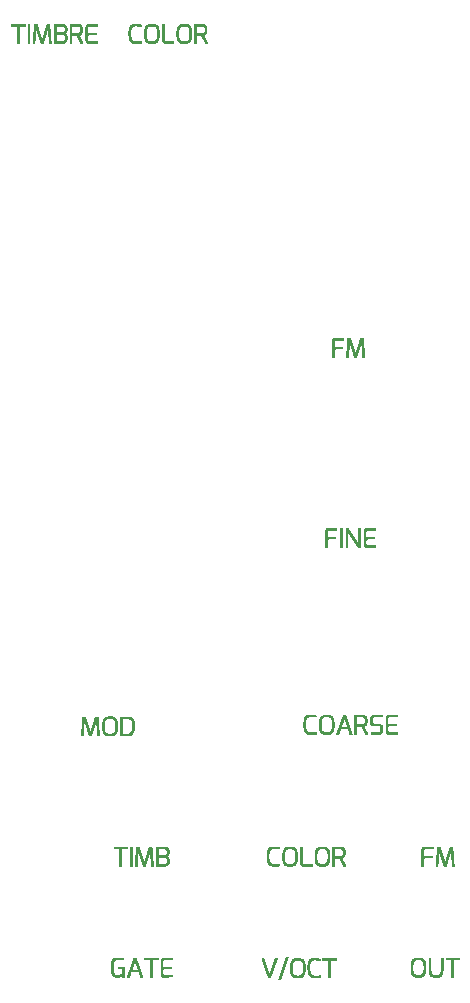
<source format=gto>
G04 DipTrace 3.2.0.1*
G04 uBraidsII_panel.GTO*
%MOIN*%
G04 #@! TF.FileFunction,Legend,Top*
G04 #@! TF.Part,Single*
%ADD12C,0.001*%
%FSLAX26Y26*%
G04*
G70*
G90*
G75*
G01*
G04 TopSilk*
%LPD*%
X1507471Y2246391D2*
D12*
X1530471D1*
X1551471D2*
X1557471D1*
X1570471D2*
X1577471D1*
X1611471D2*
X1617471D1*
X1636471D2*
X1659471D1*
X1506048Y2245391D2*
X1539471D1*
X1551471D2*
X1557471D1*
X1570471D2*
X1577971D1*
X1611471D2*
X1617471D1*
X1635048D2*
X1668471D1*
X1504892Y2244391D2*
X1539471D1*
X1551471D2*
X1557471D1*
X1570471D2*
X1578556D1*
X1611471D2*
X1617471D1*
X1633892D2*
X1668471D1*
X1504026Y2243391D2*
X1539471D1*
X1551471D2*
X1557471D1*
X1570471D2*
X1579167D1*
X1611471D2*
X1617471D1*
X1633026D2*
X1668471D1*
X1503380Y2242391D2*
X1539471D1*
X1551471D2*
X1557471D1*
X1570471D2*
X1579811D1*
X1611471D2*
X1617471D1*
X1632380D2*
X1668471D1*
X1502900Y2241391D2*
X1539471D1*
X1551471D2*
X1557471D1*
X1570471D2*
X1580483D1*
X1611471D2*
X1617471D1*
X1631900D2*
X1668471D1*
X1502517Y2240391D2*
X1509513D1*
X1551471D2*
X1557471D1*
X1570471D2*
X1581137D1*
X1611471D2*
X1617471D1*
X1631517D2*
X1638513D1*
X1502154Y2239391D2*
X1508680D1*
X1551471D2*
X1557471D1*
X1570471D2*
X1581800D1*
X1611471D2*
X1617471D1*
X1631154D2*
X1637680D1*
X1501843Y2238391D2*
X1508087D1*
X1551471D2*
X1557471D1*
X1570471D2*
X1582479D1*
X1611471D2*
X1617471D1*
X1630843D2*
X1637087D1*
X1501647Y2237391D2*
X1507749D1*
X1551471D2*
X1557471D1*
X1570471D2*
X1583136D1*
X1611471D2*
X1617471D1*
X1630647D2*
X1636749D1*
X1501546Y2236391D2*
X1507586D1*
X1551471D2*
X1557471D1*
X1570471D2*
X1583799D1*
X1611471D2*
X1617471D1*
X1630546D2*
X1636586D1*
X1501501Y2235391D2*
X1507515D1*
X1551471D2*
X1557471D1*
X1570471D2*
X1584479D1*
X1611471D2*
X1617471D1*
X1630501D2*
X1636515D1*
X1501482Y2234391D2*
X1507487D1*
X1551471D2*
X1557471D1*
X1570471D2*
X1585136D1*
X1611471D2*
X1617471D1*
X1630482D2*
X1636487D1*
X1501475Y2233391D2*
X1507477D1*
X1551471D2*
X1557471D1*
X1570471D2*
X1576471D1*
X1578317D2*
X1585799D1*
X1611471D2*
X1617471D1*
X1630475D2*
X1636477D1*
X1501472Y2232391D2*
X1507473D1*
X1551471D2*
X1557471D1*
X1570471D2*
X1576471D1*
X1579065D2*
X1586479D1*
X1611471D2*
X1617471D1*
X1630472D2*
X1636473D1*
X1501472Y2231391D2*
X1507472D1*
X1551471D2*
X1557471D1*
X1570471D2*
X1576471D1*
X1579771D2*
X1587136D1*
X1611471D2*
X1617471D1*
X1630472D2*
X1636472D1*
X1501471Y2230391D2*
X1507471D1*
X1551471D2*
X1557471D1*
X1570471D2*
X1576471D1*
X1580468D2*
X1587799D1*
X1611471D2*
X1617471D1*
X1630471D2*
X1636471D1*
X1501471Y2229391D2*
X1507471D1*
X1551471D2*
X1557471D1*
X1570471D2*
X1576471D1*
X1581132D2*
X1588479D1*
X1611471D2*
X1617471D1*
X1630471D2*
X1636471D1*
X1501471Y2228391D2*
X1507471D1*
X1551471D2*
X1557471D1*
X1570471D2*
X1576471D1*
X1581798D2*
X1589136D1*
X1611471D2*
X1617471D1*
X1630471D2*
X1636471D1*
X1501471Y2227391D2*
X1507471D1*
X1551471D2*
X1557471D1*
X1570471D2*
X1576471D1*
X1582478D2*
X1589799D1*
X1611471D2*
X1617471D1*
X1630471D2*
X1636471D1*
X1501471Y2226391D2*
X1507471D1*
X1551471D2*
X1557471D1*
X1570471D2*
X1576471D1*
X1583135D2*
X1590479D1*
X1611471D2*
X1617471D1*
X1630471D2*
X1636471D1*
X1501471Y2225391D2*
X1507471D1*
X1551471D2*
X1557471D1*
X1570471D2*
X1576471D1*
X1583799D2*
X1591136D1*
X1611471D2*
X1617471D1*
X1630471D2*
X1636471D1*
X1501471Y2224391D2*
X1507471D1*
X1551471D2*
X1557471D1*
X1570471D2*
X1576471D1*
X1584479D2*
X1591799D1*
X1611471D2*
X1617471D1*
X1630471D2*
X1636471D1*
X1501471Y2223391D2*
X1507471D1*
X1551471D2*
X1557471D1*
X1570471D2*
X1576471D1*
X1585136D2*
X1592475D1*
X1611471D2*
X1617471D1*
X1630471D2*
X1636471D1*
X1501471Y2222391D2*
X1507471D1*
X1551471D2*
X1557471D1*
X1570471D2*
X1576471D1*
X1585799D2*
X1593100D1*
X1611471D2*
X1617471D1*
X1630471D2*
X1636471D1*
X1501471Y2221391D2*
X1507471D1*
X1551471D2*
X1557471D1*
X1570471D2*
X1576471D1*
X1586479D2*
X1593672D1*
X1611471D2*
X1617471D1*
X1630471D2*
X1636471D1*
X1501471Y2220391D2*
X1507471D1*
X1551471D2*
X1557471D1*
X1570471D2*
X1576471D1*
X1587136D2*
X1594235D1*
X1611471D2*
X1617471D1*
X1630471D2*
X1636471D1*
X1501471Y2219391D2*
X1507471D1*
X1551471D2*
X1557471D1*
X1570471D2*
X1576471D1*
X1587799D2*
X1594844D1*
X1611471D2*
X1617471D1*
X1630471D2*
X1636471D1*
X1501471Y2218391D2*
X1507471D1*
X1551471D2*
X1557471D1*
X1570471D2*
X1576471D1*
X1588479D2*
X1595497D1*
X1611471D2*
X1617471D1*
X1630471D2*
X1636471D1*
X1501471Y2217391D2*
X1536471D1*
X1551471D2*
X1557471D1*
X1570471D2*
X1576471D1*
X1589136D2*
X1596143D1*
X1611471D2*
X1617471D1*
X1630471D2*
X1665471D1*
X1501471Y2216391D2*
X1536471D1*
X1551471D2*
X1557471D1*
X1570471D2*
X1576471D1*
X1589799D2*
X1596802D1*
X1611471D2*
X1617471D1*
X1630471D2*
X1665471D1*
X1501471Y2215391D2*
X1536471D1*
X1551471D2*
X1557471D1*
X1570471D2*
X1576471D1*
X1590479D2*
X1597480D1*
X1611471D2*
X1617471D1*
X1630471D2*
X1665471D1*
X1501471Y2214391D2*
X1536471D1*
X1551471D2*
X1557471D1*
X1570471D2*
X1576471D1*
X1591136D2*
X1598136D1*
X1611471D2*
X1617471D1*
X1630471D2*
X1665471D1*
X1501471Y2213391D2*
X1536471D1*
X1551471D2*
X1557471D1*
X1570471D2*
X1576471D1*
X1591799D2*
X1598799D1*
X1611471D2*
X1617471D1*
X1630471D2*
X1665471D1*
X1501471Y2212391D2*
X1536471D1*
X1551471D2*
X1557471D1*
X1570471D2*
X1576471D1*
X1592479D2*
X1599479D1*
X1611471D2*
X1617471D1*
X1630471D2*
X1665471D1*
X1501471Y2211391D2*
X1511061D1*
X1551471D2*
X1557471D1*
X1570471D2*
X1576471D1*
X1593136D2*
X1600136D1*
X1611471D2*
X1617471D1*
X1630471D2*
X1640061D1*
X1501471Y2210391D2*
X1509033D1*
X1551471D2*
X1557471D1*
X1570471D2*
X1576471D1*
X1593799D2*
X1600799D1*
X1611471D2*
X1617471D1*
X1630471D2*
X1638033D1*
X1501471Y2209391D2*
X1508099D1*
X1551471D2*
X1557471D1*
X1570471D2*
X1576471D1*
X1594475D2*
X1601479D1*
X1611471D2*
X1617471D1*
X1630471D2*
X1637099D1*
X1501471Y2208391D2*
X1507764D1*
X1551471D2*
X1557471D1*
X1570471D2*
X1576471D1*
X1595100D2*
X1602136D1*
X1611471D2*
X1617471D1*
X1630471D2*
X1636764D1*
X1501471Y2207391D2*
X1507591D1*
X1551471D2*
X1557471D1*
X1570471D2*
X1576471D1*
X1595672D2*
X1602799D1*
X1611471D2*
X1617471D1*
X1630471D2*
X1636591D1*
X1501471Y2206391D2*
X1507516D1*
X1551471D2*
X1557471D1*
X1570471D2*
X1576471D1*
X1596235D2*
X1603479D1*
X1611471D2*
X1617471D1*
X1630471D2*
X1636516D1*
X1501471Y2205391D2*
X1507487D1*
X1551471D2*
X1557471D1*
X1570471D2*
X1576471D1*
X1596844D2*
X1604136D1*
X1611471D2*
X1617471D1*
X1630471D2*
X1636487D1*
X1501471Y2204391D2*
X1507477D1*
X1551471D2*
X1557471D1*
X1570471D2*
X1576471D1*
X1597497D2*
X1604799D1*
X1611471D2*
X1617471D1*
X1630471D2*
X1636477D1*
X1501471Y2203391D2*
X1507473D1*
X1551471D2*
X1557471D1*
X1570471D2*
X1576471D1*
X1598143D2*
X1605479D1*
X1611471D2*
X1617471D1*
X1630471D2*
X1636473D1*
X1501471Y2202391D2*
X1507472D1*
X1551471D2*
X1557471D1*
X1570471D2*
X1576471D1*
X1598802D2*
X1606136D1*
X1611471D2*
X1617471D1*
X1630471D2*
X1636472D1*
X1501471Y2201391D2*
X1507471D1*
X1551471D2*
X1557471D1*
X1570471D2*
X1576471D1*
X1599480D2*
X1606799D1*
X1611471D2*
X1617471D1*
X1630471D2*
X1636471D1*
X1501471Y2200391D2*
X1507471D1*
X1551471D2*
X1557471D1*
X1570471D2*
X1576471D1*
X1600136D2*
X1607483D1*
X1611467D2*
X1617471D1*
X1630471D2*
X1636471D1*
X1501471Y2199391D2*
X1507471D1*
X1551471D2*
X1557471D1*
X1570471D2*
X1576471D1*
X1600799D2*
X1608181D1*
X1611429D2*
X1617471D1*
X1630471D2*
X1636471D1*
X1501471Y2198391D2*
X1507471D1*
X1551471D2*
X1557471D1*
X1570471D2*
X1576471D1*
X1601479D2*
X1609032D1*
X1611275D2*
X1617471D1*
X1630471D2*
X1636471D1*
X1501471Y2197391D2*
X1507471D1*
X1551471D2*
X1557471D1*
X1570471D2*
X1576471D1*
X1602136D2*
X1610165D1*
X1610933D2*
X1617471D1*
X1630471D2*
X1636471D1*
X1501471Y2196391D2*
X1507471D1*
X1551471D2*
X1557471D1*
X1570471D2*
X1576471D1*
X1602799D2*
X1617471D1*
X1630471D2*
X1636471D1*
X1501471Y2195391D2*
X1507471D1*
X1551471D2*
X1557471D1*
X1570471D2*
X1576471D1*
X1603479D2*
X1617471D1*
X1630471D2*
X1636471D1*
X1501471Y2194391D2*
X1507471D1*
X1551471D2*
X1557471D1*
X1570471D2*
X1576471D1*
X1604136D2*
X1617471D1*
X1630475D2*
X1636475D1*
X1501471Y2193391D2*
X1507471D1*
X1551471D2*
X1557471D1*
X1570471D2*
X1576471D1*
X1604799D2*
X1617471D1*
X1630510D2*
X1636518D1*
X1501471Y2192391D2*
X1507471D1*
X1551471D2*
X1557471D1*
X1570471D2*
X1576471D1*
X1605479D2*
X1617471D1*
X1630638D2*
X1636623D1*
X1501471Y2191391D2*
X1507471D1*
X1551471D2*
X1557471D1*
X1570471D2*
X1576471D1*
X1606136D2*
X1617471D1*
X1630881D2*
X1637129D1*
X1501471Y2190391D2*
X1507471D1*
X1551471D2*
X1557471D1*
X1570471D2*
X1576471D1*
X1606799D2*
X1617471D1*
X1631173D2*
X1638318D1*
X1501471Y2189391D2*
X1507471D1*
X1551471D2*
X1557471D1*
X1570471D2*
X1576471D1*
X1607479D2*
X1617471D1*
X1631478D2*
X1639818D1*
X1501471Y2188391D2*
X1507471D1*
X1551471D2*
X1557471D1*
X1570471D2*
X1576471D1*
X1608136D2*
X1617471D1*
X1631850D2*
X1668471D1*
X1501471Y2187391D2*
X1507471D1*
X1551471D2*
X1557471D1*
X1570471D2*
X1576471D1*
X1608799D2*
X1617471D1*
X1632319D2*
X1668471D1*
X1501471Y2186391D2*
X1507471D1*
X1551471D2*
X1557471D1*
X1570471D2*
X1576471D1*
X1609478D2*
X1617471D1*
X1632955D2*
X1668471D1*
X1501471Y2185391D2*
X1507471D1*
X1551471D2*
X1557471D1*
X1570471D2*
X1576471D1*
X1610130D2*
X1617471D1*
X1633870D2*
X1668471D1*
X1501471Y2184391D2*
X1507471D1*
X1551471D2*
X1557471D1*
X1570471D2*
X1576471D1*
X1610786D2*
X1617471D1*
X1635088D2*
X1668471D1*
X1501471Y2183391D2*
X1507471D1*
X1551471D2*
X1557471D1*
X1570471D2*
X1576471D1*
X1611471D2*
X1617471D1*
X1636471D2*
X1655471D1*
X861360Y3927382D2*
X878360D1*
X916360D2*
X929360D1*
X1024360D2*
X1037360D1*
X858940Y3926382D2*
X882616D1*
X913017D2*
X932702D1*
X958360D2*
X964360D1*
X1021017D2*
X1040702D1*
X1065360D2*
X1097360D1*
X856824Y3925382D2*
X886012D1*
X910322D2*
X935397D1*
X958360D2*
X964360D1*
X1018322D2*
X1043397D1*
X1065360D2*
X1098938D1*
X855120Y3924382D2*
X887439D1*
X908293D2*
X937427D1*
X958360D2*
X964360D1*
X1016293D2*
X1045427D1*
X1065360D2*
X1100345D1*
X853845Y3923382D2*
X887935D1*
X906766D2*
X938958D1*
X958360D2*
X964360D1*
X1014766D2*
X1046958D1*
X1065360D2*
X1101505D1*
X852899Y3922382D2*
X888199D1*
X905559D2*
X940195D1*
X958360D2*
X964360D1*
X1013559D2*
X1048195D1*
X1065360D2*
X1102449D1*
X852111Y3921382D2*
X864795D1*
X874360D2*
X888360D1*
X904590D2*
X941260D1*
X958360D2*
X964360D1*
X1012590D2*
X1049260D1*
X1065360D2*
X1103231D1*
X851385Y3920382D2*
X861792D1*
X903826D2*
X913402D1*
X931967D2*
X942167D1*
X958360D2*
X964360D1*
X1011826D2*
X1021402D1*
X1039967D2*
X1050167D1*
X1065360D2*
X1070360D1*
X1093963D2*
X1103820D1*
X850744Y3919382D2*
X859532D1*
X903200D2*
X911573D1*
X934132D2*
X942903D1*
X958360D2*
X964360D1*
X1011200D2*
X1019573D1*
X1042132D2*
X1050903D1*
X1065360D2*
X1070360D1*
X1096093D2*
X1104264D1*
X850202Y3918382D2*
X857905D1*
X902644D2*
X910014D1*
X935767D2*
X943489D1*
X958360D2*
X964360D1*
X1010644D2*
X1018014D1*
X1043767D2*
X1051489D1*
X1065360D2*
X1070360D1*
X1097600D2*
X1104661D1*
X849763Y3917382D2*
X856733D1*
X902123D2*
X908808D1*
X936960D2*
X943946D1*
X958360D2*
X964360D1*
X1010123D2*
X1016808D1*
X1044960D2*
X1051946D1*
X1065360D2*
X1070360D1*
X1098700D2*
X1105019D1*
X849397Y3916382D2*
X855885D1*
X901618D2*
X907919D1*
X937826D2*
X944318D1*
X958360D2*
X964360D1*
X1009618D2*
X1015919D1*
X1045826D2*
X1052318D1*
X1065360D2*
X1070360D1*
X1099196D2*
X1105348D1*
X849039Y3915382D2*
X855255D1*
X901147D2*
X907237D1*
X938494D2*
X944679D1*
X958360D2*
X964360D1*
X1009147D2*
X1015237D1*
X1046494D2*
X1052679D1*
X1065360D2*
X1070360D1*
X1099628D2*
X1105690D1*
X848727Y3914382D2*
X854782D1*
X900741D2*
X906662D1*
X939062D2*
X944992D1*
X958360D2*
X964360D1*
X1008741D2*
X1014662D1*
X1047062D2*
X1052992D1*
X1065360D2*
X1070360D1*
X1099969D2*
X1105992D1*
X848496Y3913382D2*
X854404D1*
X900389D2*
X906167D1*
X939554D2*
X945223D1*
X958360D2*
X964360D1*
X1008389D2*
X1014167D1*
X1047554D2*
X1053223D1*
X1065360D2*
X1070360D1*
X1100177D2*
X1106185D1*
X848268Y3912382D2*
X854041D1*
X900036D2*
X905786D1*
X939934D2*
X945451D1*
X958360D2*
X964360D1*
X1008036D2*
X1013786D1*
X1047934D2*
X1053451D1*
X1065360D2*
X1070360D1*
X1100282D2*
X1106285D1*
X847983Y3911382D2*
X853727D1*
X899729D2*
X905553D1*
X940166D2*
X945736D1*
X958360D2*
X964360D1*
X1007729D2*
X1013553D1*
X1048166D2*
X1053736D1*
X1065360D2*
X1070360D1*
X1100329D2*
X1106330D1*
X847708Y3910382D2*
X853496D1*
X899535D2*
X905404D1*
X940316D2*
X946011D1*
X958360D2*
X964360D1*
X1007535D2*
X1013404D1*
X1048316D2*
X1054011D1*
X1065360D2*
X1070360D1*
X1100348D2*
X1106349D1*
X847527Y3909382D2*
X853268D1*
X899430D2*
X905226D1*
X940494D2*
X946192D1*
X958360D2*
X964360D1*
X1007430D2*
X1013226D1*
X1048494D2*
X1054192D1*
X1065360D2*
X1070360D1*
X1100356D2*
X1106356D1*
X847427Y3908382D2*
X852983D1*
X899350D2*
X904966D1*
X940754D2*
X946292D1*
X958360D2*
X964360D1*
X1007350D2*
X1012966D1*
X1048754D2*
X1054292D1*
X1065360D2*
X1070360D1*
X1100358D2*
X1106358D1*
X847349Y3907382D2*
X852708D1*
X899204D2*
X904701D1*
X941018D2*
X946370D1*
X958360D2*
X964360D1*
X1007204D2*
X1012701D1*
X1049018D2*
X1054370D1*
X1065360D2*
X1070360D1*
X1100359D2*
X1106359D1*
X847204Y3906382D2*
X852527D1*
X898957D2*
X904524D1*
X941195D2*
X946515D1*
X958360D2*
X964360D1*
X1006957D2*
X1012524D1*
X1049195D2*
X1054515D1*
X1065360D2*
X1070360D1*
X1100359D2*
X1106359D1*
X846957Y3905382D2*
X852431D1*
X898699D2*
X904431D1*
X941289D2*
X946762D1*
X958360D2*
X964360D1*
X1006699D2*
X1012431D1*
X1049289D2*
X1054762D1*
X1065360D2*
X1070360D1*
X1100360D2*
X1106360D1*
X846698Y3904382D2*
X852388D1*
X898523D2*
X904388D1*
X941331D2*
X947021D1*
X958360D2*
X964360D1*
X1006523D2*
X1012388D1*
X1049331D2*
X1055021D1*
X1065360D2*
X1070360D1*
X1100356D2*
X1106356D1*
X846523Y3903382D2*
X852370D1*
X898430D2*
X904370D1*
X941349D2*
X947196D1*
X958360D2*
X964360D1*
X1006430D2*
X1012370D1*
X1049349D2*
X1055196D1*
X1065360D2*
X1070360D1*
X1100321D2*
X1106321D1*
X846430Y3902382D2*
X852363D1*
X898388D2*
X904363D1*
X941356D2*
X947289D1*
X958360D2*
X964360D1*
X1006388D2*
X1012363D1*
X1049356D2*
X1055289D1*
X1065360D2*
X1070360D1*
X1100189D2*
X1106193D1*
X846388Y3901382D2*
X852361D1*
X898370D2*
X904361D1*
X941358D2*
X947331D1*
X958360D2*
X964360D1*
X1006370D2*
X1012361D1*
X1049358D2*
X1055331D1*
X1065360D2*
X1070360D1*
X1099911D2*
X1105950D1*
X846370Y3900382D2*
X852360D1*
X898363D2*
X904360D1*
X941359D2*
X947349D1*
X958360D2*
X964360D1*
X1006363D2*
X1012360D1*
X1049359D2*
X1055349D1*
X1065360D2*
X1070363D1*
X1099484D2*
X1105658D1*
X846363Y3899382D2*
X852360D1*
X898361D2*
X904360D1*
X941359D2*
X947356D1*
X958360D2*
X964360D1*
X1006361D2*
X1012360D1*
X1049359D2*
X1055356D1*
X1065360D2*
X1070403D1*
X1098864D2*
X1105356D1*
X846361Y3898382D2*
X852360D1*
X898360D2*
X904360D1*
X941360D2*
X947358D1*
X958360D2*
X964360D1*
X1006360D2*
X1012360D1*
X1049360D2*
X1055358D1*
X1065360D2*
X1070569D1*
X1097943D2*
X1105020D1*
X846360Y3897382D2*
X852360D1*
X898360D2*
X904360D1*
X941360D2*
X947359D1*
X958360D2*
X964360D1*
X1006360D2*
X1012360D1*
X1049360D2*
X1055359D1*
X1065360D2*
X1070971D1*
X1096661D2*
X1104682D1*
X846360Y3896382D2*
X852360D1*
X898360D2*
X904360D1*
X941360D2*
X947359D1*
X958360D2*
X964360D1*
X1006360D2*
X1012360D1*
X1049360D2*
X1055359D1*
X1065360D2*
X1071611D1*
X1095077D2*
X1104324D1*
X846360Y3895382D2*
X852360D1*
X898360D2*
X904360D1*
X941360D2*
X947360D1*
X958360D2*
X964360D1*
X1006360D2*
X1012360D1*
X1049360D2*
X1055360D1*
X1065360D2*
X1103818D1*
X846360Y3894382D2*
X852360D1*
X898360D2*
X904360D1*
X941360D2*
X947360D1*
X958360D2*
X964360D1*
X1006360D2*
X1012360D1*
X1049360D2*
X1055360D1*
X1065360D2*
X1103107D1*
X846360Y3893382D2*
X852360D1*
X898360D2*
X904360D1*
X941360D2*
X947360D1*
X958360D2*
X964360D1*
X1006360D2*
X1012360D1*
X1049360D2*
X1055360D1*
X1065360D2*
X1102209D1*
X846360Y3892382D2*
X852360D1*
X898360D2*
X904360D1*
X941360D2*
X947360D1*
X958360D2*
X964360D1*
X1006360D2*
X1012360D1*
X1049360D2*
X1055360D1*
X1065360D2*
X1101079D1*
X846360Y3891382D2*
X852360D1*
X898360D2*
X904360D1*
X941360D2*
X947360D1*
X958360D2*
X964360D1*
X1006360D2*
X1012360D1*
X1049360D2*
X1055360D1*
X1065360D2*
X1099646D1*
X846363Y3890382D2*
X852360D1*
X898360D2*
X904360D1*
X941360D2*
X947360D1*
X958360D2*
X964360D1*
X1006360D2*
X1012360D1*
X1049360D2*
X1055360D1*
X1065360D2*
X1098055D1*
X846399Y3889382D2*
X852360D1*
X898360D2*
X904360D1*
X941360D2*
X947360D1*
X958360D2*
X964360D1*
X1006360D2*
X1012360D1*
X1049360D2*
X1055360D1*
X1065360D2*
X1070360D1*
X1085928D2*
X1096616D1*
X846526Y3888382D2*
X852363D1*
X898360D2*
X904360D1*
X941360D2*
X947356D1*
X958360D2*
X964360D1*
X1006360D2*
X1012360D1*
X1049360D2*
X1055356D1*
X1065360D2*
X1070360D1*
X1087966D2*
X1095360D1*
X846766Y3887382D2*
X852399D1*
X898363D2*
X904360D1*
X941360D2*
X947321D1*
X958360D2*
X964360D1*
X1006363D2*
X1012360D1*
X1049360D2*
X1055321D1*
X1065360D2*
X1070360D1*
X1089361D2*
X1095980D1*
X847022Y3886382D2*
X852526D1*
X898399D2*
X904360D1*
X941356D2*
X947193D1*
X958360D2*
X964360D1*
X1006399D2*
X1012360D1*
X1049356D2*
X1055193D1*
X1065360D2*
X1070360D1*
X1090298D2*
X1096550D1*
X847196Y3885382D2*
X852766D1*
X898526D2*
X904360D1*
X941321D2*
X946954D1*
X958360D2*
X964360D1*
X1006526D2*
X1012360D1*
X1049321D2*
X1054954D1*
X1065360D2*
X1070360D1*
X1090989D2*
X1097086D1*
X847293Y3884382D2*
X853022D1*
X898766D2*
X904363D1*
X941193D2*
X946697D1*
X958360D2*
X964360D1*
X1006766D2*
X1012363D1*
X1049193D2*
X1054697D1*
X1065360D2*
X1070360D1*
X1091565D2*
X1097600D1*
X847371Y3883382D2*
X853200D1*
X899022D2*
X904399D1*
X940954D2*
X946523D1*
X958360D2*
X964360D1*
X1007022D2*
X1012399D1*
X1048954D2*
X1054523D1*
X1065360D2*
X1070360D1*
X1092094D2*
X1098107D1*
X847516Y3882382D2*
X853328D1*
X899196D2*
X904526D1*
X940697D2*
X946426D1*
X958360D2*
X964360D1*
X1007196D2*
X1012526D1*
X1048697D2*
X1054426D1*
X1065360D2*
X1070360D1*
X1092604D2*
X1098612D1*
X847762Y3881382D2*
X853502D1*
X899293D2*
X904766D1*
X940519D2*
X946349D1*
X958360D2*
X964360D1*
X1007293D2*
X1012766D1*
X1048519D2*
X1054349D1*
X1065360D2*
X1070360D1*
X1093108D2*
X1099145D1*
X848025Y3880382D2*
X853794D1*
X899371D2*
X905026D1*
X940391D2*
X946204D1*
X958360D2*
X964360D1*
X1007371D2*
X1013026D1*
X1048391D2*
X1054204D1*
X1065360D2*
X1070360D1*
X1093609D2*
X1099740D1*
X848235Y3879382D2*
X854189D1*
X899516D2*
X905235D1*
X940217D2*
X945957D1*
X958360D2*
X964360D1*
X1007516D2*
X1013235D1*
X1048217D2*
X1053957D1*
X1065360D2*
X1070360D1*
X1094110D2*
X1100385D1*
X848455Y3878382D2*
X854640D1*
X899762D2*
X905460D1*
X939925D2*
X945695D1*
X958360D2*
X964360D1*
X1007762D2*
X1013460D1*
X1047925D2*
X1053695D1*
X1065360D2*
X1070360D1*
X1094609D2*
X1100997D1*
X848741Y3877382D2*
X855121D1*
X900025D2*
X905781D1*
X939531D2*
X945484D1*
X958360D2*
X964360D1*
X1008025D2*
X1013781D1*
X1047531D2*
X1053484D1*
X1065360D2*
X1070360D1*
X1095110D2*
X1101559D1*
X849051Y3876382D2*
X855617D1*
X900235D2*
X906221D1*
X939075D2*
X945260D1*
X958360D2*
X964360D1*
X1008235D2*
X1014221D1*
X1047075D2*
X1053260D1*
X1065360D2*
X1070360D1*
X1095609D2*
X1102090D1*
X849363Y3875382D2*
X856150D1*
X900459D2*
X906808D1*
X938559D2*
X944943D1*
X958360D2*
X964360D1*
X1008459D2*
X1014808D1*
X1046559D2*
X1052943D1*
X1065360D2*
X1070360D1*
X1096110D2*
X1102601D1*
X849737Y3874382D2*
X856780D1*
X900777D2*
X907570D1*
X937932D2*
X944537D1*
X958363D2*
X964363D1*
X1008777D2*
X1015570D1*
X1045932D2*
X1052537D1*
X1065360D2*
X1070360D1*
X1096609D2*
X1103107D1*
X850199Y3873382D2*
X857563D1*
X901182D2*
X908497D1*
X937112D2*
X944081D1*
X958399D2*
X964403D1*
X1009182D2*
X1016497D1*
X1045112D2*
X1052081D1*
X1065360D2*
X1070360D1*
X1097110D2*
X1103608D1*
X850762Y3872382D2*
X858528D1*
X901642D2*
X909689D1*
X935981D2*
X943599D1*
X958526D2*
X964569D1*
X1009642D2*
X1017689D1*
X1043981D2*
X1051599D1*
X1065360D2*
X1070360D1*
X1097609D2*
X1104110D1*
X851397Y3871382D2*
X859810D1*
X902160D2*
X911406D1*
X934293D2*
X943102D1*
X958769D2*
X964971D1*
X1010160D2*
X1019406D1*
X1042293D2*
X1051102D1*
X1065360D2*
X1070360D1*
X1098110D2*
X1104609D1*
X852039Y3870382D2*
X861595D1*
X902783D2*
X913864D1*
X931847D2*
X942569D1*
X959061D2*
X965611D1*
X1010783D2*
X1021864D1*
X1039847D2*
X1050569D1*
X1065360D2*
X1070360D1*
X1098609D2*
X1105110D1*
X852734Y3869382D2*
X863866D1*
X886360D2*
X888360D1*
X903556D2*
X916969D1*
X928747D2*
X941935D1*
X959367D2*
X996360D1*
X1011556D2*
X1024969D1*
X1036747D2*
X1049935D1*
X1065360D2*
X1070360D1*
X1099110D2*
X1105609D1*
X853574Y3868382D2*
X888360D1*
X904446D2*
X941121D1*
X959742D2*
X996360D1*
X1012446D2*
X1049121D1*
X1065360D2*
X1070360D1*
X1099609D2*
X1106110D1*
X854609Y3867382D2*
X888360D1*
X905443D2*
X940064D1*
X960246D2*
X996360D1*
X1013443D2*
X1048064D1*
X1065360D2*
X1070360D1*
X1100110D2*
X1106609D1*
X855889Y3866382D2*
X888360D1*
X906665D2*
X938670D1*
X961011D2*
X996360D1*
X1014665D2*
X1046670D1*
X1065360D2*
X1070360D1*
X1100612D2*
X1107107D1*
X857535Y3865382D2*
X888360D1*
X908369D2*
X936874D1*
X962174D2*
X996360D1*
X1016369D2*
X1044874D1*
X1065360D2*
X1070360D1*
X1101139D2*
X1107580D1*
X859818Y3864382D2*
X888360D1*
X910689D2*
X934711D1*
X963689D2*
X996360D1*
X1018689D2*
X1042711D1*
X1065360D2*
X1070360D1*
X1101723D2*
X1107997D1*
X862876Y3863382D2*
X883360D1*
X913360D2*
X932360D1*
X965360D2*
X996360D1*
X1021360D2*
X1040360D1*
X1065360D2*
X1070360D1*
X1102360D2*
X1108360D1*
X866360Y3862382D2*
X870360D1*
X1530037Y2879744D2*
X1553037D1*
X1576037D2*
X1585037D1*
X1619037D2*
X1627037D1*
X1528613Y2878744D2*
X1562037D1*
X1576037D2*
X1585191D1*
X1618571D2*
X1627075D1*
X1527458Y2877744D2*
X1562037D1*
X1576037D2*
X1585443D1*
X1618249D2*
X1627203D1*
X1526592Y2876744D2*
X1562037D1*
X1576037D2*
X1585737D1*
X1617976D2*
X1627443D1*
X1525946Y2875744D2*
X1562037D1*
X1576037D2*
X1586040D1*
X1617668D2*
X1627699D1*
X1525465Y2874744D2*
X1562037D1*
X1576037D2*
X1586376D1*
X1617351D2*
X1627874D1*
X1525083Y2873744D2*
X1532079D1*
X1576037D2*
X1586710D1*
X1617039D2*
X1627966D1*
X1524719Y2872744D2*
X1531246D1*
X1576037D2*
X1587030D1*
X1616699D2*
X1628009D1*
X1524409Y2871744D2*
X1530652D1*
X1576033D2*
X1587372D1*
X1616364D2*
X1628026D1*
X1524213Y2870744D2*
X1530315D1*
X1575998D2*
X1587709D1*
X1616044D2*
X1628033D1*
X1524112Y2869744D2*
X1530151D1*
X1575870D2*
X1588029D1*
X1615701D2*
X1628035D1*
X1524066Y2868744D2*
X1530081D1*
X1575631D2*
X1588372D1*
X1615365D2*
X1628036D1*
X1524048Y2867744D2*
X1530053D1*
X1575374D2*
X1588709D1*
X1615044D2*
X1628037D1*
X1524041Y2866744D2*
X1530042D1*
X1575200D2*
X1581037D1*
X1583075D2*
X1589029D1*
X1614705D2*
X1620882D1*
X1623037D2*
X1628041D1*
X1524038Y2865744D2*
X1530039D1*
X1575107D2*
X1581037D1*
X1583203D2*
X1589372D1*
X1614400D2*
X1620630D1*
X1623037D2*
X1628076D1*
X1524037Y2864744D2*
X1530037D1*
X1575065D2*
X1581037D1*
X1583447D2*
X1589709D1*
X1614172D2*
X1620336D1*
X1623037D2*
X1628203D1*
X1524037Y2863744D2*
X1530037D1*
X1575047D2*
X1581037D1*
X1583738D2*
X1590029D1*
X1613945D2*
X1620034D1*
X1623037D2*
X1628443D1*
X1524037Y2862744D2*
X1530037D1*
X1575040D2*
X1581037D1*
X1584040D2*
X1590368D1*
X1613656D2*
X1619697D1*
X1623037D2*
X1628699D1*
X1524037Y2861744D2*
X1530037D1*
X1575038D2*
X1581037D1*
X1584376D2*
X1590674D1*
X1613346D2*
X1619363D1*
X1623037D2*
X1628874D1*
X1524037Y2860744D2*
X1530037D1*
X1575037D2*
X1581033D1*
X1584710D2*
X1590902D1*
X1613037D2*
X1619044D1*
X1623037D2*
X1628966D1*
X1524037Y2859744D2*
X1530037D1*
X1575037D2*
X1580998D1*
X1585030D2*
X1591129D1*
X1612699D2*
X1618701D1*
X1623037D2*
X1629009D1*
X1524037Y2858744D2*
X1530037D1*
X1575037D2*
X1580870D1*
X1585372D2*
X1591417D1*
X1612364D2*
X1618365D1*
X1623037D2*
X1629026D1*
X1524037Y2857744D2*
X1530037D1*
X1575037D2*
X1580631D1*
X1585709D2*
X1591727D1*
X1612044D2*
X1618044D1*
X1623041D2*
X1629033D1*
X1524037Y2856744D2*
X1530037D1*
X1575033D2*
X1580374D1*
X1586029D2*
X1592036D1*
X1611701D2*
X1617705D1*
X1623076D2*
X1629035D1*
X1524037Y2855744D2*
X1530037D1*
X1574998D2*
X1580200D1*
X1586372D2*
X1592375D1*
X1611365D2*
X1617400D1*
X1623203D2*
X1629036D1*
X1524037Y2854744D2*
X1530037D1*
X1574870D2*
X1580107D1*
X1586709D2*
X1592710D1*
X1611044D2*
X1617172D1*
X1623443D2*
X1629037D1*
X1524037Y2853744D2*
X1530037D1*
X1574631D2*
X1580065D1*
X1587029D2*
X1593029D1*
X1610701D2*
X1616945D1*
X1623699D2*
X1629037D1*
X1524037Y2852744D2*
X1530037D1*
X1574374D2*
X1580047D1*
X1587372D2*
X1593372D1*
X1610365D2*
X1616656D1*
X1623874D2*
X1629041D1*
X1524037Y2851744D2*
X1530037D1*
X1574200D2*
X1580040D1*
X1587709D2*
X1593709D1*
X1610044D2*
X1616346D1*
X1623966D2*
X1629076D1*
X1524037Y2850744D2*
X1559037D1*
X1574107D2*
X1580038D1*
X1588029D2*
X1594029D1*
X1609705D2*
X1616037D1*
X1624009D2*
X1629203D1*
X1524037Y2849744D2*
X1559037D1*
X1574065D2*
X1580037D1*
X1588372D2*
X1594372D1*
X1609400D2*
X1615699D1*
X1624026D2*
X1629443D1*
X1524037Y2848744D2*
X1559037D1*
X1574047D2*
X1580037D1*
X1588709D2*
X1594709D1*
X1609172D2*
X1615364D1*
X1624033D2*
X1629699D1*
X1524037Y2847744D2*
X1559037D1*
X1574040D2*
X1580037D1*
X1589029D2*
X1595029D1*
X1608945D2*
X1615044D1*
X1624035D2*
X1629874D1*
X1524037Y2846744D2*
X1559037D1*
X1574038D2*
X1580037D1*
X1589372D2*
X1595372D1*
X1608656D2*
X1614701D1*
X1624036D2*
X1629966D1*
X1524037Y2845744D2*
X1559037D1*
X1574037D2*
X1580033D1*
X1589709D2*
X1595709D1*
X1608346D2*
X1614365D1*
X1624037D2*
X1630009D1*
X1524037Y2844744D2*
X1533626D1*
X1574037D2*
X1579998D1*
X1590029D2*
X1596029D1*
X1608037D2*
X1614044D1*
X1624041D2*
X1630026D1*
X1524037Y2843744D2*
X1531598D1*
X1574037D2*
X1579870D1*
X1590372D2*
X1596372D1*
X1607699D2*
X1613701D1*
X1624076D2*
X1630033D1*
X1524037Y2842744D2*
X1530664D1*
X1574037D2*
X1579631D1*
X1590709D2*
X1596709D1*
X1607364D2*
X1613365D1*
X1624203D2*
X1630035D1*
X1524037Y2841744D2*
X1530329D1*
X1574037D2*
X1579374D1*
X1591029D2*
X1597029D1*
X1607044D2*
X1613044D1*
X1624443D2*
X1630036D1*
X1524037Y2840744D2*
X1530156D1*
X1574033D2*
X1579200D1*
X1591372D2*
X1597372D1*
X1606701D2*
X1612701D1*
X1624699D2*
X1630037D1*
X1524037Y2839744D2*
X1530082D1*
X1573998D2*
X1579107D1*
X1591709D2*
X1597709D1*
X1606365D2*
X1612365D1*
X1624874D2*
X1630041D1*
X1524037Y2838744D2*
X1530053D1*
X1573870D2*
X1579065D1*
X1592029D2*
X1598029D1*
X1606044D2*
X1612044D1*
X1624966D2*
X1630076D1*
X1524037Y2837744D2*
X1530042D1*
X1573631D2*
X1579047D1*
X1592372D2*
X1598368D1*
X1605705D2*
X1611705D1*
X1625009D2*
X1630203D1*
X1524037Y2836744D2*
X1530039D1*
X1573374D2*
X1579040D1*
X1592709D2*
X1598674D1*
X1605400D2*
X1611400D1*
X1625026D2*
X1630443D1*
X1524037Y2835744D2*
X1530037D1*
X1573200D2*
X1579038D1*
X1593029D2*
X1598902D1*
X1605172D2*
X1611172D1*
X1625033D2*
X1630699D1*
X1524037Y2834744D2*
X1530037D1*
X1573107D2*
X1579037D1*
X1593368D2*
X1599129D1*
X1604945D2*
X1610945D1*
X1625035D2*
X1630874D1*
X1524037Y2833744D2*
X1530037D1*
X1573065D2*
X1579037D1*
X1593674D2*
X1599417D1*
X1604656D2*
X1610656D1*
X1625036D2*
X1630966D1*
X1524037Y2832744D2*
X1530037D1*
X1573047D2*
X1579037D1*
X1593902D2*
X1599727D1*
X1604346D2*
X1610346D1*
X1625037D2*
X1631009D1*
X1524037Y2831744D2*
X1530037D1*
X1573040D2*
X1579037D1*
X1594129D2*
X1600040D1*
X1604033D2*
X1610037D1*
X1625041D2*
X1631026D1*
X1524037Y2830744D2*
X1530037D1*
X1573038D2*
X1579033D1*
X1594417D2*
X1600413D1*
X1603660D2*
X1609699D1*
X1625076D2*
X1631033D1*
X1524037Y2829744D2*
X1530037D1*
X1573037D2*
X1578998D1*
X1594727D2*
X1600870D1*
X1603204D2*
X1609364D1*
X1625203D2*
X1631035D1*
X1524037Y2828744D2*
X1530037D1*
X1573037D2*
X1578870D1*
X1595036D2*
X1601420D1*
X1602654D2*
X1609044D1*
X1625443D2*
X1631036D1*
X1524037Y2827744D2*
X1530037D1*
X1573037D2*
X1578631D1*
X1595375D2*
X1608701D1*
X1625699D2*
X1631037D1*
X1524037Y2826744D2*
X1530037D1*
X1573037D2*
X1578374D1*
X1595710D2*
X1608365D1*
X1625874D2*
X1631041D1*
X1524037Y2825744D2*
X1530037D1*
X1573033D2*
X1578200D1*
X1596029D2*
X1608044D1*
X1625966D2*
X1631076D1*
X1524037Y2824744D2*
X1530037D1*
X1572998D2*
X1578107D1*
X1596372D2*
X1607701D1*
X1626009D2*
X1631203D1*
X1524037Y2823744D2*
X1530037D1*
X1572870D2*
X1578065D1*
X1596709D2*
X1607365D1*
X1626026D2*
X1631443D1*
X1524037Y2822744D2*
X1530037D1*
X1572631D2*
X1578047D1*
X1597029D2*
X1607044D1*
X1626033D2*
X1631699D1*
X1524037Y2821744D2*
X1530037D1*
X1572374D2*
X1578040D1*
X1597372D2*
X1606705D1*
X1626035D2*
X1631874D1*
X1524037Y2820744D2*
X1530037D1*
X1572200D2*
X1578038D1*
X1597709D2*
X1606400D1*
X1626036D2*
X1631966D1*
X1524037Y2819744D2*
X1530037D1*
X1572107D2*
X1578037D1*
X1598030D2*
X1606169D1*
X1626037D2*
X1632009D1*
X1524037Y2818744D2*
X1530037D1*
X1572065D2*
X1578037D1*
X1598378D2*
X1605914D1*
X1626037D2*
X1632026D1*
X1524037Y2817744D2*
X1530037D1*
X1572047D2*
X1578037D1*
X1598722D2*
X1605526D1*
X1626037D2*
X1632033D1*
X1524037Y2816744D2*
X1530037D1*
X1572037D2*
X1578037D1*
X1599037D2*
X1605037D1*
X1626037D2*
X1632037D1*
X456064Y3926382D2*
X500064D1*
X510064D2*
X516064D1*
X531064D2*
X540064D1*
X574064D2*
X582064D1*
X599064D2*
X630064D1*
X650064D2*
X682064D1*
X709064D2*
X732064D1*
X456064Y3925382D2*
X500064D1*
X510064D2*
X516064D1*
X531064D2*
X540219D1*
X573599D2*
X582102D1*
X599064D2*
X631868D1*
X650064D2*
X683642D1*
X707641D2*
X741064D1*
X456064Y3924382D2*
X500064D1*
X510064D2*
X516064D1*
X531064D2*
X540471D1*
X573276D2*
X582231D1*
X599064D2*
X633449D1*
X650064D2*
X685049D1*
X706486D2*
X741064D1*
X456064Y3923382D2*
X500064D1*
X510064D2*
X516064D1*
X531064D2*
X540765D1*
X573004D2*
X582470D1*
X599064D2*
X634748D1*
X650064D2*
X686210D1*
X705619D2*
X741064D1*
X456064Y3922382D2*
X500064D1*
X510064D2*
X516064D1*
X531064D2*
X541067D1*
X572696D2*
X582727D1*
X599064D2*
X635780D1*
X650064D2*
X687154D1*
X704974D2*
X741064D1*
X456064Y3921382D2*
X500064D1*
X510064D2*
X516064D1*
X531064D2*
X541404D1*
X572378D2*
X582901D1*
X599064D2*
X636575D1*
X650064D2*
X687936D1*
X704493D2*
X741064D1*
X475064Y3920382D2*
X481064D1*
X510064D2*
X516064D1*
X531064D2*
X541738D1*
X572066D2*
X582994D1*
X599064D2*
X605064D1*
X627984D2*
X637215D1*
X650064D2*
X655064D1*
X678667D2*
X688525D1*
X704111D2*
X711106D1*
X475064Y3919382D2*
X481064D1*
X510064D2*
X516064D1*
X531064D2*
X542057D1*
X571727D2*
X583036D1*
X599064D2*
X605064D1*
X629689D2*
X637773D1*
X650064D2*
X655064D1*
X680798D2*
X688969D1*
X703747D2*
X710274D1*
X475064Y3918382D2*
X481064D1*
X510064D2*
X516064D1*
X531060D2*
X542400D1*
X571391D2*
X583054D1*
X599064D2*
X605064D1*
X631039D2*
X638265D1*
X650064D2*
X655064D1*
X682305D2*
X689366D1*
X703436D2*
X709680D1*
X475064Y3917382D2*
X481064D1*
X510064D2*
X516064D1*
X531025D2*
X542736D1*
X571072D2*
X583061D1*
X599064D2*
X605064D1*
X632081D2*
X638678D1*
X650064D2*
X655064D1*
X683404D2*
X689724D1*
X703240D2*
X709342D1*
X475064Y3916382D2*
X481064D1*
X510064D2*
X516064D1*
X530898D2*
X543057D1*
X570729D2*
X583063D1*
X599064D2*
X605064D1*
X632903D2*
X639034D1*
X650064D2*
X655064D1*
X683901D2*
X690052D1*
X703139D2*
X709179D1*
X475064Y3915382D2*
X481064D1*
X510064D2*
X516064D1*
X530658D2*
X543400D1*
X570392D2*
X583064D1*
X599064D2*
X605064D1*
X633475D2*
X639387D1*
X650064D2*
X655064D1*
X684332D2*
X690394D1*
X703094D2*
X709109D1*
X475064Y3914382D2*
X481064D1*
X510064D2*
X516064D1*
X530402D2*
X543736D1*
X570072D2*
X583064D1*
X599064D2*
X605064D1*
X633798D2*
X639694D1*
X650064D2*
X655064D1*
X684673D2*
X690697D1*
X703075D2*
X709080D1*
X475064Y3913382D2*
X481064D1*
X510064D2*
X516064D1*
X530227D2*
X536064D1*
X538102D2*
X544057D1*
X569733D2*
X575910D1*
X578064D2*
X583068D1*
X599064D2*
X605064D1*
X633954D2*
X639889D1*
X650064D2*
X655064D1*
X684882D2*
X690890D1*
X703068D2*
X709070D1*
X475064Y3912382D2*
X481064D1*
X510064D2*
X516064D1*
X530135D2*
X536064D1*
X538231D2*
X544400D1*
X569427D2*
X575658D1*
X578064D2*
X583103D1*
X599064D2*
X605064D1*
X634022D2*
X639990D1*
X650064D2*
X655064D1*
X684987D2*
X690990D1*
X703066D2*
X709066D1*
X475064Y3911382D2*
X481064D1*
X510064D2*
X516064D1*
X530092D2*
X536064D1*
X538474D2*
X544736D1*
X569199D2*
X575364D1*
X578064D2*
X583231D1*
X599064D2*
X605064D1*
X634049D2*
X640035D1*
X650064D2*
X655064D1*
X685034D2*
X691035D1*
X703065D2*
X709065D1*
X475064Y3910382D2*
X481064D1*
X510064D2*
X516064D1*
X530075D2*
X536064D1*
X538766D2*
X545057D1*
X568972D2*
X575061D1*
X578064D2*
X583470D1*
X599064D2*
X605064D1*
X634059D2*
X640053D1*
X650064D2*
X655064D1*
X685053D2*
X691053D1*
X703064D2*
X709065D1*
X475064Y3909382D2*
X481064D1*
X510064D2*
X516064D1*
X530068D2*
X536064D1*
X539068D2*
X545396D1*
X568684D2*
X574725D1*
X578064D2*
X583727D1*
X599064D2*
X605064D1*
X634062D2*
X640060D1*
X650064D2*
X655064D1*
X685060D2*
X691060D1*
X703064D2*
X709064D1*
X475064Y3908382D2*
X481064D1*
X510064D2*
X516064D1*
X530066D2*
X536064D1*
X539404D2*
X545701D1*
X568374D2*
X574391D1*
X578064D2*
X583901D1*
X599064D2*
X605064D1*
X634060D2*
X640059D1*
X650064D2*
X655064D1*
X685063D2*
X691063D1*
X703064D2*
X709064D1*
X475064Y3907382D2*
X481064D1*
X510064D2*
X516064D1*
X530065D2*
X536060D1*
X539738D2*
X545929D1*
X568065D2*
X574072D1*
X578064D2*
X583994D1*
X599064D2*
X605064D1*
X634021D2*
X640025D1*
X650064D2*
X655064D1*
X685064D2*
X691064D1*
X703064D2*
X709064D1*
X475064Y3906382D2*
X481064D1*
X510064D2*
X516064D1*
X530064D2*
X536025D1*
X540057D2*
X546156D1*
X567726D2*
X573729D1*
X578064D2*
X584036D1*
X599064D2*
X605064D1*
X633859D2*
X639898D1*
X650064D2*
X655064D1*
X685064D2*
X691064D1*
X703064D2*
X709064D1*
X475064Y3905382D2*
X481064D1*
X510064D2*
X516064D1*
X530064D2*
X535898D1*
X540400D2*
X546445D1*
X567391D2*
X573392D1*
X578064D2*
X584054D1*
X599064D2*
X605064D1*
X633484D2*
X639654D1*
X650064D2*
X655064D1*
X685064D2*
X691064D1*
X703064D2*
X709064D1*
X475064Y3904382D2*
X481064D1*
X510064D2*
X516064D1*
X530064D2*
X535658D1*
X540736D2*
X546755D1*
X567072D2*
X573072D1*
X578068D2*
X584061D1*
X599064D2*
X605064D1*
X632910D2*
X639359D1*
X650064D2*
X655064D1*
X685060D2*
X691060D1*
X703064D2*
X709064D1*
X475064Y3903382D2*
X481064D1*
X510064D2*
X516064D1*
X530060D2*
X535402D1*
X541057D2*
X547064D1*
X566729D2*
X572733D1*
X578103D2*
X584063D1*
X599064D2*
X605064D1*
X632146D2*
X639022D1*
X650064D2*
X655064D1*
X685025D2*
X691025D1*
X703064D2*
X709064D1*
X475064Y3902382D2*
X481064D1*
X510064D2*
X516064D1*
X530025D2*
X535227D1*
X541400D2*
X547402D1*
X566392D2*
X572427D1*
X578231D2*
X584064D1*
X599064D2*
X605064D1*
X631067D2*
X638558D1*
X650064D2*
X655064D1*
X684894D2*
X690898D1*
X703064D2*
X709064D1*
X475064Y3901382D2*
X481064D1*
X510064D2*
X516064D1*
X529898D2*
X535135D1*
X541736D2*
X547737D1*
X566072D2*
X572199D1*
X578470D2*
X584064D1*
X599064D2*
X605064D1*
X629609D2*
X637977D1*
X650064D2*
X655064D1*
X684615D2*
X690654D1*
X703064D2*
X709064D1*
X475064Y3900382D2*
X481064D1*
X510064D2*
X516064D1*
X529658D2*
X535092D1*
X542057D2*
X548057D1*
X565729D2*
X571972D1*
X578727D2*
X584064D1*
X599064D2*
X605064D1*
X627889D2*
X637323D1*
X650064D2*
X655068D1*
X684189D2*
X690363D1*
X703064D2*
X709064D1*
X475064Y3899382D2*
X481064D1*
X510064D2*
X516064D1*
X529402D2*
X535075D1*
X542400D2*
X548400D1*
X565392D2*
X571684D1*
X578901D2*
X584068D1*
X599064D2*
X636477D1*
X650064D2*
X655107D1*
X683569D2*
X690061D1*
X703064D2*
X709064D1*
X475064Y3898382D2*
X481064D1*
X510064D2*
X516064D1*
X529227D2*
X535068D1*
X542736D2*
X548736D1*
X565072D2*
X571374D1*
X578994D2*
X584103D1*
X599064D2*
X635275D1*
X650064D2*
X655274D1*
X682648D2*
X689725D1*
X703064D2*
X709064D1*
X475064Y3897382D2*
X481064D1*
X510064D2*
X516064D1*
X529135D2*
X535066D1*
X543057D2*
X549057D1*
X564733D2*
X571065D1*
X579036D2*
X584231D1*
X599064D2*
X633744D1*
X650064D2*
X655676D1*
X681366D2*
X689387D1*
X703064D2*
X738064D1*
X475064Y3896382D2*
X481064D1*
X510064D2*
X516064D1*
X529092D2*
X535065D1*
X543400D2*
X549400D1*
X564427D2*
X570726D1*
X579054D2*
X584470D1*
X599064D2*
X632064D1*
X650064D2*
X656315D1*
X679782D2*
X689029D1*
X703064D2*
X738064D1*
X475064Y3895382D2*
X481064D1*
X510064D2*
X516064D1*
X529075D2*
X535064D1*
X543736D2*
X549736D1*
X564199D2*
X570391D1*
X579061D2*
X584727D1*
X599064D2*
X633526D1*
X650064D2*
X688523D1*
X703064D2*
X738064D1*
X475064Y3894382D2*
X481064D1*
X510064D2*
X516064D1*
X529068D2*
X535064D1*
X544057D2*
X550057D1*
X563972D2*
X570072D1*
X579063D2*
X584901D1*
X599064D2*
X634809D1*
X650064D2*
X687812D1*
X703064D2*
X738064D1*
X475064Y3893382D2*
X481064D1*
X510064D2*
X516064D1*
X529066D2*
X535064D1*
X544400D2*
X550400D1*
X563684D2*
X569729D1*
X579064D2*
X584994D1*
X599064D2*
X635919D1*
X650064D2*
X686914D1*
X703064D2*
X738064D1*
X475064Y3892382D2*
X481064D1*
X510064D2*
X516064D1*
X529065D2*
X535060D1*
X544736D2*
X550736D1*
X563374D2*
X569392D1*
X579064D2*
X585036D1*
X599064D2*
X605064D1*
X628830D2*
X636852D1*
X650064D2*
X685783D1*
X703064D2*
X738064D1*
X475064Y3891382D2*
X481064D1*
X510064D2*
X516064D1*
X529064D2*
X535025D1*
X545057D2*
X551057D1*
X563065D2*
X569072D1*
X579068D2*
X585054D1*
X599064D2*
X605064D1*
X630282D2*
X637604D1*
X650064D2*
X684351D1*
X703064D2*
X712654D1*
X475064Y3890382D2*
X481064D1*
X510064D2*
X516064D1*
X529064D2*
X534898D1*
X545400D2*
X551400D1*
X562726D2*
X568729D1*
X579103D2*
X585061D1*
X599064D2*
X605064D1*
X631343D2*
X638226D1*
X650064D2*
X682760D1*
X703064D2*
X710626D1*
X475064Y3889382D2*
X481064D1*
X510064D2*
X516064D1*
X529064D2*
X534658D1*
X545736D2*
X551736D1*
X562391D2*
X568392D1*
X579231D2*
X585063D1*
X599064D2*
X605064D1*
X632117D2*
X638777D1*
X650064D2*
X655064D1*
X670633D2*
X681321D1*
X703064D2*
X709692D1*
X475064Y3888382D2*
X481064D1*
X510064D2*
X516064D1*
X529064D2*
X534402D1*
X546057D2*
X552057D1*
X562072D2*
X568072D1*
X579470D2*
X585064D1*
X599064D2*
X605064D1*
X632734D2*
X639262D1*
X650064D2*
X655064D1*
X672671D2*
X680064D1*
X703064D2*
X709357D1*
X475064Y3887382D2*
X481064D1*
X510064D2*
X516064D1*
X529060D2*
X534227D1*
X546400D2*
X552400D1*
X561729D2*
X567729D1*
X579727D2*
X585064D1*
X599064D2*
X605064D1*
X633251D2*
X639640D1*
X650064D2*
X655064D1*
X674066D2*
X680684D1*
X703064D2*
X709184D1*
X475064Y3886382D2*
X481064D1*
X510064D2*
X516064D1*
X529025D2*
X534135D1*
X546736D2*
X552736D1*
X561392D2*
X567392D1*
X579901D2*
X585068D1*
X599064D2*
X605064D1*
X633673D2*
X639867D1*
X650064D2*
X655064D1*
X675003D2*
X681255D1*
X703064D2*
X709110D1*
X475064Y3885382D2*
X481064D1*
X510064D2*
X516064D1*
X528898D2*
X534092D1*
X547057D2*
X553057D1*
X561072D2*
X567072D1*
X579994D2*
X585103D1*
X599064D2*
X605064D1*
X634032D2*
X639981D1*
X650064D2*
X655064D1*
X675694D2*
X681790D1*
X703064D2*
X709081D1*
X475064Y3884382D2*
X481064D1*
X510064D2*
X516064D1*
X528658D2*
X534075D1*
X547400D2*
X553396D1*
X560733D2*
X566733D1*
X580036D2*
X585231D1*
X599064D2*
X605064D1*
X634387D2*
X640032D1*
X650064D2*
X655064D1*
X676270D2*
X682304D1*
X703064D2*
X709070D1*
X475064Y3883382D2*
X481064D1*
X510064D2*
X516064D1*
X528402D2*
X534068D1*
X547736D2*
X553701D1*
X560427D2*
X566427D1*
X580054D2*
X585470D1*
X599064D2*
X605064D1*
X634694D2*
X640052D1*
X650064D2*
X655064D1*
X676799D2*
X682811D1*
X703064D2*
X709066D1*
X475064Y3882382D2*
X481064D1*
X510064D2*
X516064D1*
X528227D2*
X534066D1*
X548057D2*
X553929D1*
X560199D2*
X566199D1*
X580061D2*
X585727D1*
X599064D2*
X605064D1*
X634889D2*
X640060D1*
X650064D2*
X655064D1*
X677309D2*
X683317D1*
X703064D2*
X709065D1*
X475064Y3881382D2*
X481064D1*
X510064D2*
X516064D1*
X528135D2*
X534065D1*
X548396D2*
X554156D1*
X559972D2*
X565972D1*
X580063D2*
X585901D1*
X599064D2*
X605064D1*
X634986D2*
X640063D1*
X650064D2*
X655064D1*
X677813D2*
X683849D1*
X703064D2*
X709064D1*
X475064Y3880382D2*
X481064D1*
X510064D2*
X516064D1*
X528092D2*
X534064D1*
X548701D2*
X554445D1*
X559684D2*
X565684D1*
X580064D2*
X585994D1*
X599064D2*
X605064D1*
X634996D2*
X640064D1*
X650064D2*
X655064D1*
X678313D2*
X684445D1*
X703064D2*
X709064D1*
X475064Y3879382D2*
X481064D1*
X510064D2*
X516064D1*
X528075D2*
X534064D1*
X548929D2*
X554755D1*
X559374D2*
X565374D1*
X580064D2*
X586036D1*
X599064D2*
X605064D1*
X634887D2*
X640064D1*
X650064D2*
X655064D1*
X678815D2*
X685089D1*
X703064D2*
X709064D1*
X475064Y3878382D2*
X481064D1*
X510064D2*
X516064D1*
X528068D2*
X534064D1*
X549156D2*
X555068D1*
X559061D2*
X565065D1*
X580068D2*
X586054D1*
X599064D2*
X605064D1*
X634650D2*
X640064D1*
X650064D2*
X655064D1*
X679314D2*
X685702D1*
X703064D2*
X709064D1*
X475064Y3877382D2*
X481064D1*
X510064D2*
X516064D1*
X528066D2*
X534060D1*
X549445D2*
X555441D1*
X558688D2*
X564726D1*
X580103D2*
X586061D1*
X599064D2*
X605064D1*
X634362D2*
X640060D1*
X650064D2*
X655064D1*
X679815D2*
X686264D1*
X703064D2*
X709064D1*
X475064Y3876382D2*
X481064D1*
X510064D2*
X516064D1*
X528065D2*
X534025D1*
X549755D2*
X555898D1*
X558231D2*
X564391D1*
X580231D2*
X586063D1*
X599064D2*
X605064D1*
X634057D2*
X640025D1*
X650064D2*
X655064D1*
X680314D2*
X686794D1*
X703064D2*
X709064D1*
X475064Y3875382D2*
X481064D1*
X510064D2*
X516064D1*
X528064D2*
X533898D1*
X550064D2*
X556447D1*
X557681D2*
X564072D1*
X580470D2*
X586064D1*
X599064D2*
X605064D1*
X633686D2*
X639898D1*
X650064D2*
X655064D1*
X680815D2*
X687306D1*
X703064D2*
X709064D1*
X475064Y3874382D2*
X481064D1*
X510064D2*
X516064D1*
X528064D2*
X533658D1*
X550402D2*
X563729D1*
X580727D2*
X586064D1*
X599064D2*
X605064D1*
X633217D2*
X639654D1*
X650064D2*
X655064D1*
X681314D2*
X687812D1*
X703068D2*
X709068D1*
X475064Y3873382D2*
X481064D1*
X510064D2*
X516064D1*
X528064D2*
X533402D1*
X550737D2*
X563392D1*
X580901D2*
X586068D1*
X599064D2*
X605064D1*
X632580D2*
X639359D1*
X650064D2*
X655064D1*
X681815D2*
X688313D1*
X703103D2*
X709111D1*
X475064Y3872382D2*
X481064D1*
X510064D2*
X516064D1*
X528060D2*
X533227D1*
X551057D2*
X563072D1*
X580994D2*
X586103D1*
X599064D2*
X605064D1*
X631651D2*
X639022D1*
X650064D2*
X655064D1*
X682314D2*
X688814D1*
X703231D2*
X709217D1*
X475064Y3871382D2*
X481064D1*
X510064D2*
X516064D1*
X528025D2*
X533135D1*
X551400D2*
X562729D1*
X581036D2*
X586231D1*
X599064D2*
X605064D1*
X630368D2*
X638558D1*
X650064D2*
X655064D1*
X682815D2*
X689314D1*
X703474D2*
X709723D1*
X475064Y3870382D2*
X481064D1*
X510064D2*
X516064D1*
X527898D2*
X533092D1*
X551736D2*
X562392D1*
X581054D2*
X586470D1*
X599064D2*
X605064D1*
X628782D2*
X637981D1*
X650064D2*
X655064D1*
X683314D2*
X689815D1*
X703766D2*
X710911D1*
X475064Y3869382D2*
X481064D1*
X510064D2*
X516064D1*
X527658D2*
X533075D1*
X552057D2*
X562072D1*
X581061D2*
X586727D1*
X599064D2*
X637366D1*
X650064D2*
X655064D1*
X683815D2*
X690314D1*
X704072D2*
X712411D1*
X475064Y3868382D2*
X481064D1*
X510064D2*
X516064D1*
X527402D2*
X533068D1*
X552400D2*
X561733D1*
X581063D2*
X586901D1*
X599064D2*
X636682D1*
X650064D2*
X655064D1*
X684314D2*
X690815D1*
X704443D2*
X741064D1*
X475064Y3867382D2*
X481064D1*
X510064D2*
X516064D1*
X527227D2*
X533066D1*
X552736D2*
X561427D1*
X581064D2*
X586994D1*
X599064D2*
X635839D1*
X650064D2*
X655064D1*
X684815D2*
X691314D1*
X704912D2*
X741064D1*
X475064Y3866382D2*
X481064D1*
X510064D2*
X516064D1*
X527135D2*
X533065D1*
X553057D2*
X561196D1*
X581064D2*
X587036D1*
X599064D2*
X634737D1*
X650064D2*
X655064D1*
X685317D2*
X691812D1*
X705548D2*
X741064D1*
X475064Y3865382D2*
X481064D1*
X510064D2*
X516064D1*
X527092D2*
X533064D1*
X553405D2*
X560942D1*
X581064D2*
X587054D1*
X599064D2*
X633226D1*
X650064D2*
X655064D1*
X685844D2*
X692285D1*
X706464D2*
X741064D1*
X475064Y3864382D2*
X481064D1*
X510064D2*
X516064D1*
X527074D2*
X533064D1*
X553750D2*
X560553D1*
X581064D2*
X587061D1*
X599064D2*
X631264D1*
X650064D2*
X655064D1*
X686427D2*
X692701D1*
X707681D2*
X741064D1*
X475064Y3863382D2*
X481064D1*
X510064D2*
X516064D1*
X527064D2*
X533064D1*
X554064D2*
X560064D1*
X581064D2*
X587064D1*
X599064D2*
X629064D1*
X650064D2*
X655064D1*
X687064D2*
X693064D1*
X709064D2*
X728064D1*
X1321940Y1184979D2*
X1338940D1*
X1376940D2*
X1389940D1*
X1484940D2*
X1497940D1*
X1319520Y1183979D2*
X1343196D1*
X1373597D2*
X1393282D1*
X1418940D2*
X1424940D1*
X1481597D2*
X1501282D1*
X1525940D2*
X1557940D1*
X1317404Y1182979D2*
X1346592D1*
X1370902D2*
X1395977D1*
X1418940D2*
X1424940D1*
X1478902D2*
X1503977D1*
X1525940D2*
X1559518D1*
X1315700Y1181979D2*
X1348019D1*
X1368873D2*
X1398007D1*
X1418940D2*
X1424940D1*
X1476873D2*
X1506007D1*
X1525940D2*
X1560925D1*
X1314425Y1180979D2*
X1348515D1*
X1367346D2*
X1399538D1*
X1418940D2*
X1424940D1*
X1475346D2*
X1507538D1*
X1525940D2*
X1562085D1*
X1313480Y1179979D2*
X1348779D1*
X1366139D2*
X1400775D1*
X1418940D2*
X1424940D1*
X1474139D2*
X1508775D1*
X1525940D2*
X1563029D1*
X1312691Y1178979D2*
X1325375D1*
X1334940D2*
X1348940D1*
X1365170D2*
X1401840D1*
X1418940D2*
X1424940D1*
X1473170D2*
X1509840D1*
X1525940D2*
X1563811D1*
X1311965Y1177979D2*
X1322372D1*
X1364406D2*
X1373982D1*
X1392547D2*
X1402748D1*
X1418940D2*
X1424940D1*
X1472406D2*
X1481982D1*
X1500547D2*
X1510748D1*
X1525940D2*
X1530940D1*
X1554543D2*
X1564400D1*
X1311324Y1176979D2*
X1320113D1*
X1363780D2*
X1372153D1*
X1394712D2*
X1403483D1*
X1418940D2*
X1424940D1*
X1471780D2*
X1480153D1*
X1502712D2*
X1511483D1*
X1525940D2*
X1530940D1*
X1556673D2*
X1564844D1*
X1310782Y1175979D2*
X1318485D1*
X1363224D2*
X1370594D1*
X1396347D2*
X1404069D1*
X1418940D2*
X1424940D1*
X1471224D2*
X1478594D1*
X1504347D2*
X1512069D1*
X1525940D2*
X1530940D1*
X1558180D2*
X1565241D1*
X1310343Y1174979D2*
X1317313D1*
X1362703D2*
X1369388D1*
X1397540D2*
X1404526D1*
X1418940D2*
X1424940D1*
X1470703D2*
X1477388D1*
X1505540D2*
X1512526D1*
X1525940D2*
X1530940D1*
X1559280D2*
X1565599D1*
X1309977Y1173979D2*
X1316465D1*
X1362198D2*
X1368499D1*
X1398406D2*
X1404898D1*
X1418940D2*
X1424940D1*
X1470198D2*
X1476499D1*
X1506406D2*
X1512898D1*
X1525940D2*
X1530940D1*
X1559776D2*
X1565928D1*
X1309619Y1172979D2*
X1315835D1*
X1361727D2*
X1367817D1*
X1399075D2*
X1405259D1*
X1418940D2*
X1424940D1*
X1469727D2*
X1475817D1*
X1507075D2*
X1513259D1*
X1525940D2*
X1530940D1*
X1560208D2*
X1566270D1*
X1309307Y1171979D2*
X1315362D1*
X1361321D2*
X1367242D1*
X1399643D2*
X1405572D1*
X1418940D2*
X1424940D1*
X1469321D2*
X1475242D1*
X1507643D2*
X1513572D1*
X1525940D2*
X1530940D1*
X1560549D2*
X1566572D1*
X1309076Y1170979D2*
X1314984D1*
X1360969D2*
X1366747D1*
X1400134D2*
X1405803D1*
X1418940D2*
X1424940D1*
X1468969D2*
X1474747D1*
X1508134D2*
X1513803D1*
X1525940D2*
X1530940D1*
X1560757D2*
X1566765D1*
X1308848Y1169979D2*
X1314621D1*
X1360616D2*
X1366366D1*
X1400514D2*
X1406031D1*
X1418940D2*
X1424940D1*
X1468616D2*
X1474366D1*
X1508514D2*
X1514031D1*
X1525940D2*
X1530940D1*
X1560862D2*
X1566865D1*
X1308563Y1168979D2*
X1314307D1*
X1360310D2*
X1366133D1*
X1400746D2*
X1406316D1*
X1418940D2*
X1424940D1*
X1468310D2*
X1474133D1*
X1508746D2*
X1514316D1*
X1525940D2*
X1530940D1*
X1560909D2*
X1566910D1*
X1308288Y1167979D2*
X1314076D1*
X1360115D2*
X1365984D1*
X1400896D2*
X1406591D1*
X1418940D2*
X1424940D1*
X1468115D2*
X1473984D1*
X1508896D2*
X1514591D1*
X1525940D2*
X1530940D1*
X1560928D2*
X1566929D1*
X1308107Y1166979D2*
X1313848D1*
X1360010D2*
X1365806D1*
X1401074D2*
X1406773D1*
X1418940D2*
X1424940D1*
X1468010D2*
X1473806D1*
X1509074D2*
X1514773D1*
X1525940D2*
X1530940D1*
X1560936D2*
X1566936D1*
X1308008Y1165979D2*
X1313563D1*
X1359930D2*
X1365546D1*
X1401334D2*
X1406872D1*
X1418940D2*
X1424940D1*
X1467930D2*
X1473546D1*
X1509334D2*
X1514872D1*
X1525940D2*
X1530940D1*
X1560938D2*
X1566938D1*
X1307929Y1164979D2*
X1313288D1*
X1359784D2*
X1365281D1*
X1401598D2*
X1406950D1*
X1418940D2*
X1424940D1*
X1467784D2*
X1473281D1*
X1509598D2*
X1514950D1*
X1525940D2*
X1530940D1*
X1560939D2*
X1566939D1*
X1307784Y1163979D2*
X1313107D1*
X1359538D2*
X1365104D1*
X1401775D2*
X1407095D1*
X1418940D2*
X1424940D1*
X1467538D2*
X1473104D1*
X1509775D2*
X1515095D1*
X1525940D2*
X1530940D1*
X1560939D2*
X1566939D1*
X1307537Y1162979D2*
X1313011D1*
X1359279D2*
X1365011D1*
X1401869D2*
X1407342D1*
X1418940D2*
X1424940D1*
X1467279D2*
X1473011D1*
X1509869D2*
X1515342D1*
X1525940D2*
X1530940D1*
X1560940D2*
X1566940D1*
X1307279Y1161979D2*
X1312968D1*
X1359103D2*
X1364968D1*
X1401911D2*
X1407601D1*
X1418940D2*
X1424940D1*
X1467103D2*
X1472968D1*
X1509911D2*
X1515601D1*
X1525940D2*
X1530940D1*
X1560936D2*
X1566936D1*
X1307103Y1160979D2*
X1312950D1*
X1359010D2*
X1364950D1*
X1401929D2*
X1407776D1*
X1418940D2*
X1424940D1*
X1467010D2*
X1472950D1*
X1509929D2*
X1515776D1*
X1525940D2*
X1530940D1*
X1560901D2*
X1566901D1*
X1307010Y1159979D2*
X1312943D1*
X1358968D2*
X1364943D1*
X1401936D2*
X1407869D1*
X1418940D2*
X1424940D1*
X1466968D2*
X1472943D1*
X1509936D2*
X1515869D1*
X1525940D2*
X1530940D1*
X1560769D2*
X1566773D1*
X1306968Y1158979D2*
X1312941D1*
X1358950D2*
X1364941D1*
X1401938D2*
X1407912D1*
X1418940D2*
X1424940D1*
X1466950D2*
X1472941D1*
X1509938D2*
X1515912D1*
X1525940D2*
X1530940D1*
X1560491D2*
X1566530D1*
X1306950Y1157979D2*
X1312940D1*
X1358943D2*
X1364940D1*
X1401939D2*
X1407929D1*
X1418940D2*
X1424940D1*
X1466943D2*
X1472940D1*
X1509939D2*
X1515929D1*
X1525940D2*
X1530944D1*
X1560064D2*
X1566238D1*
X1306943Y1156979D2*
X1312940D1*
X1358941D2*
X1364940D1*
X1401939D2*
X1407936D1*
X1418940D2*
X1424940D1*
X1466941D2*
X1472940D1*
X1509939D2*
X1515936D1*
X1525940D2*
X1530983D1*
X1559444D2*
X1565936D1*
X1306941Y1155979D2*
X1312940D1*
X1358940D2*
X1364940D1*
X1401940D2*
X1407938D1*
X1418940D2*
X1424940D1*
X1466940D2*
X1472940D1*
X1509940D2*
X1515938D1*
X1525940D2*
X1531149D1*
X1558523D2*
X1565600D1*
X1306940Y1154979D2*
X1312940D1*
X1358940D2*
X1364940D1*
X1401940D2*
X1407939D1*
X1418940D2*
X1424940D1*
X1466940D2*
X1472940D1*
X1509940D2*
X1515939D1*
X1525940D2*
X1531551D1*
X1557242D2*
X1565262D1*
X1306940Y1153979D2*
X1312940D1*
X1358940D2*
X1364940D1*
X1401940D2*
X1407939D1*
X1418940D2*
X1424940D1*
X1466940D2*
X1472940D1*
X1509940D2*
X1515939D1*
X1525940D2*
X1532191D1*
X1555657D2*
X1564904D1*
X1306940Y1152979D2*
X1312940D1*
X1358940D2*
X1364940D1*
X1401940D2*
X1407940D1*
X1418940D2*
X1424940D1*
X1466940D2*
X1472940D1*
X1509940D2*
X1515940D1*
X1525940D2*
X1564398D1*
X1306940Y1151979D2*
X1312940D1*
X1358940D2*
X1364940D1*
X1401940D2*
X1407940D1*
X1418940D2*
X1424940D1*
X1466940D2*
X1472940D1*
X1509940D2*
X1515940D1*
X1525940D2*
X1563687D1*
X1306940Y1150979D2*
X1312940D1*
X1358940D2*
X1364940D1*
X1401940D2*
X1407940D1*
X1418940D2*
X1424940D1*
X1466940D2*
X1472940D1*
X1509940D2*
X1515940D1*
X1525940D2*
X1562789D1*
X1306940Y1149979D2*
X1312940D1*
X1358940D2*
X1364940D1*
X1401940D2*
X1407940D1*
X1418940D2*
X1424940D1*
X1466940D2*
X1472940D1*
X1509940D2*
X1515940D1*
X1525940D2*
X1561659D1*
X1306940Y1148979D2*
X1312940D1*
X1358940D2*
X1364940D1*
X1401940D2*
X1407940D1*
X1418940D2*
X1424940D1*
X1466940D2*
X1472940D1*
X1509940D2*
X1515940D1*
X1525940D2*
X1560226D1*
X1306944Y1147979D2*
X1312940D1*
X1358940D2*
X1364940D1*
X1401940D2*
X1407940D1*
X1418940D2*
X1424940D1*
X1466940D2*
X1472940D1*
X1509940D2*
X1515940D1*
X1525940D2*
X1558636D1*
X1306979Y1146979D2*
X1312940D1*
X1358940D2*
X1364940D1*
X1401940D2*
X1407940D1*
X1418940D2*
X1424940D1*
X1466940D2*
X1472940D1*
X1509940D2*
X1515940D1*
X1525940D2*
X1530940D1*
X1546508D2*
X1557196D1*
X1307106Y1145979D2*
X1312944D1*
X1358940D2*
X1364940D1*
X1401940D2*
X1407936D1*
X1418940D2*
X1424940D1*
X1466940D2*
X1472940D1*
X1509940D2*
X1515936D1*
X1525940D2*
X1530940D1*
X1548546D2*
X1555940D1*
X1307346Y1144979D2*
X1312979D1*
X1358944D2*
X1364940D1*
X1401940D2*
X1407901D1*
X1418940D2*
X1424940D1*
X1466944D2*
X1472940D1*
X1509940D2*
X1515901D1*
X1525940D2*
X1530940D1*
X1549941D2*
X1556560D1*
X1307602Y1143979D2*
X1313106D1*
X1358979D2*
X1364940D1*
X1401936D2*
X1407773D1*
X1418940D2*
X1424940D1*
X1466979D2*
X1472940D1*
X1509936D2*
X1515773D1*
X1525940D2*
X1530940D1*
X1550878D2*
X1557130D1*
X1307776Y1142979D2*
X1313346D1*
X1359106D2*
X1364940D1*
X1401901D2*
X1407534D1*
X1418940D2*
X1424940D1*
X1467106D2*
X1472940D1*
X1509901D2*
X1515534D1*
X1525940D2*
X1530940D1*
X1551569D2*
X1557666D1*
X1307873Y1141979D2*
X1313602D1*
X1359346D2*
X1364944D1*
X1401773D2*
X1407277D1*
X1418940D2*
X1424940D1*
X1467346D2*
X1472944D1*
X1509773D2*
X1515277D1*
X1525940D2*
X1530940D1*
X1552145D2*
X1558180D1*
X1307951Y1140979D2*
X1313780D1*
X1359602D2*
X1364979D1*
X1401534D2*
X1407103D1*
X1418940D2*
X1424940D1*
X1467602D2*
X1472979D1*
X1509534D2*
X1515103D1*
X1525940D2*
X1530940D1*
X1552674D2*
X1558687D1*
X1308096Y1139979D2*
X1313908D1*
X1359776D2*
X1365106D1*
X1401277D2*
X1407006D1*
X1418940D2*
X1424940D1*
X1467776D2*
X1473106D1*
X1509277D2*
X1515006D1*
X1525940D2*
X1530940D1*
X1553184D2*
X1559192D1*
X1308342Y1138979D2*
X1314082D1*
X1359873D2*
X1365346D1*
X1401099D2*
X1406929D1*
X1418940D2*
X1424940D1*
X1467873D2*
X1473346D1*
X1509099D2*
X1514929D1*
X1525940D2*
X1530940D1*
X1553688D2*
X1559725D1*
X1308605Y1137979D2*
X1314374D1*
X1359951D2*
X1365606D1*
X1400971D2*
X1406784D1*
X1418940D2*
X1424940D1*
X1467951D2*
X1473606D1*
X1508971D2*
X1514784D1*
X1525940D2*
X1530940D1*
X1554189D2*
X1560320D1*
X1308815Y1136979D2*
X1314769D1*
X1360096D2*
X1365816D1*
X1400797D2*
X1406537D1*
X1418940D2*
X1424940D1*
X1468096D2*
X1473816D1*
X1508797D2*
X1514537D1*
X1525940D2*
X1530940D1*
X1554690D2*
X1560965D1*
X1309036Y1135979D2*
X1315220D1*
X1360342D2*
X1366040D1*
X1400505D2*
X1406275D1*
X1418940D2*
X1424940D1*
X1468342D2*
X1474040D1*
X1508505D2*
X1514275D1*
X1525940D2*
X1530940D1*
X1555189D2*
X1561577D1*
X1309321Y1134979D2*
X1315702D1*
X1360605D2*
X1366361D1*
X1400111D2*
X1406064D1*
X1418940D2*
X1424940D1*
X1468605D2*
X1474361D1*
X1508111D2*
X1514064D1*
X1525940D2*
X1530940D1*
X1555690D2*
X1562139D1*
X1309631Y1133979D2*
X1316197D1*
X1360815D2*
X1366801D1*
X1399655D2*
X1405840D1*
X1418940D2*
X1424940D1*
X1468815D2*
X1474801D1*
X1507655D2*
X1513840D1*
X1525940D2*
X1530940D1*
X1556189D2*
X1562670D1*
X1309943Y1132979D2*
X1316730D1*
X1361039D2*
X1367388D1*
X1399139D2*
X1405523D1*
X1418940D2*
X1424940D1*
X1469039D2*
X1475388D1*
X1507139D2*
X1513523D1*
X1525940D2*
X1530940D1*
X1556690D2*
X1563182D1*
X1310317Y1131979D2*
X1317360D1*
X1361357D2*
X1368150D1*
X1398512D2*
X1405117D1*
X1418944D2*
X1424944D1*
X1469357D2*
X1476150D1*
X1506512D2*
X1513117D1*
X1525940D2*
X1530940D1*
X1557189D2*
X1563687D1*
X1310779Y1130979D2*
X1318143D1*
X1361762D2*
X1369077D1*
X1397692D2*
X1404662D1*
X1418979D2*
X1424983D1*
X1469762D2*
X1477077D1*
X1505692D2*
X1512662D1*
X1525940D2*
X1530940D1*
X1557690D2*
X1564188D1*
X1311342Y1129979D2*
X1319108D1*
X1362222D2*
X1370269D1*
X1396561D2*
X1404179D1*
X1419106D2*
X1425149D1*
X1470222D2*
X1478269D1*
X1504561D2*
X1512179D1*
X1525940D2*
X1530940D1*
X1558189D2*
X1564690D1*
X1311977Y1128979D2*
X1320390D1*
X1362740D2*
X1371986D1*
X1394873D2*
X1403682D1*
X1419350D2*
X1425551D1*
X1470740D2*
X1479986D1*
X1502873D2*
X1511682D1*
X1525940D2*
X1530940D1*
X1558690D2*
X1565189D1*
X1312619Y1127979D2*
X1322175D1*
X1363363D2*
X1374444D1*
X1392427D2*
X1403149D1*
X1419641D2*
X1426191D1*
X1471363D2*
X1482444D1*
X1500427D2*
X1511149D1*
X1525940D2*
X1530940D1*
X1559189D2*
X1565690D1*
X1313314Y1126979D2*
X1324446D1*
X1346940D2*
X1348940D1*
X1364136D2*
X1377549D1*
X1389327D2*
X1402515D1*
X1419947D2*
X1456940D1*
X1472136D2*
X1485549D1*
X1497327D2*
X1510515D1*
X1525940D2*
X1530940D1*
X1559690D2*
X1566189D1*
X1314154Y1125979D2*
X1348940D1*
X1365026D2*
X1401701D1*
X1420322D2*
X1456940D1*
X1473026D2*
X1509701D1*
X1525940D2*
X1530940D1*
X1560189D2*
X1566690D1*
X1315189Y1124979D2*
X1348940D1*
X1366023D2*
X1400644D1*
X1420826D2*
X1456940D1*
X1474023D2*
X1508644D1*
X1525940D2*
X1530940D1*
X1560690D2*
X1567189D1*
X1316469Y1123979D2*
X1348940D1*
X1367245D2*
X1399250D1*
X1421591D2*
X1456940D1*
X1475245D2*
X1507250D1*
X1525940D2*
X1530940D1*
X1561192D2*
X1567687D1*
X1318116Y1122979D2*
X1348940D1*
X1368949D2*
X1397454D1*
X1422754D2*
X1456940D1*
X1476949D2*
X1505454D1*
X1525940D2*
X1530940D1*
X1561719D2*
X1568160D1*
X1320398Y1121979D2*
X1348940D1*
X1371269D2*
X1395291D1*
X1424269D2*
X1456940D1*
X1479269D2*
X1503291D1*
X1525940D2*
X1530940D1*
X1562303D2*
X1568577D1*
X1323456Y1120979D2*
X1343940D1*
X1373940D2*
X1392940D1*
X1425940D2*
X1456940D1*
X1481940D2*
X1500940D1*
X1525940D2*
X1530940D1*
X1562940D2*
X1568940D1*
X1326940Y1119979D2*
X1330940D1*
X1804892Y814810D2*
X1817892D1*
X1801550Y813810D2*
X1821235D1*
X1846892D2*
X1852892D1*
X1887892D2*
X1893892D1*
X1903892D2*
X1947892D1*
X1798855Y812810D2*
X1823930D1*
X1846892D2*
X1852892D1*
X1887892D2*
X1893892D1*
X1903892D2*
X1947892D1*
X1796825Y811810D2*
X1825959D1*
X1846892D2*
X1852892D1*
X1887892D2*
X1893892D1*
X1903892D2*
X1947892D1*
X1795298Y810810D2*
X1827490D1*
X1846892D2*
X1852892D1*
X1887892D2*
X1893892D1*
X1903892D2*
X1947892D1*
X1794092Y809810D2*
X1828728D1*
X1846892D2*
X1852892D1*
X1887892D2*
X1893892D1*
X1903892D2*
X1947892D1*
X1793123Y808810D2*
X1829793D1*
X1846892D2*
X1852892D1*
X1887892D2*
X1893892D1*
X1903892D2*
X1947892D1*
X1792359Y807810D2*
X1801934D1*
X1820499D2*
X1830700D1*
X1846892D2*
X1852892D1*
X1887892D2*
X1893892D1*
X1922892D2*
X1928892D1*
X1791733Y806810D2*
X1800106D1*
X1822665D2*
X1831436D1*
X1846892D2*
X1852892D1*
X1887892D2*
X1893892D1*
X1922892D2*
X1928892D1*
X1791177Y805810D2*
X1798547D1*
X1824300D2*
X1832022D1*
X1846892D2*
X1852892D1*
X1887892D2*
X1893892D1*
X1922892D2*
X1928892D1*
X1790656Y804810D2*
X1797341D1*
X1825493D2*
X1832478D1*
X1846892D2*
X1852892D1*
X1887892D2*
X1893892D1*
X1922892D2*
X1928892D1*
X1790150Y803810D2*
X1796452D1*
X1826359D2*
X1832851D1*
X1846892D2*
X1852892D1*
X1887892D2*
X1893892D1*
X1922892D2*
X1928892D1*
X1789679Y802810D2*
X1795769D1*
X1827027D2*
X1833212D1*
X1846892D2*
X1852892D1*
X1887892D2*
X1893892D1*
X1922892D2*
X1928892D1*
X1789274Y801810D2*
X1795194D1*
X1827595D2*
X1833525D1*
X1846892D2*
X1852892D1*
X1887892D2*
X1893892D1*
X1922892D2*
X1928892D1*
X1788922Y800810D2*
X1794699D1*
X1828087D2*
X1833756D1*
X1846892D2*
X1852892D1*
X1887892D2*
X1893892D1*
X1922892D2*
X1928892D1*
X1788569Y799810D2*
X1794319D1*
X1828467D2*
X1833984D1*
X1846892D2*
X1852892D1*
X1887892D2*
X1893892D1*
X1922892D2*
X1928892D1*
X1788262Y798810D2*
X1794086D1*
X1828699D2*
X1834269D1*
X1846892D2*
X1852892D1*
X1887892D2*
X1893892D1*
X1922892D2*
X1928892D1*
X1788068Y797810D2*
X1793936D1*
X1828848D2*
X1834544D1*
X1846892D2*
X1852892D1*
X1887892D2*
X1893892D1*
X1922892D2*
X1928892D1*
X1787963Y796810D2*
X1793758D1*
X1829026D2*
X1834725D1*
X1846892D2*
X1852892D1*
X1887892D2*
X1893892D1*
X1922892D2*
X1928892D1*
X1787883Y795810D2*
X1793498D1*
X1829286D2*
X1834824D1*
X1846892D2*
X1852892D1*
X1887892D2*
X1893892D1*
X1922892D2*
X1928892D1*
X1787737Y794810D2*
X1793234D1*
X1829551D2*
X1834903D1*
X1846892D2*
X1852892D1*
X1887892D2*
X1893892D1*
X1922892D2*
X1928892D1*
X1787490Y793810D2*
X1793057D1*
X1829728D2*
X1835048D1*
X1846892D2*
X1852892D1*
X1887892D2*
X1893892D1*
X1922892D2*
X1928892D1*
X1787231Y792810D2*
X1792963D1*
X1829821D2*
X1835295D1*
X1846892D2*
X1852892D1*
X1887892D2*
X1893892D1*
X1922892D2*
X1928892D1*
X1787056Y791810D2*
X1792921D1*
X1829864D2*
X1835553D1*
X1846892D2*
X1852892D1*
X1887892D2*
X1893892D1*
X1922892D2*
X1928892D1*
X1786963Y790810D2*
X1792903D1*
X1829882D2*
X1835729D1*
X1846892D2*
X1852892D1*
X1887892D2*
X1893892D1*
X1922892D2*
X1928892D1*
X1786920Y789810D2*
X1792896D1*
X1829889D2*
X1835822D1*
X1846892D2*
X1852892D1*
X1887892D2*
X1893892D1*
X1922892D2*
X1928892D1*
X1786903Y788810D2*
X1792894D1*
X1829891D2*
X1835864D1*
X1846892D2*
X1852892D1*
X1887892D2*
X1893892D1*
X1922892D2*
X1928892D1*
X1786896Y787810D2*
X1792893D1*
X1829892D2*
X1835882D1*
X1846892D2*
X1852892D1*
X1887892D2*
X1893892D1*
X1922892D2*
X1928892D1*
X1786894Y786810D2*
X1792893D1*
X1829892D2*
X1835889D1*
X1846892D2*
X1852892D1*
X1887892D2*
X1893892D1*
X1922892D2*
X1928892D1*
X1786893Y785810D2*
X1792892D1*
X1829892D2*
X1835891D1*
X1846892D2*
X1852892D1*
X1887892D2*
X1893892D1*
X1922892D2*
X1928892D1*
X1786893Y784810D2*
X1792892D1*
X1829892D2*
X1835892D1*
X1846892D2*
X1852892D1*
X1887892D2*
X1893892D1*
X1922892D2*
X1928892D1*
X1786892Y783810D2*
X1792892D1*
X1829892D2*
X1835892D1*
X1846892D2*
X1852892D1*
X1887892D2*
X1893892D1*
X1922892D2*
X1928892D1*
X1786892Y782810D2*
X1792892D1*
X1829892D2*
X1835892D1*
X1846892D2*
X1852892D1*
X1887892D2*
X1893892D1*
X1922892D2*
X1928892D1*
X1786892Y781810D2*
X1792892D1*
X1829892D2*
X1835892D1*
X1846892D2*
X1852892D1*
X1887892D2*
X1893892D1*
X1922892D2*
X1928892D1*
X1786892Y780810D2*
X1792892D1*
X1829892D2*
X1835892D1*
X1846892D2*
X1852892D1*
X1887892D2*
X1893892D1*
X1922892D2*
X1928892D1*
X1786892Y779810D2*
X1792892D1*
X1829892D2*
X1835892D1*
X1846892D2*
X1852892D1*
X1887892D2*
X1893892D1*
X1922892D2*
X1928892D1*
X1786892Y778810D2*
X1792892D1*
X1829892D2*
X1835892D1*
X1846892D2*
X1852892D1*
X1887892D2*
X1893892D1*
X1922892D2*
X1928892D1*
X1786892Y777810D2*
X1792892D1*
X1829892D2*
X1835892D1*
X1846892D2*
X1852892D1*
X1887892D2*
X1893892D1*
X1922892D2*
X1928892D1*
X1786892Y776810D2*
X1792892D1*
X1829892D2*
X1835892D1*
X1846892D2*
X1852892D1*
X1887892D2*
X1893892D1*
X1922892D2*
X1928892D1*
X1786892Y775810D2*
X1792892D1*
X1829892D2*
X1835888D1*
X1846896D2*
X1852892D1*
X1887892D2*
X1893888D1*
X1922892D2*
X1928892D1*
X1786896Y774810D2*
X1792892D1*
X1829892D2*
X1835853D1*
X1846931D2*
X1852892D1*
X1887892D2*
X1893853D1*
X1922892D2*
X1928892D1*
X1786931Y773810D2*
X1792892D1*
X1829888D2*
X1835726D1*
X1847059D2*
X1852892D1*
X1887888D2*
X1893726D1*
X1922892D2*
X1928892D1*
X1787059Y772810D2*
X1792892D1*
X1829853D2*
X1835486D1*
X1847298D2*
X1852896D1*
X1887853D2*
X1893486D1*
X1922892D2*
X1928892D1*
X1787298Y771810D2*
X1792896D1*
X1829726D2*
X1835230D1*
X1847555D2*
X1852931D1*
X1887726D2*
X1893230D1*
X1922892D2*
X1928892D1*
X1787555Y770810D2*
X1792931D1*
X1829486D2*
X1835056D1*
X1847729D2*
X1853059D1*
X1887486D2*
X1893056D1*
X1922892D2*
X1928892D1*
X1787729Y769810D2*
X1793059D1*
X1829230D2*
X1834959D1*
X1847822D2*
X1853298D1*
X1887230D2*
X1892963D1*
X1922892D2*
X1928892D1*
X1787826Y768810D2*
X1793298D1*
X1829052D2*
X1834881D1*
X1847868D2*
X1853555D1*
X1887052D2*
X1892917D1*
X1922892D2*
X1928892D1*
X1787903Y767810D2*
X1793559D1*
X1828924D2*
X1834736D1*
X1847921D2*
X1853733D1*
X1886924D2*
X1892864D1*
X1922892D2*
X1928892D1*
X1788048Y766810D2*
X1793768D1*
X1828750D2*
X1834490D1*
X1848055D2*
X1853861D1*
X1886750D2*
X1892730D1*
X1922892D2*
X1928892D1*
X1788295Y765810D2*
X1793992D1*
X1828458D2*
X1834227D1*
X1848297D2*
X1854035D1*
X1886458D2*
X1892484D1*
X1922892D2*
X1928892D1*
X1788557Y764810D2*
X1794313D1*
X1828063D2*
X1834017D1*
X1848558D2*
X1854327D1*
X1886063D2*
X1892191D1*
X1922892D2*
X1928892D1*
X1788768Y763810D2*
X1794754D1*
X1827608D2*
X1833793D1*
X1848768D2*
X1854721D1*
X1885608D2*
X1891889D1*
X1922892D2*
X1928892D1*
X1788992Y762810D2*
X1795341D1*
X1827091D2*
X1833475D1*
X1848988D2*
X1855177D1*
X1885091D2*
X1891553D1*
X1922892D2*
X1928892D1*
X1789309Y761810D2*
X1796102D1*
X1826464D2*
X1833070D1*
X1849274D2*
X1855693D1*
X1884468D2*
X1891219D1*
X1922892D2*
X1928892D1*
X1789715Y760810D2*
X1797029D1*
X1825645D2*
X1832614D1*
X1849583D2*
X1856328D1*
X1883688D2*
X1890896D1*
X1922892D2*
X1928892D1*
X1790174Y759810D2*
X1798221D1*
X1824514D2*
X1832131D1*
X1849896D2*
X1857218D1*
X1882724D2*
X1890518D1*
X1922892D2*
X1928892D1*
X1790693Y758810D2*
X1799939D1*
X1822826D2*
X1831635D1*
X1850270D2*
X1858603D1*
X1881442D2*
X1890050D1*
X1922892D2*
X1928892D1*
X1791316Y757810D2*
X1802397D1*
X1820380D2*
X1831102D1*
X1850736D2*
X1860760D1*
X1879657D2*
X1889451D1*
X1922892D2*
X1928892D1*
X1792089Y756810D2*
X1805502D1*
X1817280D2*
X1830468D1*
X1851334D2*
X1863657D1*
X1877386D2*
X1888689D1*
X1922892D2*
X1928892D1*
X1792979Y755810D2*
X1829654D1*
X1852100D2*
X1887803D1*
X1922892D2*
X1928892D1*
X1793976Y754810D2*
X1828597D1*
X1853025D2*
X1886816D1*
X1922892D2*
X1928892D1*
X1795198Y753810D2*
X1827203D1*
X1854177D2*
X1885671D1*
X1922892D2*
X1928892D1*
X1796901Y752810D2*
X1825407D1*
X1855713D2*
X1884276D1*
X1922892D2*
X1928892D1*
X1799222Y751810D2*
X1823244D1*
X1857686D2*
X1882640D1*
X1922892D2*
X1928892D1*
X1801892Y750810D2*
X1820892D1*
X1859892D2*
X1880892D1*
X1922892D2*
X1928892D1*
X1371067Y816497D2*
X1377067D1*
X1370567Y815497D2*
X1376567D1*
X1370152Y814497D2*
X1376152D1*
X1369763Y813497D2*
X1375763D1*
X1403067D2*
X1416067D1*
X1458067D2*
X1475067D1*
X1290067Y812497D2*
X1296067D1*
X1335067D2*
X1341067D1*
X1369407D2*
X1375407D1*
X1399724D2*
X1419410D1*
X1455647D2*
X1479324D1*
X1493067D2*
X1537067D1*
X1290221Y811497D2*
X1296413D1*
X1334451D2*
X1340567D1*
X1369079D2*
X1375079D1*
X1397030D2*
X1422104D1*
X1453531D2*
X1482719D1*
X1493067D2*
X1537067D1*
X1290473Y810497D2*
X1296745D1*
X1333912D2*
X1340152D1*
X1368733D2*
X1374733D1*
X1395000D2*
X1424134D1*
X1451827D2*
X1484146D1*
X1493067D2*
X1537067D1*
X1290767Y809497D2*
X1297062D1*
X1333472D2*
X1339763D1*
X1368395D2*
X1374395D1*
X1393473D2*
X1425665D1*
X1450553D2*
X1484643D1*
X1493067D2*
X1537067D1*
X1291070Y808497D2*
X1297404D1*
X1333105D2*
X1339407D1*
X1368075D2*
X1374075D1*
X1392267D2*
X1426902D1*
X1449607D2*
X1484906D1*
X1493067D2*
X1537067D1*
X1291406Y807497D2*
X1297740D1*
X1332743D2*
X1339079D1*
X1367731D2*
X1373731D1*
X1391298D2*
X1427967D1*
X1448818D2*
X1461502D1*
X1471067D2*
X1485067D1*
X1493067D2*
X1537067D1*
X1291740Y806497D2*
X1298059D1*
X1332399D2*
X1338733D1*
X1367395D2*
X1373395D1*
X1390534D2*
X1400109D1*
X1418674D2*
X1428875D1*
X1448092D2*
X1458500D1*
X1512067D2*
X1518067D1*
X1292060Y805497D2*
X1298403D1*
X1332076D2*
X1338395D1*
X1367075D2*
X1373075D1*
X1389907D2*
X1398280D1*
X1420840D2*
X1429610D1*
X1447452D2*
X1456240D1*
X1512067D2*
X1518067D1*
X1292403Y804497D2*
X1298739D1*
X1331732D2*
X1338071D1*
X1366731D2*
X1372731D1*
X1389351D2*
X1396721D1*
X1422474D2*
X1430196D1*
X1446909D2*
X1454613D1*
X1512067D2*
X1518067D1*
X1292739Y803497D2*
X1299059D1*
X1331395D2*
X1337696D1*
X1366395D2*
X1372395D1*
X1388830D2*
X1395515D1*
X1423668D2*
X1430653D1*
X1446470D2*
X1453440D1*
X1512067D2*
X1518067D1*
X1293059Y802497D2*
X1299402D1*
X1331071D2*
X1337267D1*
X1366075D2*
X1372075D1*
X1388325D2*
X1394627D1*
X1424534D2*
X1431026D1*
X1446104D2*
X1452592D1*
X1512067D2*
X1518067D1*
X1293402Y801497D2*
X1299739D1*
X1330696D2*
X1336831D1*
X1365731D2*
X1371731D1*
X1387854D2*
X1393944D1*
X1425202D2*
X1431386D1*
X1445746D2*
X1451962D1*
X1512067D2*
X1518067D1*
X1293739Y800497D2*
X1300059D1*
X1330267D2*
X1336440D1*
X1365395D2*
X1371395D1*
X1387448D2*
X1393369D1*
X1425770D2*
X1431699D1*
X1445434D2*
X1451490D1*
X1512067D2*
X1518067D1*
X1294059Y799497D2*
X1300402D1*
X1329831D2*
X1336093D1*
X1365075D2*
X1371075D1*
X1387096D2*
X1392874D1*
X1426262D2*
X1431930D1*
X1445203D2*
X1451111D1*
X1512067D2*
X1518067D1*
X1294402Y798497D2*
X1300739D1*
X1329440D2*
X1335738D1*
X1364731D2*
X1370731D1*
X1386743D2*
X1392493D1*
X1426641D2*
X1432159D1*
X1444975D2*
X1450749D1*
X1512067D2*
X1518067D1*
X1294739Y797497D2*
X1301059D1*
X1329093D2*
X1335397D1*
X1364395D2*
X1370395D1*
X1386437D2*
X1392261D1*
X1426874D2*
X1432443D1*
X1444690D2*
X1450435D1*
X1512067D2*
X1518067D1*
X1295063Y796497D2*
X1301402D1*
X1328738D2*
X1335072D1*
X1364075D2*
X1370075D1*
X1386242D2*
X1392111D1*
X1427023D2*
X1432718D1*
X1444416D2*
X1450204D1*
X1512067D2*
X1518067D1*
X1295438Y795497D2*
X1301739D1*
X1328397D2*
X1334697D1*
X1363731D2*
X1369731D1*
X1386138D2*
X1391933D1*
X1427201D2*
X1432900D1*
X1444234D2*
X1449975D1*
X1512067D2*
X1518067D1*
X1295866Y794497D2*
X1302059D1*
X1328075D2*
X1334268D1*
X1363395D2*
X1369395D1*
X1386057D2*
X1391673D1*
X1427461D2*
X1432999D1*
X1444135D2*
X1449690D1*
X1512067D2*
X1518067D1*
X1296303Y793497D2*
X1302402D1*
X1327732D2*
X1333831D1*
X1363075D2*
X1369075D1*
X1385911D2*
X1391409D1*
X1427725D2*
X1433078D1*
X1444056D2*
X1449416D1*
X1512067D2*
X1518067D1*
X1296694Y792497D2*
X1302739D1*
X1327395D2*
X1333440D1*
X1362731D2*
X1368731D1*
X1385665D2*
X1391232D1*
X1427902D2*
X1433223D1*
X1443911D2*
X1449234D1*
X1512067D2*
X1518067D1*
X1297041Y791497D2*
X1303063D1*
X1327071D2*
X1333093D1*
X1362395D2*
X1368395D1*
X1385406D2*
X1391138D1*
X1427996D2*
X1433469D1*
X1443665D2*
X1449139D1*
X1512067D2*
X1518067D1*
X1297395Y790497D2*
X1303438D1*
X1326696D2*
X1332738D1*
X1362075D2*
X1368075D1*
X1385231D2*
X1391095D1*
X1428039D2*
X1433728D1*
X1443406D2*
X1449095D1*
X1512067D2*
X1518067D1*
X1297736Y789497D2*
X1303866D1*
X1326267D2*
X1332397D1*
X1361731D2*
X1367731D1*
X1385138D2*
X1391077D1*
X1428056D2*
X1433903D1*
X1443231D2*
X1449078D1*
X1512067D2*
X1518067D1*
X1298058Y788497D2*
X1304303D1*
X1325831D2*
X1332075D1*
X1361395D2*
X1367395D1*
X1385095D2*
X1391071D1*
X1428063D2*
X1433996D1*
X1443138D2*
X1449071D1*
X1512067D2*
X1518067D1*
X1298402Y787497D2*
X1304694D1*
X1325440D2*
X1331732D1*
X1361075D2*
X1367075D1*
X1385077D2*
X1391068D1*
X1428066D2*
X1434039D1*
X1443095D2*
X1449068D1*
X1512067D2*
X1518067D1*
X1298739Y786497D2*
X1305041D1*
X1325093D2*
X1331395D1*
X1360731D2*
X1366731D1*
X1385071D2*
X1391067D1*
X1428066D2*
X1434056D1*
X1443077D2*
X1449067D1*
X1512067D2*
X1518067D1*
X1299059Y785497D2*
X1305395D1*
X1324738D2*
X1331071D1*
X1360395D2*
X1366395D1*
X1385068D2*
X1391067D1*
X1428067D2*
X1434063D1*
X1443071D2*
X1449067D1*
X1512067D2*
X1518067D1*
X1299402Y784497D2*
X1305736D1*
X1324397D2*
X1330696D1*
X1360075D2*
X1366075D1*
X1385067D2*
X1391067D1*
X1428067D2*
X1434066D1*
X1443068D2*
X1449067D1*
X1512067D2*
X1518067D1*
X1299739Y783497D2*
X1306058D1*
X1324075D2*
X1330267D1*
X1359731D2*
X1365731D1*
X1385067D2*
X1391067D1*
X1428067D2*
X1434066D1*
X1443067D2*
X1449067D1*
X1512067D2*
X1518067D1*
X1300059Y782497D2*
X1306402D1*
X1323732D2*
X1329831D1*
X1359395D2*
X1365395D1*
X1385067D2*
X1391067D1*
X1428067D2*
X1434067D1*
X1443067D2*
X1449067D1*
X1512067D2*
X1518067D1*
X1300402Y781497D2*
X1306739D1*
X1323395D2*
X1329440D1*
X1359075D2*
X1365075D1*
X1385067D2*
X1391067D1*
X1428067D2*
X1434067D1*
X1443067D2*
X1449067D1*
X1512067D2*
X1518067D1*
X1300739Y780497D2*
X1307059D1*
X1323071D2*
X1329093D1*
X1358731D2*
X1364731D1*
X1385067D2*
X1391067D1*
X1428067D2*
X1434067D1*
X1443067D2*
X1449067D1*
X1512067D2*
X1518067D1*
X1301063Y779497D2*
X1307402D1*
X1322696D2*
X1328738D1*
X1358395D2*
X1364395D1*
X1385067D2*
X1391067D1*
X1428067D2*
X1434067D1*
X1443067D2*
X1449067D1*
X1512067D2*
X1518067D1*
X1301438Y778497D2*
X1307739D1*
X1322267D2*
X1328397D1*
X1358075D2*
X1364075D1*
X1385067D2*
X1391067D1*
X1428067D2*
X1434067D1*
X1443067D2*
X1449067D1*
X1512067D2*
X1518067D1*
X1301866Y777497D2*
X1308059D1*
X1321831D2*
X1328075D1*
X1357731D2*
X1363731D1*
X1385067D2*
X1391067D1*
X1428067D2*
X1434067D1*
X1443067D2*
X1449067D1*
X1512067D2*
X1518067D1*
X1302303Y776497D2*
X1308402D1*
X1321440D2*
X1327732D1*
X1357395D2*
X1363395D1*
X1385067D2*
X1391067D1*
X1428067D2*
X1434067D1*
X1443071D2*
X1449067D1*
X1512067D2*
X1518067D1*
X1302694Y775497D2*
X1308739D1*
X1321093D2*
X1327395D1*
X1357075D2*
X1363075D1*
X1385067D2*
X1391067D1*
X1428067D2*
X1434067D1*
X1443106D2*
X1449067D1*
X1512067D2*
X1518067D1*
X1303041Y774497D2*
X1309059D1*
X1320738D2*
X1327071D1*
X1356731D2*
X1362731D1*
X1385067D2*
X1391067D1*
X1428067D2*
X1434063D1*
X1443233D2*
X1449071D1*
X1512067D2*
X1518067D1*
X1303395Y773497D2*
X1309402D1*
X1320397D2*
X1326696D1*
X1356395D2*
X1362395D1*
X1385071D2*
X1391067D1*
X1428067D2*
X1434028D1*
X1443473D2*
X1449106D1*
X1512067D2*
X1518067D1*
X1303736Y772497D2*
X1309739D1*
X1320072D2*
X1326267D1*
X1356075D2*
X1362075D1*
X1385106D2*
X1391067D1*
X1428063D2*
X1433900D1*
X1443729D2*
X1449233D1*
X1512067D2*
X1518067D1*
X1304058Y771497D2*
X1310063D1*
X1319697D2*
X1325831D1*
X1355731D2*
X1361731D1*
X1385233D2*
X1391067D1*
X1428028D2*
X1433661D1*
X1443904D2*
X1449473D1*
X1512067D2*
X1518067D1*
X1304402Y770497D2*
X1310438D1*
X1319268D2*
X1325440D1*
X1355395D2*
X1361395D1*
X1385473D2*
X1391071D1*
X1427900D2*
X1433405D1*
X1444000D2*
X1449729D1*
X1512067D2*
X1518067D1*
X1304739Y769497D2*
X1310866D1*
X1318831D2*
X1325093D1*
X1355075D2*
X1361075D1*
X1385729D2*
X1391106D1*
X1427661D2*
X1433230D1*
X1444078D2*
X1449908D1*
X1512067D2*
X1518067D1*
X1305059Y768497D2*
X1311303D1*
X1318440D2*
X1324738D1*
X1354731D2*
X1360731D1*
X1385904D2*
X1391233D1*
X1427405D2*
X1433133D1*
X1444223D2*
X1450036D1*
X1512067D2*
X1518067D1*
X1305402Y767497D2*
X1311694D1*
X1318093D2*
X1324397D1*
X1354395D2*
X1360395D1*
X1386000D2*
X1391473D1*
X1427226D2*
X1433056D1*
X1444469D2*
X1450209D1*
X1512067D2*
X1518067D1*
X1305739Y766497D2*
X1312041D1*
X1317738D2*
X1324072D1*
X1354075D2*
X1360075D1*
X1386078D2*
X1391733D1*
X1427098D2*
X1432911D1*
X1444732D2*
X1450501D1*
X1512067D2*
X1518067D1*
X1306059Y765497D2*
X1312395D1*
X1317397D2*
X1323697D1*
X1353731D2*
X1359731D1*
X1386223D2*
X1391943D1*
X1426925D2*
X1432665D1*
X1444942D2*
X1450896D1*
X1512067D2*
X1518067D1*
X1306402Y764497D2*
X1312736D1*
X1317075D2*
X1323268D1*
X1353395D2*
X1359395D1*
X1386469D2*
X1392167D1*
X1426632D2*
X1432402D1*
X1445163D2*
X1451348D1*
X1512067D2*
X1518067D1*
X1306739Y763497D2*
X1313062D1*
X1316732D2*
X1322831D1*
X1353075D2*
X1359075D1*
X1386732D2*
X1392488D1*
X1426238D2*
X1432191D1*
X1445449D2*
X1451829D1*
X1512067D2*
X1518067D1*
X1307059Y762497D2*
X1313440D1*
X1316392D2*
X1322440D1*
X1352731D2*
X1358731D1*
X1386942D2*
X1392928D1*
X1425782D2*
X1431967D1*
X1445758D2*
X1452325D1*
X1512067D2*
X1518067D1*
X1307402Y761497D2*
X1313899D1*
X1316044D2*
X1322093D1*
X1352395D2*
X1358395D1*
X1387167D2*
X1393515D1*
X1425266D2*
X1431650D1*
X1446070D2*
X1452858D1*
X1512067D2*
X1518067D1*
X1307739Y760497D2*
X1314450D1*
X1315597D2*
X1321738D1*
X1352075D2*
X1358075D1*
X1387484D2*
X1394277D1*
X1424639D2*
X1431245D1*
X1446444D2*
X1453487D1*
X1512067D2*
X1518067D1*
X1308063Y759497D2*
X1321397D1*
X1351731D2*
X1357731D1*
X1387889D2*
X1395204D1*
X1423819D2*
X1430789D1*
X1446906D2*
X1454270D1*
X1512067D2*
X1518067D1*
X1308438Y758497D2*
X1321075D1*
X1351395D2*
X1357395D1*
X1388349D2*
X1396396D1*
X1422689D2*
X1430306D1*
X1447470D2*
X1455235D1*
X1512067D2*
X1518067D1*
X1308866Y757497D2*
X1320732D1*
X1351075D2*
X1357075D1*
X1388867D2*
X1398113D1*
X1421001D2*
X1429810D1*
X1448104D2*
X1456518D1*
X1512067D2*
X1518067D1*
X1309303Y756497D2*
X1320395D1*
X1350731D2*
X1356731D1*
X1389491D2*
X1400571D1*
X1418555D2*
X1429276D1*
X1448746D2*
X1458302D1*
X1512067D2*
X1518067D1*
X1309694Y755497D2*
X1320071D1*
X1350395D2*
X1356395D1*
X1390264D2*
X1403677D1*
X1415455D2*
X1428643D1*
X1449442D2*
X1460573D1*
X1483067D2*
X1485067D1*
X1512067D2*
X1518067D1*
X1310041Y754497D2*
X1319696D1*
X1350075D2*
X1356075D1*
X1391154D2*
X1427828D1*
X1450281D2*
X1485067D1*
X1512067D2*
X1518067D1*
X1310395Y753497D2*
X1319267D1*
X1349731D2*
X1355731D1*
X1392150D2*
X1426771D1*
X1451316D2*
X1485067D1*
X1512067D2*
X1518067D1*
X1310739Y752497D2*
X1318835D1*
X1349395D2*
X1355395D1*
X1393372D2*
X1425377D1*
X1452596D2*
X1485067D1*
X1512067D2*
X1518067D1*
X1311089Y751497D2*
X1318476D1*
X1349075D2*
X1355075D1*
X1395076D2*
X1423582D1*
X1454243D2*
X1485067D1*
X1512067D2*
X1518067D1*
X1311537Y750497D2*
X1318240D1*
X1348731D2*
X1354731D1*
X1397396D2*
X1421419D1*
X1456525D2*
X1485067D1*
X1512067D2*
X1518067D1*
X1312067Y749497D2*
X1318067D1*
X1348395D2*
X1354395D1*
X1400067D2*
X1419067D1*
X1459583D2*
X1480067D1*
X1512067D2*
X1518067D1*
X1348075Y748497D2*
X1354075D1*
X1463067D2*
X1467067D1*
X1347731Y747497D2*
X1353731D1*
X1347392Y746497D2*
X1353392D1*
X1347044Y745497D2*
X1353044D1*
X1346597Y744497D2*
X1352597D1*
X1346067Y743497D2*
X1352067D1*
X1828396Y1183979D2*
X1851396D1*
X1874396D2*
X1883396D1*
X1917396D2*
X1925396D1*
X1826973Y1182979D2*
X1860396D1*
X1874396D2*
X1883551D1*
X1916931D2*
X1925434D1*
X1825818Y1181979D2*
X1860396D1*
X1874396D2*
X1883803D1*
X1916608D2*
X1925563D1*
X1824951Y1180979D2*
X1860396D1*
X1874396D2*
X1884097D1*
X1916336D2*
X1925802D1*
X1824306Y1179979D2*
X1860396D1*
X1874396D2*
X1884399D1*
X1916028D2*
X1926059D1*
X1823825Y1178979D2*
X1860396D1*
X1874396D2*
X1884736D1*
X1915710D2*
X1926233D1*
X1823443Y1177979D2*
X1830438D1*
X1874396D2*
X1885070D1*
X1915398D2*
X1926326D1*
X1823079Y1176979D2*
X1829606D1*
X1874396D2*
X1885389D1*
X1915059D2*
X1926368D1*
X1822768Y1175979D2*
X1829012D1*
X1874392D2*
X1885732D1*
X1914724D2*
X1926386D1*
X1822572Y1174979D2*
X1828674D1*
X1874357D2*
X1886068D1*
X1914404D2*
X1926393D1*
X1822471Y1173979D2*
X1828511D1*
X1874230D2*
X1886389D1*
X1914061D2*
X1926395D1*
X1822426Y1172979D2*
X1828441D1*
X1873990D2*
X1886732D1*
X1913724D2*
X1926396D1*
X1822407Y1171979D2*
X1828413D1*
X1873734D2*
X1887068D1*
X1913404D2*
X1926396D1*
X1822400Y1170979D2*
X1828402D1*
X1873560D2*
X1879396D1*
X1881434D2*
X1887389D1*
X1913065D2*
X1919242D1*
X1921396D2*
X1926400D1*
X1822398Y1169979D2*
X1828398D1*
X1873467D2*
X1879396D1*
X1881563D2*
X1887732D1*
X1912759D2*
X1918990D1*
X1921396D2*
X1926435D1*
X1822397Y1168979D2*
X1828397D1*
X1873424D2*
X1879396D1*
X1881806D2*
X1888068D1*
X1912531D2*
X1918696D1*
X1921396D2*
X1926563D1*
X1822396Y1167979D2*
X1828397D1*
X1873407D2*
X1879396D1*
X1882098D2*
X1888389D1*
X1912304D2*
X1918393D1*
X1921396D2*
X1926802D1*
X1822396Y1166979D2*
X1828396D1*
X1873400D2*
X1879396D1*
X1882400D2*
X1888728D1*
X1912016D2*
X1918057D1*
X1921396D2*
X1927059D1*
X1822396Y1165979D2*
X1828396D1*
X1873398D2*
X1879396D1*
X1882736D2*
X1889033D1*
X1911706D2*
X1917723D1*
X1921396D2*
X1927233D1*
X1822396Y1164979D2*
X1828396D1*
X1873397D2*
X1879392D1*
X1883070D2*
X1889261D1*
X1911397D2*
X1917404D1*
X1921396D2*
X1927326D1*
X1822396Y1163979D2*
X1828396D1*
X1873396D2*
X1879357D1*
X1883389D2*
X1889488D1*
X1911058D2*
X1917061D1*
X1921396D2*
X1927368D1*
X1822396Y1162979D2*
X1828396D1*
X1873396D2*
X1879230D1*
X1883732D2*
X1889777D1*
X1910723D2*
X1916724D1*
X1921396D2*
X1927386D1*
X1822396Y1161979D2*
X1828396D1*
X1873396D2*
X1878990D1*
X1884068D2*
X1890087D1*
X1910404D2*
X1916404D1*
X1921400D2*
X1927393D1*
X1822396Y1160979D2*
X1828396D1*
X1873392D2*
X1878734D1*
X1884389D2*
X1890396D1*
X1910061D2*
X1916065D1*
X1921435D2*
X1927395D1*
X1822396Y1159979D2*
X1828396D1*
X1873357D2*
X1878560D1*
X1884732D2*
X1890734D1*
X1909724D2*
X1915759D1*
X1921563D2*
X1927396D1*
X1822396Y1158979D2*
X1828396D1*
X1873230D2*
X1878467D1*
X1885068D2*
X1891069D1*
X1909404D2*
X1915531D1*
X1921802D2*
X1927396D1*
X1822396Y1157979D2*
X1828396D1*
X1872990D2*
X1878424D1*
X1885389D2*
X1891389D1*
X1909061D2*
X1915304D1*
X1922059D2*
X1927396D1*
X1822396Y1156979D2*
X1828396D1*
X1872734D2*
X1878407D1*
X1885732D2*
X1891732D1*
X1908724D2*
X1915016D1*
X1922233D2*
X1927400D1*
X1822396Y1155979D2*
X1828396D1*
X1872560D2*
X1878400D1*
X1886068D2*
X1892068D1*
X1908404D2*
X1914706D1*
X1922326D2*
X1927435D1*
X1822396Y1154979D2*
X1857396D1*
X1872467D2*
X1878398D1*
X1886389D2*
X1892389D1*
X1908065D2*
X1914397D1*
X1922368D2*
X1927563D1*
X1822396Y1153979D2*
X1857396D1*
X1872424D2*
X1878397D1*
X1886732D2*
X1892732D1*
X1907759D2*
X1914058D1*
X1922386D2*
X1927802D1*
X1822396Y1152979D2*
X1857396D1*
X1872407D2*
X1878396D1*
X1887068D2*
X1893068D1*
X1907531D2*
X1913723D1*
X1922393D2*
X1928059D1*
X1822396Y1151979D2*
X1857396D1*
X1872400D2*
X1878396D1*
X1887389D2*
X1893389D1*
X1907304D2*
X1913404D1*
X1922395D2*
X1928233D1*
X1822396Y1150979D2*
X1857396D1*
X1872398D2*
X1878396D1*
X1887732D2*
X1893732D1*
X1907016D2*
X1913061D1*
X1922396D2*
X1928326D1*
X1822396Y1149979D2*
X1857396D1*
X1872397D2*
X1878392D1*
X1888068D2*
X1894068D1*
X1906706D2*
X1912724D1*
X1922396D2*
X1928368D1*
X1822396Y1148979D2*
X1831986D1*
X1872396D2*
X1878357D1*
X1888389D2*
X1894389D1*
X1906397D2*
X1912404D1*
X1922400D2*
X1928386D1*
X1822396Y1147979D2*
X1829958D1*
X1872396D2*
X1878230D1*
X1888732D2*
X1894732D1*
X1906058D2*
X1912061D1*
X1922435D2*
X1928393D1*
X1822396Y1146979D2*
X1829024D1*
X1872396D2*
X1877990D1*
X1889068D2*
X1895068D1*
X1905723D2*
X1911724D1*
X1922563D2*
X1928395D1*
X1822396Y1145979D2*
X1828689D1*
X1872396D2*
X1877734D1*
X1889389D2*
X1895389D1*
X1905404D2*
X1911404D1*
X1922802D2*
X1928396D1*
X1822396Y1144979D2*
X1828516D1*
X1872392D2*
X1877560D1*
X1889732D2*
X1895732D1*
X1905061D2*
X1911061D1*
X1923059D2*
X1928396D1*
X1822396Y1143979D2*
X1828442D1*
X1872357D2*
X1877467D1*
X1890068D2*
X1896068D1*
X1904724D2*
X1910724D1*
X1923233D2*
X1928400D1*
X1822396Y1142979D2*
X1828413D1*
X1872230D2*
X1877424D1*
X1890389D2*
X1896389D1*
X1904404D2*
X1910404D1*
X1923326D2*
X1928435D1*
X1822396Y1141979D2*
X1828402D1*
X1871990D2*
X1877407D1*
X1890732D2*
X1896728D1*
X1904065D2*
X1910065D1*
X1923368D2*
X1928563D1*
X1822396Y1140979D2*
X1828398D1*
X1871734D2*
X1877400D1*
X1891068D2*
X1897033D1*
X1903759D2*
X1909759D1*
X1923386D2*
X1928802D1*
X1822396Y1139979D2*
X1828397D1*
X1871560D2*
X1877398D1*
X1891389D2*
X1897261D1*
X1903531D2*
X1909531D1*
X1923393D2*
X1929059D1*
X1822396Y1138979D2*
X1828397D1*
X1871467D2*
X1877397D1*
X1891728D2*
X1897488D1*
X1903304D2*
X1909304D1*
X1923395D2*
X1929233D1*
X1822396Y1137979D2*
X1828396D1*
X1871424D2*
X1877396D1*
X1892033D2*
X1897777D1*
X1903016D2*
X1909016D1*
X1923396D2*
X1929326D1*
X1822396Y1136979D2*
X1828396D1*
X1871407D2*
X1877396D1*
X1892261D2*
X1898087D1*
X1902706D2*
X1908706D1*
X1923396D2*
X1929368D1*
X1822396Y1135979D2*
X1828396D1*
X1871400D2*
X1877396D1*
X1892488D2*
X1898400D1*
X1902393D2*
X1908397D1*
X1923400D2*
X1929386D1*
X1822396Y1134979D2*
X1828396D1*
X1871398D2*
X1877392D1*
X1892777D2*
X1898773D1*
X1902020D2*
X1908058D1*
X1923435D2*
X1929393D1*
X1822396Y1133979D2*
X1828396D1*
X1871397D2*
X1877357D1*
X1893087D2*
X1899230D1*
X1901563D2*
X1907723D1*
X1923563D2*
X1929395D1*
X1822396Y1132979D2*
X1828396D1*
X1871396D2*
X1877230D1*
X1893396D2*
X1899779D1*
X1901013D2*
X1907404D1*
X1923802D2*
X1929396D1*
X1822396Y1131979D2*
X1828396D1*
X1871396D2*
X1876990D1*
X1893734D2*
X1907061D1*
X1924059D2*
X1929396D1*
X1822396Y1130979D2*
X1828396D1*
X1871396D2*
X1876734D1*
X1894069D2*
X1906724D1*
X1924233D2*
X1929400D1*
X1822396Y1129979D2*
X1828396D1*
X1871392D2*
X1876560D1*
X1894389D2*
X1906404D1*
X1924326D2*
X1929435D1*
X1822396Y1128979D2*
X1828396D1*
X1871357D2*
X1876467D1*
X1894732D2*
X1906061D1*
X1924368D2*
X1929563D1*
X1822396Y1127979D2*
X1828396D1*
X1871230D2*
X1876424D1*
X1895068D2*
X1905724D1*
X1924386D2*
X1929802D1*
X1822396Y1126979D2*
X1828396D1*
X1870990D2*
X1876407D1*
X1895389D2*
X1905404D1*
X1924393D2*
X1930059D1*
X1822396Y1125979D2*
X1828396D1*
X1870734D2*
X1876400D1*
X1895732D2*
X1905065D1*
X1924395D2*
X1930233D1*
X1822396Y1124979D2*
X1828396D1*
X1870560D2*
X1876398D1*
X1896068D2*
X1904759D1*
X1924396D2*
X1930326D1*
X1822396Y1123979D2*
X1828396D1*
X1870467D2*
X1876397D1*
X1896389D2*
X1904528D1*
X1924396D2*
X1930368D1*
X1822396Y1122979D2*
X1828396D1*
X1870424D2*
X1876396D1*
X1896737D2*
X1904274D1*
X1924396D2*
X1930386D1*
X1822396Y1121979D2*
X1828396D1*
X1870406D2*
X1876396D1*
X1897082D2*
X1903885D1*
X1924396D2*
X1930393D1*
X1822396Y1120979D2*
X1828396D1*
X1870396D2*
X1876396D1*
X1897396D2*
X1903396D1*
X1924396D2*
X1930396D1*
X1444289Y1624589D2*
X1461289D1*
X1499289D2*
X1512289D1*
X1663289D2*
X1675289D1*
X1441869Y1623589D2*
X1465546D1*
X1495946D2*
X1515632D1*
X1562289D2*
X1568289D1*
X1599289D2*
X1631289D1*
X1660411D2*
X1682882D1*
X1709289D2*
X1732289D1*
X1439753Y1622589D2*
X1468941D1*
X1493252D2*
X1518326D1*
X1561673D2*
X1568634D1*
X1599289D2*
X1632867D1*
X1658039D2*
X1690289D1*
X1707865D2*
X1741289D1*
X1438049Y1621589D2*
X1470368D1*
X1491222D2*
X1520356D1*
X1561134D2*
X1568967D1*
X1599289D2*
X1634274D1*
X1656282D2*
X1690289D1*
X1706710D2*
X1741289D1*
X1436774Y1620589D2*
X1470864D1*
X1489695D2*
X1521887D1*
X1560694D2*
X1569284D1*
X1599289D2*
X1635434D1*
X1655059D2*
X1690289D1*
X1705843D2*
X1741289D1*
X1435829Y1619589D2*
X1471128D1*
X1488488D2*
X1523124D1*
X1560327D2*
X1569626D1*
X1599289D2*
X1636378D1*
X1654139D2*
X1690289D1*
X1705198D2*
X1741289D1*
X1435040Y1618589D2*
X1447724D1*
X1457289D2*
X1471289D1*
X1487520D2*
X1524189D1*
X1559965D2*
X1569961D1*
X1599289D2*
X1637161D1*
X1653386D2*
X1690289D1*
X1704717D2*
X1741289D1*
X1434314Y1617589D2*
X1444721D1*
X1486756D2*
X1496331D1*
X1514896D2*
X1525097D1*
X1559621D2*
X1570281D1*
X1599289D2*
X1604289D1*
X1627892D2*
X1637749D1*
X1652815D2*
X1660293D1*
X1704335D2*
X1711331D1*
X1433674Y1616589D2*
X1442462D1*
X1486129D2*
X1494502D1*
X1517061D2*
X1525832D1*
X1559294D2*
X1570624D1*
X1599289D2*
X1604289D1*
X1630022D2*
X1638193D1*
X1652379D2*
X1659332D1*
X1703971D2*
X1710498D1*
X1433131Y1615589D2*
X1440834D1*
X1485573D2*
X1492943D1*
X1518696D2*
X1526418D1*
X1558918D2*
X1570961D1*
X1599289D2*
X1604289D1*
X1631530D2*
X1638590D1*
X1651989D2*
X1658498D1*
X1703661D2*
X1709904D1*
X1432692Y1614589D2*
X1439662D1*
X1485052D2*
X1491737D1*
X1519890D2*
X1526875D1*
X1558489D2*
X1571281D1*
X1599289D2*
X1604289D1*
X1632629D2*
X1638948D1*
X1651668D2*
X1657904D1*
X1703465D2*
X1709567D1*
X1432326Y1613589D2*
X1438814D1*
X1484547D2*
X1490848D1*
X1520755D2*
X1527248D1*
X1558053D2*
X1571624D1*
X1599289D2*
X1604289D1*
X1633125D2*
X1639277D1*
X1651467D2*
X1657567D1*
X1703364D2*
X1709403D1*
X1431968Y1612589D2*
X1438184D1*
X1484076D2*
X1490166D1*
X1521424D2*
X1527608D1*
X1557662D2*
X1564447D1*
X1566327D2*
X1571961D1*
X1599289D2*
X1604289D1*
X1633557D2*
X1639619D1*
X1651364D2*
X1657403D1*
X1703318D2*
X1709333D1*
X1431656Y1611589D2*
X1437711D1*
X1483670D2*
X1489591D1*
X1521992D2*
X1527921D1*
X1557315D2*
X1563734D1*
X1566455D2*
X1572285D1*
X1599289D2*
X1604289D1*
X1633898D2*
X1639921D1*
X1651319D2*
X1657333D1*
X1703300D2*
X1709305D1*
X1431425Y1610589D2*
X1437333D1*
X1483318D2*
X1489096D1*
X1522483D2*
X1528152D1*
X1556960D2*
X1563156D1*
X1566699D2*
X1572659D1*
X1599289D2*
X1604289D1*
X1634106D2*
X1640114D1*
X1651300D2*
X1657305D1*
X1703293D2*
X1709294D1*
X1431197Y1609589D2*
X1436970D1*
X1482965D2*
X1488715D1*
X1522863D2*
X1528380D1*
X1556619D2*
X1562702D1*
X1566990D2*
X1573088D1*
X1599289D2*
X1604289D1*
X1634211D2*
X1640214D1*
X1651293D2*
X1657294D1*
X1703290D2*
X1709291D1*
X1430912Y1608589D2*
X1436656D1*
X1482659D2*
X1488482D1*
X1523095D2*
X1528665D1*
X1556297D2*
X1562330D1*
X1567292D2*
X1573524D1*
X1599289D2*
X1604289D1*
X1634258D2*
X1640259D1*
X1651290D2*
X1657291D1*
X1703289D2*
X1709289D1*
X1430637Y1607589D2*
X1436425D1*
X1482464D2*
X1488333D1*
X1523245D2*
X1528940D1*
X1555953D2*
X1561965D1*
X1567628D2*
X1573916D1*
X1599289D2*
X1604289D1*
X1634277D2*
X1640278D1*
X1651289D2*
X1657289D1*
X1703289D2*
X1709289D1*
X1430456Y1606589D2*
X1436197D1*
X1482360D2*
X1488155D1*
X1523423D2*
X1529122D1*
X1555617D2*
X1561621D1*
X1567962D2*
X1574263D1*
X1599289D2*
X1604289D1*
X1634285D2*
X1640285D1*
X1651289D2*
X1657289D1*
X1703289D2*
X1709289D1*
X1430357Y1605589D2*
X1435912D1*
X1482279D2*
X1487895D1*
X1523683D2*
X1529221D1*
X1555292D2*
X1561298D1*
X1568285D2*
X1574617D1*
X1599289D2*
X1604289D1*
X1634287D2*
X1640287D1*
X1651289D2*
X1657289D1*
X1703289D2*
X1709289D1*
X1430278Y1604589D2*
X1435637D1*
X1482133D2*
X1487631D1*
X1523947D2*
X1529299D1*
X1554918D2*
X1560954D1*
X1568660D2*
X1574958D1*
X1599289D2*
X1604289D1*
X1634288D2*
X1640288D1*
X1651289D2*
X1657289D1*
X1703289D2*
X1709289D1*
X1430133Y1603589D2*
X1435456D1*
X1481887D2*
X1487453D1*
X1524124D2*
X1529445D1*
X1554489D2*
X1560617D1*
X1569088D2*
X1575280D1*
X1599289D2*
X1604289D1*
X1634289D2*
X1640289D1*
X1651289D2*
X1657289D1*
X1703289D2*
X1709289D1*
X1429887Y1602589D2*
X1435361D1*
X1481628D2*
X1487360D1*
X1524218D2*
X1529691D1*
X1554053D2*
X1560296D1*
X1569525D2*
X1575624D1*
X1599289D2*
X1604289D1*
X1634289D2*
X1640289D1*
X1651289D2*
X1657289D1*
X1703289D2*
X1709289D1*
X1429628Y1601589D2*
X1435317D1*
X1481452D2*
X1487317D1*
X1524261D2*
X1529950D1*
X1553662D2*
X1559953D1*
X1569916D2*
X1575961D1*
X1599289D2*
X1604289D1*
X1634285D2*
X1640285D1*
X1651293D2*
X1657293D1*
X1703289D2*
X1709289D1*
X1429452Y1600589D2*
X1435299D1*
X1481359D2*
X1487299D1*
X1524278D2*
X1530125D1*
X1553315D2*
X1559617D1*
X1570263D2*
X1576281D1*
X1599289D2*
X1604289D1*
X1634250D2*
X1640250D1*
X1651328D2*
X1657332D1*
X1703289D2*
X1709289D1*
X1429359Y1599589D2*
X1435293D1*
X1481317D2*
X1487292D1*
X1524285D2*
X1530218D1*
X1552960D2*
X1559292D1*
X1570617D2*
X1576624D1*
X1599289D2*
X1604289D1*
X1634118D2*
X1640122D1*
X1651455D2*
X1657502D1*
X1703289D2*
X1709289D1*
X1429317Y1598589D2*
X1435290D1*
X1481299D2*
X1487290D1*
X1524287D2*
X1530261D1*
X1552619D2*
X1558918D1*
X1570958D2*
X1576961D1*
X1599289D2*
X1604289D1*
X1633840D2*
X1639879D1*
X1651699D2*
X1657826D1*
X1703289D2*
X1709289D1*
X1429299Y1597589D2*
X1435289D1*
X1481292D2*
X1487289D1*
X1524288D2*
X1530278D1*
X1552297D2*
X1558489D1*
X1571280D2*
X1577281D1*
X1599289D2*
X1604293D1*
X1633413D2*
X1639587D1*
X1651990D2*
X1658745D1*
X1703289D2*
X1709289D1*
X1429292Y1596589D2*
X1435289D1*
X1481290D2*
X1487289D1*
X1524289D2*
X1530285D1*
X1551953D2*
X1558053D1*
X1571624D2*
X1577624D1*
X1599289D2*
X1604332D1*
X1632793D2*
X1639285D1*
X1652296D2*
X1660007D1*
X1703289D2*
X1709289D1*
X1429290Y1595589D2*
X1435289D1*
X1481289D2*
X1487289D1*
X1524289D2*
X1530287D1*
X1551617D2*
X1557662D1*
X1571961D2*
X1577961D1*
X1599289D2*
X1604498D1*
X1631872D2*
X1638949D1*
X1652667D2*
X1661579D1*
X1703289D2*
X1709289D1*
X1429289Y1594589D2*
X1435289D1*
X1481289D2*
X1487289D1*
X1524289D2*
X1530288D1*
X1551292D2*
X1557315D1*
X1572281D2*
X1578281D1*
X1599289D2*
X1604900D1*
X1630591D2*
X1638611D1*
X1653133D2*
X1682289D1*
X1703289D2*
X1738289D1*
X1429289Y1593589D2*
X1435289D1*
X1481289D2*
X1487289D1*
X1524289D2*
X1530289D1*
X1550918D2*
X1556960D1*
X1572624D2*
X1578624D1*
X1599289D2*
X1605540D1*
X1629006D2*
X1638253D1*
X1653734D2*
X1684554D1*
X1703289D2*
X1738289D1*
X1429289Y1592589D2*
X1435289D1*
X1481289D2*
X1487289D1*
X1524289D2*
X1530289D1*
X1550489D2*
X1556619D1*
X1572961D2*
X1578961D1*
X1599289D2*
X1637747D1*
X1654547D2*
X1686422D1*
X1703289D2*
X1738289D1*
X1429289Y1591589D2*
X1435289D1*
X1481289D2*
X1487289D1*
X1524289D2*
X1530289D1*
X1550053D2*
X1556297D1*
X1573281D2*
X1579285D1*
X1599289D2*
X1637036D1*
X1655709D2*
X1687867D1*
X1703289D2*
X1738289D1*
X1429289Y1590589D2*
X1435289D1*
X1481289D2*
X1487289D1*
X1524289D2*
X1530289D1*
X1549662D2*
X1555953D1*
X1573624D2*
X1579659D1*
X1599289D2*
X1636138D1*
X1657523D2*
X1688963D1*
X1703289D2*
X1738289D1*
X1429289Y1589589D2*
X1435289D1*
X1481289D2*
X1487289D1*
X1524289D2*
X1530289D1*
X1549315D2*
X1555617D1*
X1573961D2*
X1580088D1*
X1599289D2*
X1635008D1*
X1660167D2*
X1689780D1*
X1703289D2*
X1738289D1*
X1429289Y1588589D2*
X1435289D1*
X1481289D2*
X1487289D1*
X1524289D2*
X1530289D1*
X1548960D2*
X1555296D1*
X1574281D2*
X1580524D1*
X1599289D2*
X1633575D1*
X1663289D2*
X1690395D1*
X1703289D2*
X1712878D1*
X1429293Y1587589D2*
X1435289D1*
X1481289D2*
X1487289D1*
X1524289D2*
X1530289D1*
X1548619D2*
X1554957D1*
X1574620D2*
X1580916D1*
X1599289D2*
X1631985D1*
X1683251D2*
X1690833D1*
X1703289D2*
X1710850D1*
X1429328Y1586589D2*
X1435289D1*
X1481289D2*
X1487289D1*
X1524289D2*
X1530289D1*
X1548293D2*
X1554656D1*
X1574922D2*
X1581263D1*
X1599289D2*
X1604289D1*
X1619858D2*
X1630545D1*
X1684119D2*
X1691118D1*
X1703289D2*
X1709916D1*
X1429455Y1585589D2*
X1435293D1*
X1481289D2*
X1487289D1*
X1524289D2*
X1530285D1*
X1547918D2*
X1554462D1*
X1575115D2*
X1581617D1*
X1599289D2*
X1604289D1*
X1621895D2*
X1629289D1*
X1684840D2*
X1691368D1*
X1703289D2*
X1709581D1*
X1429695Y1584589D2*
X1435328D1*
X1481293D2*
X1487289D1*
X1524289D2*
X1530250D1*
X1547489D2*
X1554357D1*
X1575221D2*
X1581958D1*
X1599289D2*
X1604289D1*
X1623290D2*
X1629909D1*
X1685417D2*
X1691661D1*
X1703289D2*
X1709408D1*
X1429951Y1583589D2*
X1435455D1*
X1481328D2*
X1487289D1*
X1524285D2*
X1530122D1*
X1547053D2*
X1582280D1*
X1599289D2*
X1604289D1*
X1624227D2*
X1630479D1*
X1685836D2*
X1691939D1*
X1703289D2*
X1709334D1*
X1430126Y1582589D2*
X1435695D1*
X1481455D2*
X1487289D1*
X1524250D2*
X1529883D1*
X1546662D2*
X1582624D1*
X1599289D2*
X1604289D1*
X1624919D2*
X1631015D1*
X1686081D2*
X1692121D1*
X1703289D2*
X1709305D1*
X1430222Y1581589D2*
X1435951D1*
X1481695D2*
X1487293D1*
X1524122D2*
X1529626D1*
X1546315D2*
X1582961D1*
X1599289D2*
X1604289D1*
X1625494D2*
X1631529D1*
X1686202D2*
X1692217D1*
X1703289D2*
X1709294D1*
X1430300Y1580589D2*
X1436129D1*
X1481951D2*
X1487328D1*
X1523883D2*
X1529452D1*
X1545960D2*
X1583281D1*
X1599289D2*
X1604289D1*
X1626024D2*
X1632036D1*
X1686255D2*
X1692260D1*
X1703289D2*
X1709291D1*
X1430445Y1579589D2*
X1436257D1*
X1482126D2*
X1487455D1*
X1523626D2*
X1529355D1*
X1545619D2*
X1583624D1*
X1599289D2*
X1604289D1*
X1626533D2*
X1632541D1*
X1686276D2*
X1692278D1*
X1703289D2*
X1709289D1*
X1430691Y1578589D2*
X1436431D1*
X1482222D2*
X1487695D1*
X1523448D2*
X1529278D1*
X1545297D2*
X1583961D1*
X1599289D2*
X1604289D1*
X1627037D2*
X1633074D1*
X1686284D2*
X1692285D1*
X1703289D2*
X1709289D1*
X1430954Y1577589D2*
X1436723D1*
X1482300D2*
X1487955D1*
X1523320D2*
X1529133D1*
X1544953D2*
X1551134D1*
X1578327D2*
X1584281D1*
X1599289D2*
X1604289D1*
X1627538D2*
X1633670D1*
X1686287D2*
X1692287D1*
X1703289D2*
X1709289D1*
X1431164Y1576589D2*
X1437118D1*
X1482445D2*
X1488165D1*
X1523146D2*
X1528886D1*
X1544617D2*
X1550882D1*
X1578455D2*
X1584624D1*
X1599289D2*
X1604289D1*
X1628039D2*
X1634314D1*
X1686288D2*
X1692288D1*
X1703289D2*
X1709289D1*
X1431385Y1575589D2*
X1437569D1*
X1482691D2*
X1488389D1*
X1522854D2*
X1528624D1*
X1544292D2*
X1550588D1*
X1578699D2*
X1584961D1*
X1599289D2*
X1604289D1*
X1628538D2*
X1634926D1*
X1686289D2*
X1692289D1*
X1703289D2*
X1709289D1*
X1431671Y1574589D2*
X1438051D1*
X1482954D2*
X1488710D1*
X1522460D2*
X1528413D1*
X1543918D2*
X1550286D1*
X1578990D2*
X1585281D1*
X1599289D2*
X1604289D1*
X1629039D2*
X1635488D1*
X1686289D2*
X1692289D1*
X1703289D2*
X1709289D1*
X1431980Y1573589D2*
X1438546D1*
X1483164D2*
X1489150D1*
X1522004D2*
X1528189D1*
X1543489D2*
X1549949D1*
X1579292D2*
X1585624D1*
X1599289D2*
X1604289D1*
X1629538D2*
X1636019D1*
X1686285D2*
X1692285D1*
X1703289D2*
X1709289D1*
X1432292Y1572589D2*
X1439080D1*
X1483389D2*
X1489737D1*
X1521488D2*
X1527872D1*
X1543053D2*
X1549615D1*
X1579628D2*
X1585961D1*
X1599289D2*
X1604289D1*
X1630039D2*
X1636531D1*
X1686246D2*
X1692250D1*
X1703289D2*
X1709289D1*
X1432666Y1571589D2*
X1439709D1*
X1483706D2*
X1490499D1*
X1520861D2*
X1527466D1*
X1542662D2*
X1549296D1*
X1579962D2*
X1586285D1*
X1599289D2*
X1604289D1*
X1630538D2*
X1637036D1*
X1686079D2*
X1692122D1*
X1703293D2*
X1709293D1*
X1433128Y1570589D2*
X1440492D1*
X1484111D2*
X1491426D1*
X1520041D2*
X1527011D1*
X1542315D2*
X1548953D1*
X1580282D2*
X1586659D1*
X1599289D2*
X1604289D1*
X1631039D2*
X1637537D1*
X1685767D2*
X1691879D1*
X1703328D2*
X1709336D1*
X1433691Y1569589D2*
X1441457D1*
X1484571D2*
X1492618D1*
X1518910D2*
X1526528D1*
X1541960D2*
X1548617D1*
X1580624D2*
X1587088D1*
X1599289D2*
X1604289D1*
X1631538D2*
X1638039D1*
X1684950D2*
X1691587D1*
X1703455D2*
X1709441D1*
X1434326Y1568589D2*
X1442739D1*
X1485089D2*
X1494335D1*
X1517222D2*
X1526031D1*
X1541619D2*
X1548296D1*
X1580961D2*
X1587524D1*
X1599289D2*
X1604289D1*
X1632039D2*
X1638538D1*
X1683762D2*
X1691281D1*
X1703699D2*
X1709947D1*
X1434968Y1567589D2*
X1444524D1*
X1485713D2*
X1496793D1*
X1514777D2*
X1525498D1*
X1541293D2*
X1547957D1*
X1581281D2*
X1587916D1*
X1599289D2*
X1604289D1*
X1632538D2*
X1639039D1*
X1682023D2*
X1690910D1*
X1703990D2*
X1711136D1*
X1435664Y1566589D2*
X1446795D1*
X1469289D2*
X1471289D1*
X1486485D2*
X1499898D1*
X1511676D2*
X1524864D1*
X1540918D2*
X1547652D1*
X1581620D2*
X1588263D1*
X1599289D2*
X1604289D1*
X1633039D2*
X1639538D1*
X1653289D2*
X1655289D1*
X1679771D2*
X1690445D1*
X1704296D2*
X1712635D1*
X1436503Y1565589D2*
X1471289D1*
X1487375D2*
X1524050D1*
X1540489D2*
X1547424D1*
X1581926D2*
X1588617D1*
X1599289D2*
X1604289D1*
X1633538D2*
X1640039D1*
X1653289D2*
X1689847D1*
X1704667D2*
X1741289D1*
X1437538Y1564589D2*
X1471289D1*
X1488372D2*
X1522993D1*
X1540053D2*
X1547197D1*
X1582154D2*
X1588958D1*
X1599289D2*
X1604289D1*
X1634039D2*
X1640538D1*
X1653289D2*
X1689077D1*
X1705136D2*
X1741289D1*
X1438818Y1563589D2*
X1471289D1*
X1489594D2*
X1521599D1*
X1539659D2*
X1546912D1*
X1582382D2*
X1589281D1*
X1599289D2*
X1604289D1*
X1634541D2*
X1641036D1*
X1653289D2*
X1688110D1*
X1705772D2*
X1741289D1*
X1440465Y1562589D2*
X1471289D1*
X1491298D2*
X1519803D1*
X1539284D2*
X1546635D1*
X1582675D2*
X1589629D1*
X1599289D2*
X1604289D1*
X1635068D2*
X1641509D1*
X1653289D2*
X1686753D1*
X1706688D2*
X1741289D1*
X1442747Y1561589D2*
X1471289D1*
X1493618D2*
X1517640D1*
X1538825D2*
X1546438D1*
X1582991D2*
X1589974D1*
X1599289D2*
X1604289D1*
X1635652D2*
X1641926D1*
X1653289D2*
X1684660D1*
X1707906D2*
X1741289D1*
X1445805Y1560589D2*
X1466289D1*
X1496289D2*
X1515289D1*
X1538289D2*
X1546289D1*
X1583289D2*
X1590289D1*
X1599289D2*
X1604289D1*
X1636289D2*
X1642289D1*
X1661695D2*
X1681705D1*
X1709289D2*
X1728289D1*
X1449289Y1559589D2*
X1453289D1*
X1670289D2*
X1678289D1*
X777009Y1619262D2*
X790009D1*
X692009Y1618262D2*
X701009D1*
X735009D2*
X743009D1*
X773666D2*
X793352D1*
X819009D2*
X849009D1*
X692009Y1617262D2*
X701164D1*
X734544D2*
X743047D1*
X770972D2*
X796046D1*
X819009D2*
X851312D1*
X692009Y1616262D2*
X701416D1*
X734221D2*
X743175D1*
X768942D2*
X798076D1*
X819009D2*
X853313D1*
X692009Y1615262D2*
X701710D1*
X733949D2*
X743415D1*
X767415D2*
X799607D1*
X819009D2*
X855029D1*
X692009Y1614262D2*
X702012D1*
X733641D2*
X743672D1*
X766209D2*
X800845D1*
X819009D2*
X856477D1*
X692009Y1613262D2*
X702349D1*
X733323D2*
X743846D1*
X765240D2*
X801910D1*
X819009D2*
X857620D1*
X692009Y1612262D2*
X702683D1*
X733011D2*
X743939D1*
X764476D2*
X774051D1*
X792616D2*
X802817D1*
X819009D2*
X825009D1*
X846771D2*
X858507D1*
X692009Y1611262D2*
X703002D1*
X732672D2*
X743981D1*
X763850D2*
X772222D1*
X794782D2*
X803553D1*
X819009D2*
X825009D1*
X849188D2*
X859272D1*
X692005Y1610262D2*
X703345D1*
X732336D2*
X743999D1*
X763294D2*
X770664D1*
X796417D2*
X804139D1*
X819009D2*
X825009D1*
X851117D2*
X859989D1*
X691970Y1609262D2*
X703681D1*
X732017D2*
X744005D1*
X762772D2*
X769457D1*
X797610D2*
X804595D1*
X819009D2*
X825009D1*
X852613D2*
X860626D1*
X691843Y1608262D2*
X704002D1*
X731674D2*
X744008D1*
X762267D2*
X768569D1*
X798476D2*
X804968D1*
X819009D2*
X825009D1*
X853811D2*
X861168D1*
X691603Y1607262D2*
X704345D1*
X731337D2*
X744009D1*
X761796D2*
X767886D1*
X799144D2*
X805328D1*
X819009D2*
X825009D1*
X854778D2*
X861606D1*
X691347Y1606262D2*
X704681D1*
X731017D2*
X744009D1*
X761391D2*
X767311D1*
X799712D2*
X805642D1*
X819009D2*
X825009D1*
X855542D2*
X861972D1*
X691172Y1605262D2*
X697009D1*
X699047D2*
X705002D1*
X730678D2*
X736855D1*
X739009D2*
X744013D1*
X761038D2*
X766816D1*
X800204D2*
X805873D1*
X819009D2*
X825009D1*
X856169D2*
X862334D1*
X691080Y1604262D2*
X697009D1*
X699175D2*
X705345D1*
X730372D2*
X736603D1*
X739009D2*
X744048D1*
X760686D2*
X766435D1*
X800584D2*
X806101D1*
X819009D2*
X825009D1*
X856721D2*
X862677D1*
X691037Y1603262D2*
X697009D1*
X699419D2*
X705681D1*
X730144D2*
X736309D1*
X739009D2*
X744176D1*
X760379D2*
X766203D1*
X800816D2*
X806386D1*
X819009D2*
X825009D1*
X857207D2*
X863000D1*
X691020Y1602262D2*
X697009D1*
X699711D2*
X706002D1*
X729917D2*
X736006D1*
X739009D2*
X744415D1*
X760184D2*
X766053D1*
X800965D2*
X806661D1*
X819009D2*
X825009D1*
X857589D2*
X863340D1*
X691013Y1601262D2*
X697009D1*
X700012D2*
X706341D1*
X729629D2*
X735670D1*
X739009D2*
X744672D1*
X760080D2*
X765875D1*
X801143D2*
X806842D1*
X819009D2*
X825009D1*
X857851D2*
X863646D1*
X691010Y1600262D2*
X697009D1*
X700349D2*
X706646D1*
X729319D2*
X735336D1*
X739009D2*
X744846D1*
X760000D2*
X765615D1*
X801403D2*
X806941D1*
X819009D2*
X825009D1*
X858093D2*
X863874D1*
X691010Y1599262D2*
X697005D1*
X700683D2*
X706874D1*
X729010D2*
X735016D1*
X739009D2*
X744939D1*
X759854D2*
X765351D1*
X801667D2*
X807020D1*
X819009D2*
X825009D1*
X858383D2*
X864101D1*
X691009Y1598262D2*
X696970D1*
X701002D2*
X707101D1*
X728671D2*
X734673D1*
X739009D2*
X744981D1*
X759607D2*
X765174D1*
X801845D2*
X807165D1*
X819009D2*
X825009D1*
X858660D2*
X864386D1*
X691009Y1597262D2*
X696843D1*
X701345D2*
X707390D1*
X728336D2*
X734337D1*
X739009D2*
X744999D1*
X759348D2*
X765080D1*
X801938D2*
X807411D1*
X819009D2*
X825009D1*
X858842D2*
X864661D1*
X691009Y1596262D2*
X696603D1*
X701681D2*
X707700D1*
X728017D2*
X734017D1*
X739013D2*
X745005D1*
X759173D2*
X765037D1*
X801981D2*
X807670D1*
X819009D2*
X825009D1*
X858937D2*
X864842D1*
X691005Y1595262D2*
X696347D1*
X702002D2*
X708009D1*
X727674D2*
X733678D1*
X739048D2*
X745008D1*
X759080D2*
X765020D1*
X801999D2*
X807846D1*
X819009D2*
X825009D1*
X858981D2*
X864937D1*
X690970Y1594262D2*
X696172D1*
X702345D2*
X708347D1*
X727337D2*
X733372D1*
X739176D2*
X745009D1*
X759037D2*
X765013D1*
X802005D2*
X807939D1*
X819009D2*
X825009D1*
X859002D2*
X864981D1*
X690843Y1593262D2*
X696080D1*
X702681D2*
X708682D1*
X727017D2*
X733144D1*
X739415D2*
X745009D1*
X759020D2*
X765010D1*
X802008D2*
X807981D1*
X819009D2*
X825009D1*
X859044D2*
X864999D1*
X690603Y1592262D2*
X696037D1*
X703002D2*
X709002D1*
X726674D2*
X732917D1*
X739672D2*
X745009D1*
X759013D2*
X765010D1*
X802009D2*
X807999D1*
X819009D2*
X825009D1*
X859174D2*
X865005D1*
X690347Y1591262D2*
X696020D1*
X703345D2*
X709345D1*
X726337D2*
X732629D1*
X739846D2*
X745013D1*
X759010D2*
X765009D1*
X802009D2*
X808005D1*
X819009D2*
X825009D1*
X859415D2*
X865008D1*
X690172Y1590262D2*
X696013D1*
X703681D2*
X709681D1*
X726017D2*
X732319D1*
X739939D2*
X745048D1*
X759010D2*
X765009D1*
X802009D2*
X808008D1*
X819009D2*
X825009D1*
X859671D2*
X865009D1*
X690080Y1589262D2*
X696010D1*
X704002D2*
X710002D1*
X725678D2*
X732010D1*
X739981D2*
X745176D1*
X759009D2*
X765009D1*
X802009D2*
X808009D1*
X819009D2*
X825009D1*
X859846D2*
X865009D1*
X690037Y1588262D2*
X696010D1*
X704345D2*
X710345D1*
X725372D2*
X731671D1*
X739999D2*
X745415D1*
X759009D2*
X765009D1*
X802009D2*
X808009D1*
X819009D2*
X825009D1*
X859939D2*
X865009D1*
X690020Y1587262D2*
X696009D1*
X704681D2*
X710681D1*
X725144D2*
X731336D1*
X740005D2*
X745672D1*
X759009D2*
X765009D1*
X802009D2*
X808009D1*
X819009D2*
X825009D1*
X859977D2*
X865009D1*
X690013Y1586262D2*
X696009D1*
X705002D2*
X711002D1*
X724917D2*
X731017D1*
X740008D2*
X745846D1*
X759009D2*
X765009D1*
X802009D2*
X808009D1*
X819009D2*
X825009D1*
X859960D2*
X865009D1*
X690010Y1585262D2*
X696009D1*
X705345D2*
X711345D1*
X724629D2*
X730674D1*
X740009D2*
X745939D1*
X759009D2*
X765009D1*
X802009D2*
X808009D1*
X819009D2*
X825009D1*
X859839D2*
X865009D1*
X690010Y1584262D2*
X696005D1*
X705681D2*
X711681D1*
X724319D2*
X730337D1*
X740009D2*
X745981D1*
X759009D2*
X765009D1*
X802009D2*
X808009D1*
X819009D2*
X825009D1*
X859602D2*
X865009D1*
X690009Y1583262D2*
X695970D1*
X706002D2*
X712002D1*
X724010D2*
X730017D1*
X740013D2*
X745999D1*
X759009D2*
X765009D1*
X802009D2*
X808009D1*
X819009D2*
X825009D1*
X859346D2*
X865009D1*
X690009Y1582262D2*
X695843D1*
X706345D2*
X712345D1*
X723671D2*
X729674D1*
X740048D2*
X746005D1*
X759009D2*
X765009D1*
X802009D2*
X808009D1*
X819009D2*
X825009D1*
X859172D2*
X865009D1*
X690009Y1581262D2*
X695603D1*
X706681D2*
X712681D1*
X723336D2*
X729337D1*
X740176D2*
X746008D1*
X759009D2*
X765009D1*
X802009D2*
X808009D1*
X819009D2*
X825009D1*
X859080D2*
X865005D1*
X690009Y1580262D2*
X695347D1*
X707002D2*
X713002D1*
X723017D2*
X729017D1*
X740415D2*
X746009D1*
X759009D2*
X765009D1*
X802009D2*
X808005D1*
X819009D2*
X825009D1*
X859037D2*
X864970D1*
X690005Y1579262D2*
X695172D1*
X707345D2*
X713345D1*
X722674D2*
X728674D1*
X740672D2*
X746009D1*
X759013D2*
X765009D1*
X802009D2*
X807970D1*
X819009D2*
X825009D1*
X859016D2*
X864843D1*
X689970Y1578262D2*
X695080D1*
X707681D2*
X713681D1*
X722337D2*
X728337D1*
X740846D2*
X746013D1*
X759048D2*
X765009D1*
X802005D2*
X807843D1*
X819009D2*
X825009D1*
X858974D2*
X864603D1*
X689843Y1577262D2*
X695037D1*
X708002D2*
X714002D1*
X722017D2*
X728017D1*
X740939D2*
X746048D1*
X759176D2*
X765009D1*
X801970D2*
X807603D1*
X819009D2*
X825009D1*
X858844D2*
X864343D1*
X689603Y1576262D2*
X695020D1*
X708345D2*
X714341D1*
X721678D2*
X727678D1*
X740981D2*
X746176D1*
X759415D2*
X765013D1*
X801843D2*
X807347D1*
X819009D2*
X825009D1*
X858600D2*
X864133D1*
X689347Y1575262D2*
X695013D1*
X708681D2*
X714646D1*
X721372D2*
X727372D1*
X740999D2*
X746415D1*
X759672D2*
X765048D1*
X801603D2*
X807172D1*
X819009D2*
X825009D1*
X858308D2*
X863913D1*
X689172Y1574262D2*
X695010D1*
X709002D2*
X714874D1*
X721144D2*
X727144D1*
X741005D2*
X746672D1*
X759846D2*
X765176D1*
X801347D2*
X807076D1*
X819009D2*
X825009D1*
X858002D2*
X863627D1*
X689080Y1573262D2*
X695010D1*
X709341D2*
X715101D1*
X720917D2*
X726917D1*
X741008D2*
X746846D1*
X759943D2*
X765415D1*
X801168D2*
X806998D1*
X819009D2*
X825009D1*
X857635D2*
X863318D1*
X689037Y1572262D2*
X695009D1*
X709646D2*
X715390D1*
X720629D2*
X726629D1*
X741009D2*
X746939D1*
X760020D2*
X765675D1*
X801041D2*
X806853D1*
X819009D2*
X825009D1*
X857204D2*
X863010D1*
X689020Y1571262D2*
X695009D1*
X709874D2*
X715700D1*
X720319D2*
X726319D1*
X741009D2*
X746981D1*
X760165D2*
X765885D1*
X800867D2*
X806607D1*
X819009D2*
X825009D1*
X856738D2*
X862671D1*
X689013Y1570262D2*
X695009D1*
X710101D2*
X716013D1*
X720006D2*
X726010D1*
X741013D2*
X746999D1*
X760411D2*
X766109D1*
X800575D2*
X806344D1*
X819009D2*
X825009D1*
X856251D2*
X862336D1*
X689010Y1569262D2*
X695005D1*
X710390D2*
X716386D1*
X719633D2*
X725671D1*
X741048D2*
X747005D1*
X760674D2*
X766430D1*
X800180D2*
X806134D1*
X819009D2*
X825009D1*
X855753D2*
X862013D1*
X689010Y1568262D2*
X694970D1*
X710700D2*
X716842D1*
X719176D2*
X725336D1*
X741176D2*
X747008D1*
X760885D2*
X766871D1*
X799725D2*
X805909D1*
X819009D2*
X825009D1*
X855219D2*
X861638D1*
X689009Y1567262D2*
X694843D1*
X711009D2*
X717392D1*
X718626D2*
X725017D1*
X741415D2*
X747009D1*
X761109D2*
X767458D1*
X799208D2*
X805592D1*
X819009D2*
X825009D1*
X854585D2*
X861206D1*
X689009Y1566262D2*
X694603D1*
X711347D2*
X724674D1*
X741672D2*
X747009D1*
X761426D2*
X768219D1*
X798581D2*
X805187D1*
X819009D2*
X825009D1*
X853771D2*
X860734D1*
X689009Y1565262D2*
X694347D1*
X711682D2*
X724337D1*
X741846D2*
X747013D1*
X761831D2*
X769146D1*
X797762D2*
X804731D1*
X819009D2*
X825009D1*
X852717D2*
X860212D1*
X689005Y1564262D2*
X694172D1*
X712002D2*
X724017D1*
X741939D2*
X747048D1*
X762291D2*
X770338D1*
X796631D2*
X804248D1*
X819009D2*
X825009D1*
X851361D2*
X859586D1*
X688970Y1563262D2*
X694080D1*
X712345D2*
X723674D1*
X741981D2*
X747176D1*
X762809D2*
X772055D1*
X794943D2*
X803752D1*
X819009D2*
X825009D1*
X849720D2*
X858813D1*
X688843Y1562262D2*
X694037D1*
X712681D2*
X723337D1*
X741999D2*
X747415D1*
X763433D2*
X774514D1*
X792497D2*
X803218D1*
X819009D2*
X825009D1*
X847899D2*
X857926D1*
X688603Y1561262D2*
X694020D1*
X713002D2*
X723017D1*
X742005D2*
X747672D1*
X764206D2*
X777619D1*
X789397D2*
X802585D1*
X819009D2*
X856973D1*
X688347Y1560262D2*
X694013D1*
X713345D2*
X722678D1*
X742008D2*
X747846D1*
X765096D2*
X801771D1*
X819009D2*
X855954D1*
X688172Y1559262D2*
X694010D1*
X713681D2*
X722372D1*
X742009D2*
X747939D1*
X766092D2*
X800713D1*
X819009D2*
X854792D1*
X688080Y1558262D2*
X694010D1*
X714002D2*
X722141D1*
X742009D2*
X747981D1*
X767314D2*
X799319D1*
X819009D2*
X853350D1*
X688037Y1557262D2*
X694009D1*
X714350D2*
X721887D1*
X742009D2*
X747999D1*
X769018D2*
X797524D1*
X819009D2*
X851535D1*
X688019Y1556262D2*
X694009D1*
X714695D2*
X721498D1*
X742009D2*
X748006D1*
X771339D2*
X795361D1*
X819009D2*
X849365D1*
X688009Y1555262D2*
X694009D1*
X715009D2*
X721009D1*
X742009D2*
X748009D1*
X774009D2*
X793009D1*
X819009D2*
X847009D1*
X796615Y1183979D2*
X840615D1*
X850615D2*
X856615D1*
X871615D2*
X880615D1*
X914615D2*
X922615D1*
X939615D2*
X970615D1*
X796615Y1182979D2*
X840615D1*
X850615D2*
X856615D1*
X871615D2*
X880770D1*
X914150D2*
X922654D1*
X939615D2*
X972419D1*
X796615Y1181979D2*
X840615D1*
X850615D2*
X856615D1*
X871615D2*
X881022D1*
X913828D2*
X922782D1*
X939615D2*
X974000D1*
X796615Y1180979D2*
X840615D1*
X850615D2*
X856615D1*
X871615D2*
X881316D1*
X913555D2*
X923021D1*
X939615D2*
X975300D1*
X796615Y1179979D2*
X840615D1*
X850615D2*
X856615D1*
X871615D2*
X881619D1*
X913247D2*
X923278D1*
X939615D2*
X976331D1*
X796615Y1178979D2*
X840615D1*
X850615D2*
X856615D1*
X871615D2*
X881955D1*
X912929D2*
X923452D1*
X939615D2*
X977126D1*
X815615Y1177979D2*
X821615D1*
X850615D2*
X856615D1*
X871615D2*
X882289D1*
X912618D2*
X923545D1*
X939615D2*
X945615D1*
X968535D2*
X977767D1*
X815615Y1176979D2*
X821615D1*
X850615D2*
X856615D1*
X871615D2*
X882608D1*
X912278D2*
X923587D1*
X939615D2*
X945615D1*
X970240D2*
X978324D1*
X815615Y1175979D2*
X821615D1*
X850615D2*
X856615D1*
X871612D2*
X882951D1*
X911943D2*
X923605D1*
X939615D2*
X945615D1*
X971590D2*
X978816D1*
X815615Y1174979D2*
X821615D1*
X850615D2*
X856615D1*
X871576D2*
X883288D1*
X911623D2*
X923612D1*
X939615D2*
X945615D1*
X972632D2*
X979230D1*
X815615Y1173979D2*
X821615D1*
X850615D2*
X856615D1*
X871449D2*
X883608D1*
X911280D2*
X923614D1*
X939615D2*
X945615D1*
X973455D2*
X979585D1*
X815615Y1172979D2*
X821615D1*
X850615D2*
X856615D1*
X871209D2*
X883951D1*
X910943D2*
X923615D1*
X939615D2*
X945615D1*
X974026D2*
X979939D1*
X815615Y1171979D2*
X821615D1*
X850615D2*
X856615D1*
X870953D2*
X884288D1*
X910623D2*
X923615D1*
X939615D2*
X945615D1*
X974349D2*
X980245D1*
X815615Y1170979D2*
X821615D1*
X850615D2*
X856615D1*
X870779D2*
X876615D1*
X878654D2*
X884608D1*
X910284D2*
X916461D1*
X918615D2*
X923619D1*
X939615D2*
X945615D1*
X974506D2*
X980440D1*
X815615Y1169979D2*
X821615D1*
X850615D2*
X856615D1*
X870686D2*
X876615D1*
X878782D2*
X884951D1*
X909979D2*
X916209D1*
X918615D2*
X923655D1*
X939615D2*
X945615D1*
X974573D2*
X980541D1*
X815615Y1168979D2*
X821615D1*
X850615D2*
X856615D1*
X870644D2*
X876615D1*
X879025D2*
X885288D1*
X909751D2*
X915915D1*
X918615D2*
X923782D1*
X939615D2*
X945615D1*
X974600D2*
X980586D1*
X815615Y1167979D2*
X821615D1*
X850615D2*
X856615D1*
X870626D2*
X876615D1*
X879317D2*
X885608D1*
X909523D2*
X915612D1*
X918615D2*
X924021D1*
X939615D2*
X945615D1*
X974610D2*
X980605D1*
X815615Y1166979D2*
X821615D1*
X850615D2*
X856615D1*
X870619D2*
X876615D1*
X879619D2*
X885947D1*
X909235D2*
X915276D1*
X918615D2*
X924278D1*
X939615D2*
X945615D1*
X974614D2*
X980612D1*
X815615Y1165979D2*
X821615D1*
X850615D2*
X856615D1*
X870617D2*
X876615D1*
X879955D2*
X886252D1*
X908925D2*
X914942D1*
X918615D2*
X924452D1*
X939615D2*
X945615D1*
X974611D2*
X980610D1*
X815615Y1164979D2*
X821615D1*
X850615D2*
X856615D1*
X870616D2*
X876612D1*
X880289D2*
X886480D1*
X908616D2*
X914623D1*
X918615D2*
X924545D1*
X939615D2*
X945615D1*
X974572D2*
X980576D1*
X815615Y1163979D2*
X821615D1*
X850615D2*
X856615D1*
X870616D2*
X876576D1*
X880608D2*
X886708D1*
X908277D2*
X914280D1*
X918615D2*
X924587D1*
X939615D2*
X945615D1*
X974410D2*
X980449D1*
X815615Y1162979D2*
X821615D1*
X850615D2*
X856615D1*
X870616D2*
X876449D1*
X880951D2*
X886996D1*
X907943D2*
X913943D1*
X918615D2*
X924605D1*
X939615D2*
X945615D1*
X974035D2*
X980206D1*
X815615Y1161979D2*
X821615D1*
X850615D2*
X856615D1*
X870615D2*
X876209D1*
X881288D2*
X887306D1*
X907623D2*
X913623D1*
X918619D2*
X924612D1*
X939615D2*
X945615D1*
X973461D2*
X979910D1*
X815615Y1160979D2*
X821615D1*
X850615D2*
X856615D1*
X870612D2*
X875953D1*
X881608D2*
X887615D1*
X907280D2*
X913284D1*
X918655D2*
X924614D1*
X939615D2*
X945615D1*
X972697D2*
X979573D1*
X815615Y1159979D2*
X821615D1*
X850615D2*
X856615D1*
X870576D2*
X875779D1*
X881951D2*
X887954D1*
X906943D2*
X912979D1*
X918782D2*
X924615D1*
X939615D2*
X945615D1*
X971618D2*
X979110D1*
X815615Y1158979D2*
X821615D1*
X850615D2*
X856615D1*
X870449D2*
X875686D1*
X882288D2*
X888288D1*
X906623D2*
X912751D1*
X919021D2*
X924615D1*
X939615D2*
X945615D1*
X970160D2*
X978528D1*
X815615Y1157979D2*
X821615D1*
X850615D2*
X856615D1*
X870209D2*
X875644D1*
X882608D2*
X888608D1*
X906280D2*
X912523D1*
X919278D2*
X924615D1*
X939615D2*
X945615D1*
X968440D2*
X977874D1*
X815615Y1156979D2*
X821615D1*
X850615D2*
X856615D1*
X869953D2*
X875626D1*
X882951D2*
X888951D1*
X905943D2*
X912235D1*
X919452D2*
X924619D1*
X939615D2*
X977028D1*
X815615Y1155979D2*
X821615D1*
X850615D2*
X856615D1*
X869779D2*
X875619D1*
X883288D2*
X889288D1*
X905623D2*
X911925D1*
X919545D2*
X924655D1*
X939615D2*
X975827D1*
X815615Y1154979D2*
X821615D1*
X850615D2*
X856615D1*
X869686D2*
X875617D1*
X883608D2*
X889608D1*
X905284D2*
X911616D1*
X919587D2*
X924782D1*
X939615D2*
X974295D1*
X815615Y1153979D2*
X821615D1*
X850615D2*
X856615D1*
X869644D2*
X875616D1*
X883951D2*
X889951D1*
X904979D2*
X911277D1*
X919605D2*
X925021D1*
X939615D2*
X972615D1*
X815615Y1152979D2*
X821615D1*
X850615D2*
X856615D1*
X869626D2*
X875616D1*
X884288D2*
X890288D1*
X904751D2*
X910943D1*
X919612D2*
X925278D1*
X939615D2*
X974077D1*
X815615Y1151979D2*
X821615D1*
X850615D2*
X856615D1*
X869619D2*
X875616D1*
X884608D2*
X890608D1*
X904523D2*
X910623D1*
X919614D2*
X925452D1*
X939615D2*
X975360D1*
X815615Y1150979D2*
X821615D1*
X850615D2*
X856615D1*
X869617D2*
X875615D1*
X884951D2*
X890951D1*
X904235D2*
X910280D1*
X919615D2*
X925545D1*
X939615D2*
X976471D1*
X815615Y1149979D2*
X821615D1*
X850615D2*
X856615D1*
X869616D2*
X875612D1*
X885288D2*
X891288D1*
X903925D2*
X909943D1*
X919615D2*
X925587D1*
X939615D2*
X945615D1*
X969381D2*
X977404D1*
X815615Y1148979D2*
X821615D1*
X850615D2*
X856615D1*
X869616D2*
X875576D1*
X885608D2*
X891608D1*
X903616D2*
X909623D1*
X919619D2*
X925605D1*
X939615D2*
X945615D1*
X970834D2*
X978155D1*
X815615Y1147979D2*
X821615D1*
X850615D2*
X856615D1*
X869616D2*
X875449D1*
X885951D2*
X891951D1*
X903277D2*
X909280D1*
X919655D2*
X925612D1*
X939615D2*
X945615D1*
X971894D2*
X978777D1*
X815615Y1146979D2*
X821615D1*
X850615D2*
X856615D1*
X869615D2*
X875209D1*
X886288D2*
X892288D1*
X902943D2*
X908943D1*
X919782D2*
X925614D1*
X939615D2*
X945615D1*
X972668D2*
X979328D1*
X815615Y1145979D2*
X821615D1*
X850615D2*
X856615D1*
X869615D2*
X874953D1*
X886608D2*
X892608D1*
X902623D2*
X908623D1*
X920021D2*
X925615D1*
X939615D2*
X945615D1*
X973286D2*
X979813D1*
X815615Y1144979D2*
X821615D1*
X850615D2*
X856615D1*
X869612D2*
X874779D1*
X886951D2*
X892951D1*
X902280D2*
X908280D1*
X920278D2*
X925615D1*
X939615D2*
X945615D1*
X973802D2*
X980191D1*
X815615Y1143979D2*
X821615D1*
X850615D2*
X856615D1*
X869576D2*
X874686D1*
X887288D2*
X893288D1*
X901943D2*
X907943D1*
X920452D2*
X925619D1*
X939615D2*
X945615D1*
X974225D2*
X980419D1*
X815615Y1142979D2*
X821615D1*
X850615D2*
X856615D1*
X869449D2*
X874644D1*
X887608D2*
X893608D1*
X901623D2*
X907623D1*
X920545D2*
X925655D1*
X939615D2*
X945615D1*
X974583D2*
X980533D1*
X815615Y1141979D2*
X821615D1*
X850615D2*
X856615D1*
X869209D2*
X874626D1*
X887951D2*
X893947D1*
X901284D2*
X907284D1*
X920587D2*
X925782D1*
X939615D2*
X945615D1*
X974938D2*
X980583D1*
X815615Y1140979D2*
X821615D1*
X850615D2*
X856615D1*
X868953D2*
X874619D1*
X888288D2*
X894252D1*
X900979D2*
X906979D1*
X920605D2*
X926021D1*
X939615D2*
X945615D1*
X975245D2*
X980603D1*
X815615Y1139979D2*
X821615D1*
X850615D2*
X856615D1*
X868779D2*
X874617D1*
X888608D2*
X894480D1*
X900751D2*
X906751D1*
X920612D2*
X926278D1*
X939615D2*
X945615D1*
X975440D2*
X980611D1*
X815615Y1138979D2*
X821615D1*
X850615D2*
X856615D1*
X868686D2*
X874616D1*
X888947D2*
X894708D1*
X900523D2*
X906523D1*
X920614D2*
X926452D1*
X939615D2*
X945615D1*
X975537D2*
X980614D1*
X815615Y1137979D2*
X821615D1*
X850615D2*
X856615D1*
X868644D2*
X874616D1*
X889252D2*
X894996D1*
X900235D2*
X906235D1*
X920615D2*
X926545D1*
X939615D2*
X945615D1*
X975547D2*
X980615D1*
X815615Y1136979D2*
X821615D1*
X850615D2*
X856615D1*
X868626D2*
X874616D1*
X889480D2*
X895306D1*
X899925D2*
X905925D1*
X920615D2*
X926587D1*
X939615D2*
X945615D1*
X975438D2*
X980615D1*
X815615Y1135979D2*
X821615D1*
X850615D2*
X856615D1*
X868619D2*
X874615D1*
X889708D2*
X895619D1*
X899612D2*
X905616D1*
X920619D2*
X926605D1*
X939615D2*
X945615D1*
X975202D2*
X980615D1*
X815615Y1134979D2*
X821615D1*
X850615D2*
X856615D1*
X868617D2*
X874612D1*
X889996D2*
X895992D1*
X899239D2*
X905277D1*
X920655D2*
X926612D1*
X939615D2*
X945615D1*
X974913D2*
X980612D1*
X815615Y1133979D2*
X821615D1*
X850615D2*
X856615D1*
X868616D2*
X874576D1*
X890306D2*
X896449D1*
X898782D2*
X904943D1*
X920782D2*
X926614D1*
X939615D2*
X945615D1*
X974608D2*
X980576D1*
X815615Y1132979D2*
X821615D1*
X850615D2*
X856615D1*
X868616D2*
X874449D1*
X890615D2*
X896999D1*
X898232D2*
X904623D1*
X921021D2*
X926615D1*
X939615D2*
X945615D1*
X974237D2*
X980449D1*
X815615Y1131979D2*
X821615D1*
X850615D2*
X856615D1*
X868616D2*
X874209D1*
X890954D2*
X904280D1*
X921278D2*
X926615D1*
X939615D2*
X945615D1*
X973768D2*
X980206D1*
X815615Y1130979D2*
X821615D1*
X850615D2*
X856615D1*
X868615D2*
X873953D1*
X891288D2*
X903943D1*
X921452D2*
X926619D1*
X939615D2*
X945615D1*
X973131D2*
X979910D1*
X815615Y1129979D2*
X821615D1*
X850615D2*
X856615D1*
X868612D2*
X873779D1*
X891608D2*
X903623D1*
X921545D2*
X926655D1*
X939615D2*
X945615D1*
X972203D2*
X979573D1*
X815615Y1128979D2*
X821615D1*
X850615D2*
X856615D1*
X868576D2*
X873686D1*
X891951D2*
X903280D1*
X921587D2*
X926782D1*
X939615D2*
X945615D1*
X970919D2*
X979110D1*
X815615Y1127979D2*
X821615D1*
X850615D2*
X856615D1*
X868449D2*
X873644D1*
X892288D2*
X902943D1*
X921605D2*
X927021D1*
X939615D2*
X945615D1*
X969333D2*
X978532D1*
X815615Y1126979D2*
X821615D1*
X850615D2*
X856615D1*
X868209D2*
X873626D1*
X892608D2*
X902623D1*
X921612D2*
X927278D1*
X939615D2*
X977917D1*
X815615Y1125979D2*
X821615D1*
X850615D2*
X856615D1*
X867953D2*
X873619D1*
X892951D2*
X902284D1*
X921614D2*
X927452D1*
X939615D2*
X977234D1*
X815615Y1124979D2*
X821615D1*
X850615D2*
X856615D1*
X867779D2*
X873617D1*
X893288D2*
X901979D1*
X921615D2*
X927545D1*
X939615D2*
X976391D1*
X815615Y1123979D2*
X821615D1*
X850615D2*
X856615D1*
X867686D2*
X873616D1*
X893609D2*
X901748D1*
X921615D2*
X927587D1*
X939615D2*
X975289D1*
X815615Y1122979D2*
X821615D1*
X850615D2*
X856615D1*
X867643D2*
X873616D1*
X893957D2*
X901493D1*
X921615D2*
X927605D1*
X939615D2*
X973777D1*
X815615Y1121979D2*
X821615D1*
X850615D2*
X856615D1*
X867625D2*
X873616D1*
X894301D2*
X901104D1*
X921615D2*
X927612D1*
X939615D2*
X971815D1*
X815615Y1120979D2*
X821615D1*
X850615D2*
X856615D1*
X867615D2*
X873615D1*
X894615D2*
X900615D1*
X921615D2*
X927615D1*
X939615D2*
X969615D1*
X802289Y814810D2*
X816289D1*
X799869Y813810D2*
X822945D1*
X864289D2*
X870289D1*
X899289D2*
X943289D1*
X959289D2*
X982289D1*
X797753Y812810D2*
X829289D1*
X863673D2*
X870634D1*
X899289D2*
X943289D1*
X957865D2*
X991289D1*
X796049Y811810D2*
X829289D1*
X863134D2*
X870967D1*
X899289D2*
X943289D1*
X956710D2*
X991289D1*
X794774Y810810D2*
X829289D1*
X862694D2*
X871284D1*
X899289D2*
X943289D1*
X955843D2*
X991289D1*
X793829Y809810D2*
X829289D1*
X862327D2*
X871626D1*
X899289D2*
X943289D1*
X955198D2*
X991289D1*
X793040Y808810D2*
X805724D1*
X813289D2*
X829289D1*
X861965D2*
X871961D1*
X899289D2*
X943289D1*
X954717D2*
X991289D1*
X792314Y807810D2*
X802721D1*
X861621D2*
X872281D1*
X918289D2*
X924289D1*
X954335D2*
X961331D1*
X791674Y806810D2*
X800462D1*
X861294D2*
X872624D1*
X918289D2*
X924289D1*
X953971D2*
X960498D1*
X791131Y805810D2*
X798834D1*
X860918D2*
X872961D1*
X918289D2*
X924289D1*
X953661D2*
X959904D1*
X790692Y804810D2*
X797662D1*
X860489D2*
X873281D1*
X918289D2*
X924289D1*
X953465D2*
X959567D1*
X790326Y803810D2*
X796814D1*
X860053D2*
X873624D1*
X918289D2*
X924289D1*
X953364D2*
X959403D1*
X789968Y802810D2*
X796184D1*
X859662D2*
X866447D1*
X868327D2*
X873961D1*
X918289D2*
X924289D1*
X953318D2*
X959333D1*
X789656Y801810D2*
X795711D1*
X859315D2*
X865734D1*
X868455D2*
X874285D1*
X918289D2*
X924289D1*
X953300D2*
X959305D1*
X789425Y800810D2*
X795333D1*
X858960D2*
X865156D1*
X868699D2*
X874659D1*
X918289D2*
X924289D1*
X953293D2*
X959294D1*
X789197Y799810D2*
X794970D1*
X858619D2*
X864702D1*
X868990D2*
X875088D1*
X918289D2*
X924289D1*
X953290D2*
X959291D1*
X788912Y798810D2*
X794656D1*
X858297D2*
X864330D1*
X869292D2*
X875524D1*
X918289D2*
X924289D1*
X953289D2*
X959289D1*
X788637Y797810D2*
X794425D1*
X857953D2*
X863965D1*
X869628D2*
X875916D1*
X918289D2*
X924289D1*
X953289D2*
X959289D1*
X788456Y796810D2*
X794197D1*
X857617D2*
X863621D1*
X869962D2*
X876263D1*
X918289D2*
X924289D1*
X953289D2*
X959289D1*
X788357Y795810D2*
X793912D1*
X857292D2*
X863298D1*
X870285D2*
X876617D1*
X918289D2*
X924289D1*
X953289D2*
X959289D1*
X788278Y794810D2*
X793637D1*
X856918D2*
X862954D1*
X870660D2*
X876958D1*
X918289D2*
X924289D1*
X953289D2*
X959289D1*
X788133Y793810D2*
X793456D1*
X856489D2*
X862617D1*
X871088D2*
X877280D1*
X918289D2*
X924289D1*
X953289D2*
X959289D1*
X787887Y792810D2*
X793361D1*
X856053D2*
X862296D1*
X871525D2*
X877624D1*
X918289D2*
X924289D1*
X953289D2*
X959289D1*
X787628Y791810D2*
X793317D1*
X855662D2*
X861953D1*
X871916D2*
X877961D1*
X918289D2*
X924289D1*
X953289D2*
X959289D1*
X787452Y790810D2*
X793299D1*
X855315D2*
X861617D1*
X872263D2*
X878281D1*
X918289D2*
X924289D1*
X953289D2*
X959289D1*
X787359Y789810D2*
X793293D1*
X854960D2*
X861292D1*
X872617D2*
X878624D1*
X918289D2*
X924289D1*
X953289D2*
X959289D1*
X787317Y788810D2*
X793290D1*
X854619D2*
X860918D1*
X872958D2*
X878961D1*
X918289D2*
X924289D1*
X953289D2*
X959289D1*
X787299Y787810D2*
X793289D1*
X854297D2*
X860489D1*
X873280D2*
X879281D1*
X918289D2*
X924289D1*
X953289D2*
X959289D1*
X787292Y786810D2*
X793289D1*
X853953D2*
X860053D1*
X873624D2*
X879624D1*
X918289D2*
X924289D1*
X953289D2*
X959289D1*
X787290Y785810D2*
X793289D1*
X853617D2*
X859662D1*
X873961D2*
X879961D1*
X918289D2*
X924289D1*
X953289D2*
X959289D1*
X787289Y784810D2*
X793289D1*
X853292D2*
X859315D1*
X874281D2*
X880281D1*
X918289D2*
X924289D1*
X953289D2*
X988289D1*
X787289Y783810D2*
X793289D1*
X817289D2*
X831289D1*
X852918D2*
X858960D1*
X874624D2*
X880624D1*
X918289D2*
X924289D1*
X953289D2*
X988289D1*
X787289Y782810D2*
X793289D1*
X814297D2*
X831289D1*
X852489D2*
X858619D1*
X874961D2*
X880961D1*
X918289D2*
X924289D1*
X953289D2*
X988289D1*
X787289Y781810D2*
X793289D1*
X811919D2*
X831289D1*
X852053D2*
X858297D1*
X875281D2*
X881285D1*
X918289D2*
X924289D1*
X953289D2*
X988289D1*
X787289Y780810D2*
X793289D1*
X810926D2*
X831289D1*
X851662D2*
X857953D1*
X875624D2*
X881659D1*
X918289D2*
X924289D1*
X953289D2*
X988289D1*
X787289Y779810D2*
X793289D1*
X810558D2*
X831289D1*
X851315D2*
X857617D1*
X875961D2*
X882088D1*
X918289D2*
X924289D1*
X953289D2*
X988289D1*
X787289Y778810D2*
X793289D1*
X810289D2*
X831289D1*
X850960D2*
X857296D1*
X876281D2*
X882524D1*
X918289D2*
X924289D1*
X953289D2*
X962878D1*
X787289Y777810D2*
X793289D1*
X825289D2*
X831289D1*
X850619D2*
X856957D1*
X876620D2*
X882916D1*
X918289D2*
X924289D1*
X953289D2*
X960850D1*
X787289Y776810D2*
X793289D1*
X825289D2*
X831289D1*
X850293D2*
X856656D1*
X876922D2*
X883263D1*
X918289D2*
X924289D1*
X953289D2*
X959916D1*
X787293Y775810D2*
X793289D1*
X825289D2*
X831289D1*
X849918D2*
X856462D1*
X877115D2*
X883617D1*
X918289D2*
X924289D1*
X953289D2*
X959581D1*
X787328Y774810D2*
X793289D1*
X825289D2*
X831289D1*
X849489D2*
X856357D1*
X877221D2*
X883958D1*
X918289D2*
X924289D1*
X953289D2*
X959408D1*
X787455Y773810D2*
X793293D1*
X825289D2*
X831289D1*
X849053D2*
X884280D1*
X918289D2*
X924289D1*
X953289D2*
X959334D1*
X787695Y772810D2*
X793328D1*
X825289D2*
X831289D1*
X848662D2*
X884624D1*
X918289D2*
X924289D1*
X953289D2*
X959305D1*
X787951Y771810D2*
X793455D1*
X825289D2*
X831289D1*
X848315D2*
X884961D1*
X918289D2*
X924289D1*
X953289D2*
X959294D1*
X788126Y770810D2*
X793695D1*
X825289D2*
X831289D1*
X847960D2*
X885281D1*
X918289D2*
X924289D1*
X953289D2*
X959291D1*
X788222Y769810D2*
X793955D1*
X825289D2*
X831289D1*
X847619D2*
X885624D1*
X918289D2*
X924289D1*
X953289D2*
X959289D1*
X788300Y768810D2*
X794165D1*
X825289D2*
X831289D1*
X847297D2*
X885961D1*
X918289D2*
X924289D1*
X953289D2*
X959289D1*
X788445Y767810D2*
X794385D1*
X825289D2*
X831289D1*
X846953D2*
X853134D1*
X880327D2*
X886281D1*
X918289D2*
X924289D1*
X953289D2*
X959289D1*
X788691Y766810D2*
X794671D1*
X825289D2*
X831289D1*
X846617D2*
X852882D1*
X880455D2*
X886624D1*
X918289D2*
X924289D1*
X953289D2*
X959289D1*
X788954Y765810D2*
X794980D1*
X825289D2*
X831289D1*
X846292D2*
X852588D1*
X880699D2*
X886961D1*
X918289D2*
X924289D1*
X953289D2*
X959289D1*
X789164Y764810D2*
X795292D1*
X825289D2*
X831289D1*
X845918D2*
X852286D1*
X880990D2*
X887281D1*
X918289D2*
X924289D1*
X953289D2*
X959289D1*
X789385Y763810D2*
X795666D1*
X825285D2*
X831289D1*
X845489D2*
X851949D1*
X881292D2*
X887624D1*
X918289D2*
X924289D1*
X953289D2*
X959289D1*
X789671Y762810D2*
X796132D1*
X825238D2*
X831289D1*
X845053D2*
X851615D1*
X881628D2*
X887961D1*
X918289D2*
X924289D1*
X953289D2*
X959289D1*
X789980Y761810D2*
X796730D1*
X825121D2*
X831289D1*
X844662D2*
X851296D1*
X881962D2*
X888285D1*
X918289D2*
X924289D1*
X953293D2*
X959293D1*
X790292Y760810D2*
X797500D1*
X824478D2*
X831289D1*
X844315D2*
X850953D1*
X882282D2*
X888659D1*
X918289D2*
X924289D1*
X953328D2*
X959336D1*
X790666Y759810D2*
X798495D1*
X822602D2*
X831289D1*
X843960D2*
X850617D1*
X882624D2*
X889088D1*
X918289D2*
X924289D1*
X953455D2*
X959441D1*
X791132Y758810D2*
X799723D1*
X819642D2*
X831289D1*
X843619D2*
X850296D1*
X882961D2*
X889524D1*
X918289D2*
X924289D1*
X953699D2*
X959947D1*
X791730Y757810D2*
X803194D1*
X814974D2*
X831289D1*
X843293D2*
X849957D1*
X883281D2*
X889916D1*
X918289D2*
X924289D1*
X953990D2*
X961136D1*
X792492Y756810D2*
X808616D1*
X808240D2*
X831289D1*
X842918D2*
X849652D1*
X883620D2*
X890263D1*
X918289D2*
X924289D1*
X954296D2*
X962635D1*
X793378Y755810D2*
X831289D1*
X842489D2*
X849424D1*
X883926D2*
X890617D1*
X918289D2*
X924289D1*
X954667D2*
X991289D1*
X794369Y754810D2*
X831289D1*
X842053D2*
X849197D1*
X884154D2*
X890958D1*
X918289D2*
X924289D1*
X955136D2*
X991289D1*
X795552Y753810D2*
X823092D1*
X825092D2*
X831289D1*
X841659D2*
X848912D1*
X884382D2*
X891281D1*
X918289D2*
X924289D1*
X955772D2*
X991289D1*
X797101Y752810D2*
X820681D1*
X825681D2*
X831289D1*
X841284D2*
X848635D1*
X884675D2*
X891629D1*
X918289D2*
X924289D1*
X956688D2*
X991289D1*
X799080Y751810D2*
X818039D1*
X826039D2*
X831289D1*
X840825D2*
X848438D1*
X884991D2*
X891974D1*
X918289D2*
X924289D1*
X957906D2*
X991289D1*
X801289Y750810D2*
X815289D1*
X826289D2*
X831289D1*
X840289D2*
X848289D1*
X885289D2*
X892289D1*
X918289D2*
X924289D1*
X959289D2*
X978289D1*
X1507471Y2246391D2*
X1506048Y2245391D1*
X1504892Y2244391D1*
X1504026Y2243391D1*
X1503380Y2242391D1*
X1502900Y2241391D1*
X1502517Y2240391D1*
X1502154Y2239391D1*
X1501843Y2238391D1*
X1501647Y2237391D1*
X1501546Y2236391D1*
X1501501Y2235391D1*
X1501482Y2234391D1*
X1501475Y2233391D1*
X1501472Y2232391D1*
Y2231391D1*
X1501471Y2230391D1*
Y2229391D1*
Y2228391D1*
Y2227391D1*
Y2226391D1*
Y2225391D1*
Y2224391D1*
Y2223391D1*
Y2222391D1*
Y2221391D1*
Y2220391D1*
Y2219391D1*
Y2218391D1*
Y2217391D1*
Y2216391D1*
Y2215391D1*
Y2214391D1*
Y2213391D1*
Y2212391D1*
Y2211391D1*
Y2210391D1*
Y2209391D1*
Y2208391D1*
Y2207391D1*
Y2206391D1*
Y2205391D1*
Y2204391D1*
Y2203391D1*
Y2202391D1*
Y2201391D1*
Y2200391D1*
Y2199391D1*
Y2198391D1*
Y2197391D1*
Y2196391D1*
Y2195391D1*
Y2194391D1*
Y2193391D1*
Y2192391D1*
Y2191391D1*
Y2190391D1*
Y2189391D1*
Y2188391D1*
Y2187391D1*
Y2186391D1*
Y2185391D1*
Y2184391D1*
Y2183391D1*
X1530471Y2246391D2*
X1539471Y2245391D1*
Y2244391D1*
Y2243391D1*
Y2242391D1*
Y2241391D1*
X1551471Y2246391D2*
Y2245391D1*
Y2244391D1*
Y2243391D1*
Y2242391D1*
Y2241391D1*
Y2240391D1*
Y2239391D1*
Y2238391D1*
Y2237391D1*
Y2236391D1*
Y2235391D1*
Y2234391D1*
Y2233391D1*
Y2232391D1*
Y2231391D1*
Y2230391D1*
Y2229391D1*
Y2228391D1*
Y2227391D1*
Y2226391D1*
Y2225391D1*
Y2224391D1*
Y2223391D1*
Y2222391D1*
Y2221391D1*
Y2220391D1*
Y2219391D1*
Y2218391D1*
Y2217391D1*
Y2216391D1*
Y2215391D1*
Y2214391D1*
Y2213391D1*
Y2212391D1*
Y2211391D1*
Y2210391D1*
Y2209391D1*
Y2208391D1*
Y2207391D1*
Y2206391D1*
Y2205391D1*
Y2204391D1*
Y2203391D1*
Y2202391D1*
Y2201391D1*
Y2200391D1*
Y2199391D1*
Y2198391D1*
Y2197391D1*
Y2196391D1*
Y2195391D1*
Y2194391D1*
Y2193391D1*
Y2192391D1*
Y2191391D1*
Y2190391D1*
Y2189391D1*
Y2188391D1*
Y2187391D1*
Y2186391D1*
Y2185391D1*
Y2184391D1*
Y2183391D1*
X1557471Y2246391D2*
Y2245391D1*
Y2244391D1*
Y2243391D1*
Y2242391D1*
Y2241391D1*
Y2240391D1*
Y2239391D1*
Y2238391D1*
Y2237391D1*
Y2236391D1*
Y2235391D1*
Y2234391D1*
Y2233391D1*
Y2232391D1*
Y2231391D1*
Y2230391D1*
Y2229391D1*
Y2228391D1*
Y2227391D1*
Y2226391D1*
Y2225391D1*
Y2224391D1*
Y2223391D1*
Y2222391D1*
Y2221391D1*
Y2220391D1*
Y2219391D1*
Y2218391D1*
Y2217391D1*
Y2216391D1*
Y2215391D1*
Y2214391D1*
Y2213391D1*
Y2212391D1*
Y2211391D1*
Y2210391D1*
Y2209391D1*
Y2208391D1*
Y2207391D1*
Y2206391D1*
Y2205391D1*
Y2204391D1*
Y2203391D1*
Y2202391D1*
Y2201391D1*
Y2200391D1*
Y2199391D1*
Y2198391D1*
Y2197391D1*
Y2196391D1*
Y2195391D1*
Y2194391D1*
Y2193391D1*
Y2192391D1*
Y2191391D1*
Y2190391D1*
Y2189391D1*
Y2188391D1*
Y2187391D1*
Y2186391D1*
Y2185391D1*
Y2184391D1*
Y2183391D1*
X1570471Y2246391D2*
Y2245391D1*
Y2244391D1*
Y2243391D1*
Y2242391D1*
Y2241391D1*
Y2240391D1*
Y2239391D1*
Y2238391D1*
Y2237391D1*
Y2236391D1*
Y2235391D1*
Y2234391D1*
Y2233391D1*
Y2232391D1*
Y2231391D1*
Y2230391D1*
Y2229391D1*
Y2228391D1*
Y2227391D1*
Y2226391D1*
Y2225391D1*
Y2224391D1*
Y2223391D1*
Y2222391D1*
Y2221391D1*
Y2220391D1*
Y2219391D1*
Y2218391D1*
Y2217391D1*
Y2216391D1*
Y2215391D1*
Y2214391D1*
Y2213391D1*
Y2212391D1*
Y2211391D1*
Y2210391D1*
Y2209391D1*
Y2208391D1*
Y2207391D1*
Y2206391D1*
Y2205391D1*
Y2204391D1*
Y2203391D1*
Y2202391D1*
Y2201391D1*
Y2200391D1*
Y2199391D1*
Y2198391D1*
Y2197391D1*
Y2196391D1*
Y2195391D1*
Y2194391D1*
Y2193391D1*
Y2192391D1*
Y2191391D1*
Y2190391D1*
Y2189391D1*
Y2188391D1*
Y2187391D1*
Y2186391D1*
Y2185391D1*
Y2184391D1*
Y2183391D1*
X1577471Y2246391D2*
X1577971Y2245391D1*
X1578556Y2244391D1*
X1579167Y2243391D1*
X1579811Y2242391D1*
X1580483Y2241391D1*
X1581137Y2240391D1*
X1581800Y2239391D1*
X1582479Y2238391D1*
X1583136Y2237391D1*
X1583799Y2236391D1*
X1584479Y2235391D1*
X1585136Y2234391D1*
X1585799Y2233391D1*
X1586479Y2232391D1*
X1587136Y2231391D1*
X1587799Y2230391D1*
X1588479Y2229391D1*
X1589136Y2228391D1*
X1589799Y2227391D1*
X1590479Y2226391D1*
X1591136Y2225391D1*
X1591799Y2224391D1*
X1592475Y2223391D1*
X1593100Y2222391D1*
X1593672Y2221391D1*
X1594235Y2220391D1*
X1594844Y2219391D1*
X1595497Y2218391D1*
X1596143Y2217391D1*
X1596802Y2216391D1*
X1597480Y2215391D1*
X1598136Y2214391D1*
X1598799Y2213391D1*
X1599479Y2212391D1*
X1600136Y2211391D1*
X1600799Y2210391D1*
X1601479Y2209391D1*
X1602136Y2208391D1*
X1602799Y2207391D1*
X1603479Y2206391D1*
X1604136Y2205391D1*
X1604799Y2204391D1*
X1605479Y2203391D1*
X1606136Y2202391D1*
X1606799Y2201391D1*
X1607483Y2200391D1*
X1608181Y2199391D1*
X1609032Y2198391D1*
X1610165Y2197391D1*
X1611471Y2196391D1*
Y2246391D2*
Y2245391D1*
Y2244391D1*
Y2243391D1*
Y2242391D1*
Y2241391D1*
Y2240391D1*
Y2239391D1*
Y2238391D1*
Y2237391D1*
Y2236391D1*
Y2235391D1*
Y2234391D1*
Y2233391D1*
Y2232391D1*
Y2231391D1*
Y2230391D1*
Y2229391D1*
Y2228391D1*
Y2227391D1*
Y2226391D1*
Y2225391D1*
Y2224391D1*
Y2223391D1*
Y2222391D1*
Y2221391D1*
Y2220391D1*
Y2219391D1*
Y2218391D1*
Y2217391D1*
Y2216391D1*
Y2215391D1*
Y2214391D1*
Y2213391D1*
Y2212391D1*
Y2211391D1*
Y2210391D1*
Y2209391D1*
Y2208391D1*
Y2207391D1*
Y2206391D1*
Y2205391D1*
Y2204391D1*
Y2203391D1*
Y2202391D1*
Y2201391D1*
X1611467Y2200391D1*
X1611429Y2199391D1*
X1611275Y2198391D1*
X1610933Y2197391D1*
X1610471Y2196391D1*
X1617471Y2246391D2*
Y2245391D1*
Y2244391D1*
Y2243391D1*
Y2242391D1*
Y2241391D1*
Y2240391D1*
Y2239391D1*
Y2238391D1*
Y2237391D1*
Y2236391D1*
Y2235391D1*
Y2234391D1*
Y2233391D1*
Y2232391D1*
Y2231391D1*
Y2230391D1*
Y2229391D1*
Y2228391D1*
Y2227391D1*
Y2226391D1*
Y2225391D1*
Y2224391D1*
Y2223391D1*
Y2222391D1*
Y2221391D1*
Y2220391D1*
Y2219391D1*
Y2218391D1*
Y2217391D1*
Y2216391D1*
Y2215391D1*
Y2214391D1*
Y2213391D1*
Y2212391D1*
Y2211391D1*
Y2210391D1*
Y2209391D1*
Y2208391D1*
Y2207391D1*
Y2206391D1*
Y2205391D1*
Y2204391D1*
Y2203391D1*
Y2202391D1*
Y2201391D1*
Y2200391D1*
Y2199391D1*
Y2198391D1*
Y2197391D1*
Y2196391D1*
Y2195391D1*
Y2194391D1*
Y2193391D1*
Y2192391D1*
Y2191391D1*
Y2190391D1*
Y2189391D1*
Y2188391D1*
Y2187391D1*
Y2186391D1*
Y2185391D1*
Y2184391D1*
Y2183391D1*
X1636471Y2246391D2*
X1635048Y2245391D1*
X1633892Y2244391D1*
X1633026Y2243391D1*
X1632380Y2242391D1*
X1631900Y2241391D1*
X1631517Y2240391D1*
X1631154Y2239391D1*
X1630843Y2238391D1*
X1630647Y2237391D1*
X1630546Y2236391D1*
X1630501Y2235391D1*
X1630482Y2234391D1*
X1630475Y2233391D1*
X1630472Y2232391D1*
Y2231391D1*
X1630471Y2230391D1*
Y2229391D1*
Y2228391D1*
Y2227391D1*
Y2226391D1*
Y2225391D1*
Y2224391D1*
Y2223391D1*
Y2222391D1*
Y2221391D1*
Y2220391D1*
Y2219391D1*
Y2218391D1*
Y2217391D1*
Y2216391D1*
Y2215391D1*
Y2214391D1*
Y2213391D1*
Y2212391D1*
Y2211391D1*
Y2210391D1*
Y2209391D1*
Y2208391D1*
Y2207391D1*
Y2206391D1*
Y2205391D1*
Y2204391D1*
Y2203391D1*
Y2202391D1*
Y2201391D1*
Y2200391D1*
Y2199391D1*
Y2198391D1*
Y2197391D1*
Y2196391D1*
Y2195391D1*
X1630475Y2194391D1*
X1630510Y2193391D1*
X1630638Y2192391D1*
X1630881Y2191391D1*
X1631173Y2190391D1*
X1631478Y2189391D1*
X1631850Y2188391D1*
X1632319Y2187391D1*
X1632955Y2186391D1*
X1633870Y2185391D1*
X1635088Y2184391D1*
X1636471Y2183391D1*
X1659471Y2246391D2*
X1668471Y2245391D1*
Y2244391D1*
Y2243391D1*
Y2242391D1*
Y2241391D1*
X1510471D2*
X1509513Y2240391D1*
X1508680Y2239391D1*
X1508087Y2238391D1*
X1507749Y2237391D1*
X1507586Y2236391D1*
X1507515Y2235391D1*
X1507487Y2234391D1*
X1507477Y2233391D1*
X1507473Y2232391D1*
X1507472Y2231391D1*
X1507471Y2230391D1*
Y2229391D1*
Y2228391D1*
Y2227391D1*
Y2226391D1*
Y2225391D1*
Y2224391D1*
Y2223391D1*
Y2222391D1*
Y2221391D1*
Y2220391D1*
Y2219391D1*
Y2218391D1*
Y2217391D1*
X1639471Y2241391D2*
X1638513Y2240391D1*
X1637680Y2239391D1*
X1637087Y2238391D1*
X1636749Y2237391D1*
X1636586Y2236391D1*
X1636515Y2235391D1*
X1636487Y2234391D1*
X1636477Y2233391D1*
X1636473Y2232391D1*
X1636472Y2231391D1*
X1636471Y2230391D1*
Y2229391D1*
Y2228391D1*
Y2227391D1*
Y2226391D1*
Y2225391D1*
Y2224391D1*
Y2223391D1*
Y2222391D1*
Y2221391D1*
Y2220391D1*
Y2219391D1*
Y2218391D1*
Y2217391D1*
X1576471Y2234391D2*
Y2233391D1*
Y2232391D1*
Y2231391D1*
Y2230391D1*
Y2229391D1*
Y2228391D1*
Y2227391D1*
Y2226391D1*
Y2225391D1*
Y2224391D1*
Y2223391D1*
Y2222391D1*
Y2221391D1*
Y2220391D1*
Y2219391D1*
Y2218391D1*
Y2217391D1*
Y2216391D1*
Y2215391D1*
Y2214391D1*
Y2213391D1*
Y2212391D1*
Y2211391D1*
Y2210391D1*
Y2209391D1*
Y2208391D1*
Y2207391D1*
Y2206391D1*
Y2205391D1*
Y2204391D1*
Y2203391D1*
Y2202391D1*
Y2201391D1*
Y2200391D1*
Y2199391D1*
Y2198391D1*
Y2197391D1*
Y2196391D1*
Y2195391D1*
Y2194391D1*
Y2193391D1*
Y2192391D1*
Y2191391D1*
Y2190391D1*
Y2189391D1*
Y2188391D1*
Y2187391D1*
Y2186391D1*
Y2185391D1*
Y2184391D1*
Y2183391D1*
X1577471Y2234391D2*
X1578317Y2233391D1*
X1579065Y2232391D1*
X1579771Y2231391D1*
X1580468Y2230391D1*
X1581132Y2229391D1*
X1581798Y2228391D1*
X1582478Y2227391D1*
X1583135Y2226391D1*
X1583799Y2225391D1*
X1584479Y2224391D1*
X1585136Y2223391D1*
X1585799Y2222391D1*
X1586479Y2221391D1*
X1587136Y2220391D1*
X1587799Y2219391D1*
X1588479Y2218391D1*
X1589136Y2217391D1*
X1589799Y2216391D1*
X1590479Y2215391D1*
X1591136Y2214391D1*
X1591799Y2213391D1*
X1592479Y2212391D1*
X1593136Y2211391D1*
X1593799Y2210391D1*
X1594475Y2209391D1*
X1595100Y2208391D1*
X1595672Y2207391D1*
X1596235Y2206391D1*
X1596844Y2205391D1*
X1597497Y2204391D1*
X1598143Y2203391D1*
X1598802Y2202391D1*
X1599480Y2201391D1*
X1600136Y2200391D1*
X1600799Y2199391D1*
X1601479Y2198391D1*
X1602136Y2197391D1*
X1602799Y2196391D1*
X1603479Y2195391D1*
X1604136Y2194391D1*
X1604799Y2193391D1*
X1605479Y2192391D1*
X1606136Y2191391D1*
X1606799Y2190391D1*
X1607479Y2189391D1*
X1608136Y2188391D1*
X1608799Y2187391D1*
X1609478Y2186391D1*
X1610130Y2185391D1*
X1610786Y2184391D1*
X1611471Y2183391D1*
X1536471Y2217391D2*
Y2216391D1*
Y2215391D1*
Y2214391D1*
Y2213391D1*
Y2212391D1*
X1665471Y2217391D2*
Y2216391D1*
Y2215391D1*
Y2214391D1*
Y2213391D1*
Y2212391D1*
X1513471D2*
X1511061Y2211391D1*
X1509033Y2210391D1*
X1508099Y2209391D1*
X1507764Y2208391D1*
X1507591Y2207391D1*
X1507516Y2206391D1*
X1507487Y2205391D1*
X1507477Y2204391D1*
X1507473Y2203391D1*
X1507472Y2202391D1*
X1507471Y2201391D1*
Y2200391D1*
Y2199391D1*
Y2198391D1*
Y2197391D1*
Y2196391D1*
Y2195391D1*
Y2194391D1*
Y2193391D1*
Y2192391D1*
Y2191391D1*
Y2190391D1*
Y2189391D1*
Y2188391D1*
Y2187391D1*
Y2186391D1*
Y2185391D1*
Y2184391D1*
Y2183391D1*
X1642471Y2212391D2*
X1640061Y2211391D1*
X1638033Y2210391D1*
X1637099Y2209391D1*
X1636764Y2208391D1*
X1636591Y2207391D1*
X1636516Y2206391D1*
X1636487Y2205391D1*
X1636477Y2204391D1*
X1636473Y2203391D1*
X1636472Y2202391D1*
X1636471Y2201391D1*
Y2200391D1*
Y2199391D1*
Y2198391D1*
Y2197391D1*
Y2196391D1*
Y2195391D1*
X1636475Y2194391D1*
X1636518Y2193391D1*
X1636623Y2192391D1*
X1637129Y2191391D1*
X1638318Y2190391D1*
X1639818Y2189391D1*
X1641471Y2188391D1*
X1668471D2*
Y2187391D1*
Y2186391D1*
Y2185391D1*
Y2184391D1*
X1656471D2*
X1655471Y2183391D1*
X861360Y3927382D2*
X858940Y3926382D1*
X856824Y3925382D1*
X855120Y3924382D1*
X853845Y3923382D1*
X852899Y3922382D1*
X852111Y3921382D1*
X851385Y3920382D1*
X850744Y3919382D1*
X850202Y3918382D1*
X849763Y3917382D1*
X849397Y3916382D1*
X849039Y3915382D1*
X848727Y3914382D1*
X848496Y3913382D1*
X848268Y3912382D1*
X847983Y3911382D1*
X847708Y3910382D1*
X847527Y3909382D1*
X847427Y3908382D1*
X847349Y3907382D1*
X847204Y3906382D1*
X846957Y3905382D1*
X846698Y3904382D1*
X846523Y3903382D1*
X846430Y3902382D1*
X846388Y3901382D1*
X846370Y3900382D1*
X846363Y3899382D1*
X846361Y3898382D1*
X846360Y3897382D1*
Y3896382D1*
Y3895382D1*
Y3894382D1*
Y3893382D1*
Y3892382D1*
Y3891382D1*
X846363Y3890382D1*
X846399Y3889382D1*
X846526Y3888382D1*
X846766Y3887382D1*
X847022Y3886382D1*
X847196Y3885382D1*
X847293Y3884382D1*
X847371Y3883382D1*
X847516Y3882382D1*
X847762Y3881382D1*
X848025Y3880382D1*
X848235Y3879382D1*
X848455Y3878382D1*
X848741Y3877382D1*
X849051Y3876382D1*
X849363Y3875382D1*
X849737Y3874382D1*
X850199Y3873382D1*
X850762Y3872382D1*
X851397Y3871382D1*
X852039Y3870382D1*
X852734Y3869382D1*
X853574Y3868382D1*
X854609Y3867382D1*
X855889Y3866382D1*
X857535Y3865382D1*
X859818Y3864382D1*
X862876Y3863382D1*
X866360Y3862382D1*
X878360Y3927382D2*
X882616Y3926382D1*
X886012Y3925382D1*
X887439Y3924382D1*
X887935Y3923382D1*
X888199Y3922382D1*
X888360Y3921382D1*
X916360Y3927382D2*
X913017Y3926382D1*
X910322Y3925382D1*
X908293Y3924382D1*
X906766Y3923382D1*
X905559Y3922382D1*
X904590Y3921382D1*
X903826Y3920382D1*
X903200Y3919382D1*
X902644Y3918382D1*
X902123Y3917382D1*
X901618Y3916382D1*
X901147Y3915382D1*
X900741Y3914382D1*
X900389Y3913382D1*
X900036Y3912382D1*
X899729Y3911382D1*
X899535Y3910382D1*
X899430Y3909382D1*
X899350Y3908382D1*
X899204Y3907382D1*
X898957Y3906382D1*
X898699Y3905382D1*
X898523Y3904382D1*
X898430Y3903382D1*
X898388Y3902382D1*
X898370Y3901382D1*
X898363Y3900382D1*
X898361Y3899382D1*
X898360Y3898382D1*
Y3897382D1*
Y3896382D1*
Y3895382D1*
Y3894382D1*
Y3893382D1*
Y3892382D1*
Y3891382D1*
Y3890382D1*
Y3889382D1*
Y3888382D1*
X898363Y3887382D1*
X898399Y3886382D1*
X898526Y3885382D1*
X898766Y3884382D1*
X899022Y3883382D1*
X899196Y3882382D1*
X899293Y3881382D1*
X899371Y3880382D1*
X899516Y3879382D1*
X899762Y3878382D1*
X900025Y3877382D1*
X900235Y3876382D1*
X900459Y3875382D1*
X900777Y3874382D1*
X901182Y3873382D1*
X901642Y3872382D1*
X902160Y3871382D1*
X902783Y3870382D1*
X903556Y3869382D1*
X904446Y3868382D1*
X905443Y3867382D1*
X906665Y3866382D1*
X908369Y3865382D1*
X910689Y3864382D1*
X913360Y3863382D1*
X929360Y3927382D2*
X932702Y3926382D1*
X935397Y3925382D1*
X937427Y3924382D1*
X938958Y3923382D1*
X940195Y3922382D1*
X941260Y3921382D1*
X942167Y3920382D1*
X942903Y3919382D1*
X943489Y3918382D1*
X943946Y3917382D1*
X944318Y3916382D1*
X944679Y3915382D1*
X944992Y3914382D1*
X945223Y3913382D1*
X945451Y3912382D1*
X945736Y3911382D1*
X946011Y3910382D1*
X946192Y3909382D1*
X946292Y3908382D1*
X946370Y3907382D1*
X946515Y3906382D1*
X946762Y3905382D1*
X947021Y3904382D1*
X947196Y3903382D1*
X947289Y3902382D1*
X947331Y3901382D1*
X947349Y3900382D1*
X947356Y3899382D1*
X947358Y3898382D1*
X947359Y3897382D1*
Y3896382D1*
X947360Y3895382D1*
Y3894382D1*
Y3893382D1*
Y3892382D1*
Y3891382D1*
Y3890382D1*
Y3889382D1*
X947356Y3888382D1*
X947321Y3887382D1*
X947193Y3886382D1*
X946954Y3885382D1*
X946697Y3884382D1*
X946523Y3883382D1*
X946426Y3882382D1*
X946349Y3881382D1*
X946204Y3880382D1*
X945957Y3879382D1*
X945695Y3878382D1*
X945484Y3877382D1*
X945260Y3876382D1*
X944943Y3875382D1*
X944537Y3874382D1*
X944081Y3873382D1*
X943599Y3872382D1*
X943102Y3871382D1*
X942569Y3870382D1*
X941935Y3869382D1*
X941121Y3868382D1*
X940064Y3867382D1*
X938670Y3866382D1*
X936874Y3865382D1*
X934711Y3864382D1*
X932360Y3863382D1*
X1024360Y3927382D2*
X1021017Y3926382D1*
X1018322Y3925382D1*
X1016293Y3924382D1*
X1014766Y3923382D1*
X1013559Y3922382D1*
X1012590Y3921382D1*
X1011826Y3920382D1*
X1011200Y3919382D1*
X1010644Y3918382D1*
X1010123Y3917382D1*
X1009618Y3916382D1*
X1009147Y3915382D1*
X1008741Y3914382D1*
X1008389Y3913382D1*
X1008036Y3912382D1*
X1007729Y3911382D1*
X1007535Y3910382D1*
X1007430Y3909382D1*
X1007350Y3908382D1*
X1007204Y3907382D1*
X1006957Y3906382D1*
X1006699Y3905382D1*
X1006523Y3904382D1*
X1006430Y3903382D1*
X1006388Y3902382D1*
X1006370Y3901382D1*
X1006363Y3900382D1*
X1006361Y3899382D1*
X1006360Y3898382D1*
Y3897382D1*
Y3896382D1*
Y3895382D1*
Y3894382D1*
Y3893382D1*
Y3892382D1*
Y3891382D1*
Y3890382D1*
Y3889382D1*
Y3888382D1*
X1006363Y3887382D1*
X1006399Y3886382D1*
X1006526Y3885382D1*
X1006766Y3884382D1*
X1007022Y3883382D1*
X1007196Y3882382D1*
X1007293Y3881382D1*
X1007371Y3880382D1*
X1007516Y3879382D1*
X1007762Y3878382D1*
X1008025Y3877382D1*
X1008235Y3876382D1*
X1008459Y3875382D1*
X1008777Y3874382D1*
X1009182Y3873382D1*
X1009642Y3872382D1*
X1010160Y3871382D1*
X1010783Y3870382D1*
X1011556Y3869382D1*
X1012446Y3868382D1*
X1013443Y3867382D1*
X1014665Y3866382D1*
X1016369Y3865382D1*
X1018689Y3864382D1*
X1021360Y3863382D1*
X1037360Y3927382D2*
X1040702Y3926382D1*
X1043397Y3925382D1*
X1045427Y3924382D1*
X1046958Y3923382D1*
X1048195Y3922382D1*
X1049260Y3921382D1*
X1050167Y3920382D1*
X1050903Y3919382D1*
X1051489Y3918382D1*
X1051946Y3917382D1*
X1052318Y3916382D1*
X1052679Y3915382D1*
X1052992Y3914382D1*
X1053223Y3913382D1*
X1053451Y3912382D1*
X1053736Y3911382D1*
X1054011Y3910382D1*
X1054192Y3909382D1*
X1054292Y3908382D1*
X1054370Y3907382D1*
X1054515Y3906382D1*
X1054762Y3905382D1*
X1055021Y3904382D1*
X1055196Y3903382D1*
X1055289Y3902382D1*
X1055331Y3901382D1*
X1055349Y3900382D1*
X1055356Y3899382D1*
X1055358Y3898382D1*
X1055359Y3897382D1*
Y3896382D1*
X1055360Y3895382D1*
Y3894382D1*
Y3893382D1*
Y3892382D1*
Y3891382D1*
Y3890382D1*
Y3889382D1*
X1055356Y3888382D1*
X1055321Y3887382D1*
X1055193Y3886382D1*
X1054954Y3885382D1*
X1054697Y3884382D1*
X1054523Y3883382D1*
X1054426Y3882382D1*
X1054349Y3881382D1*
X1054204Y3880382D1*
X1053957Y3879382D1*
X1053695Y3878382D1*
X1053484Y3877382D1*
X1053260Y3876382D1*
X1052943Y3875382D1*
X1052537Y3874382D1*
X1052081Y3873382D1*
X1051599Y3872382D1*
X1051102Y3871382D1*
X1050569Y3870382D1*
X1049935Y3869382D1*
X1049121Y3868382D1*
X1048064Y3867382D1*
X1046670Y3866382D1*
X1044874Y3865382D1*
X1042711Y3864382D1*
X1040360Y3863382D1*
X958360Y3926382D2*
Y3925382D1*
Y3924382D1*
Y3923382D1*
Y3922382D1*
Y3921382D1*
Y3920382D1*
Y3919382D1*
Y3918382D1*
Y3917382D1*
Y3916382D1*
Y3915382D1*
Y3914382D1*
Y3913382D1*
Y3912382D1*
Y3911382D1*
Y3910382D1*
Y3909382D1*
Y3908382D1*
Y3907382D1*
Y3906382D1*
Y3905382D1*
Y3904382D1*
Y3903382D1*
Y3902382D1*
Y3901382D1*
Y3900382D1*
Y3899382D1*
Y3898382D1*
Y3897382D1*
Y3896382D1*
Y3895382D1*
Y3894382D1*
Y3893382D1*
Y3892382D1*
Y3891382D1*
Y3890382D1*
Y3889382D1*
Y3888382D1*
Y3887382D1*
Y3886382D1*
Y3885382D1*
Y3884382D1*
Y3883382D1*
Y3882382D1*
Y3881382D1*
Y3880382D1*
Y3879382D1*
Y3878382D1*
Y3877382D1*
Y3876382D1*
Y3875382D1*
X958363Y3874382D1*
X958399Y3873382D1*
X958526Y3872382D1*
X958769Y3871382D1*
X959061Y3870382D1*
X959367Y3869382D1*
X959742Y3868382D1*
X960246Y3867382D1*
X961011Y3866382D1*
X962174Y3865382D1*
X963689Y3864382D1*
X965360Y3863382D1*
X964360Y3926382D2*
Y3925382D1*
Y3924382D1*
Y3923382D1*
Y3922382D1*
Y3921382D1*
Y3920382D1*
Y3919382D1*
Y3918382D1*
Y3917382D1*
Y3916382D1*
Y3915382D1*
Y3914382D1*
Y3913382D1*
Y3912382D1*
Y3911382D1*
Y3910382D1*
Y3909382D1*
Y3908382D1*
Y3907382D1*
Y3906382D1*
Y3905382D1*
Y3904382D1*
Y3903382D1*
Y3902382D1*
Y3901382D1*
Y3900382D1*
Y3899382D1*
Y3898382D1*
Y3897382D1*
Y3896382D1*
Y3895382D1*
Y3894382D1*
Y3893382D1*
Y3892382D1*
Y3891382D1*
Y3890382D1*
Y3889382D1*
Y3888382D1*
Y3887382D1*
Y3886382D1*
Y3885382D1*
Y3884382D1*
Y3883382D1*
Y3882382D1*
Y3881382D1*
Y3880382D1*
Y3879382D1*
Y3878382D1*
Y3877382D1*
Y3876382D1*
Y3875382D1*
X964363Y3874382D1*
X964403Y3873382D1*
X964569Y3872382D1*
X964971Y3871382D1*
X965611Y3870382D1*
X966360Y3869382D1*
X1065360Y3926382D2*
Y3925382D1*
Y3924382D1*
Y3923382D1*
Y3922382D1*
Y3921382D1*
Y3920382D1*
Y3919382D1*
Y3918382D1*
Y3917382D1*
Y3916382D1*
Y3915382D1*
Y3914382D1*
Y3913382D1*
Y3912382D1*
Y3911382D1*
Y3910382D1*
Y3909382D1*
Y3908382D1*
Y3907382D1*
Y3906382D1*
Y3905382D1*
Y3904382D1*
Y3903382D1*
Y3902382D1*
Y3901382D1*
Y3900382D1*
Y3899382D1*
Y3898382D1*
Y3897382D1*
Y3896382D1*
Y3895382D1*
Y3894382D1*
Y3893382D1*
Y3892382D1*
Y3891382D1*
Y3890382D1*
Y3889382D1*
Y3888382D1*
Y3887382D1*
Y3886382D1*
Y3885382D1*
Y3884382D1*
Y3883382D1*
Y3882382D1*
Y3881382D1*
Y3880382D1*
Y3879382D1*
Y3878382D1*
Y3877382D1*
Y3876382D1*
Y3875382D1*
Y3874382D1*
Y3873382D1*
Y3872382D1*
Y3871382D1*
Y3870382D1*
Y3869382D1*
Y3868382D1*
Y3867382D1*
Y3866382D1*
Y3865382D1*
Y3864382D1*
Y3863382D1*
X1097360Y3926382D2*
X1098938Y3925382D1*
X1100345Y3924382D1*
X1101505Y3923382D1*
X1102449Y3922382D1*
X1103231Y3921382D1*
X1103820Y3920382D1*
X1104264Y3919382D1*
X1104661Y3918382D1*
X1105019Y3917382D1*
X1105348Y3916382D1*
X1105690Y3915382D1*
X1105992Y3914382D1*
X1106185Y3913382D1*
X1106285Y3912382D1*
X1106330Y3911382D1*
X1106349Y3910382D1*
X1106356Y3909382D1*
X1106358Y3908382D1*
X1106359Y3907382D1*
Y3906382D1*
X1106360Y3905382D1*
X1106356Y3904382D1*
X1106321Y3903382D1*
X1106193Y3902382D1*
X1105950Y3901382D1*
X1105658Y3900382D1*
X1105356Y3899382D1*
X1105020Y3898382D1*
X1104682Y3897382D1*
X1104324Y3896382D1*
X1103818Y3895382D1*
X1103107Y3894382D1*
X1102209Y3893382D1*
X1101079Y3892382D1*
X1099646Y3891382D1*
X1098055Y3890382D1*
X1096616Y3889382D1*
X1095360Y3888382D1*
X1095980Y3887382D1*
X1096550Y3886382D1*
X1097086Y3885382D1*
X1097600Y3884382D1*
X1098107Y3883382D1*
X1098612Y3882382D1*
X1099145Y3881382D1*
X1099740Y3880382D1*
X1100385Y3879382D1*
X1100997Y3878382D1*
X1101559Y3877382D1*
X1102090Y3876382D1*
X1102601Y3875382D1*
X1103107Y3874382D1*
X1103608Y3873382D1*
X1104110Y3872382D1*
X1104609Y3871382D1*
X1105110Y3870382D1*
X1105609Y3869382D1*
X1106110Y3868382D1*
X1106609Y3867382D1*
X1107107Y3866382D1*
X1107580Y3865382D1*
X1107997Y3864382D1*
X1108360Y3863382D1*
X868360Y3922382D2*
X864795Y3921382D1*
X861792Y3920382D1*
X859532Y3919382D1*
X857905Y3918382D1*
X856733Y3917382D1*
X855885Y3916382D1*
X855255Y3915382D1*
X854782Y3914382D1*
X854404Y3913382D1*
X854041Y3912382D1*
X853727Y3911382D1*
X853496Y3910382D1*
X853268Y3909382D1*
X852983Y3908382D1*
X852708Y3907382D1*
X852527Y3906382D1*
X852431Y3905382D1*
X852388Y3904382D1*
X852370Y3903382D1*
X852363Y3902382D1*
X852361Y3901382D1*
X852360Y3900382D1*
Y3899382D1*
Y3898382D1*
Y3897382D1*
Y3896382D1*
Y3895382D1*
Y3894382D1*
Y3893382D1*
Y3892382D1*
Y3891382D1*
Y3890382D1*
Y3889382D1*
X852363Y3888382D1*
X852399Y3887382D1*
X852526Y3886382D1*
X852766Y3885382D1*
X853022Y3884382D1*
X853200Y3883382D1*
X853328Y3882382D1*
X853502Y3881382D1*
X853794Y3880382D1*
X854189Y3879382D1*
X854640Y3878382D1*
X855121Y3877382D1*
X855617Y3876382D1*
X856150Y3875382D1*
X856780Y3874382D1*
X857563Y3873382D1*
X858528Y3872382D1*
X859810Y3871382D1*
X861595Y3870382D1*
X863866Y3869382D1*
X866360Y3868382D1*
X873360Y3922382D2*
X874360Y3921382D1*
X915360D2*
X913402Y3920382D1*
X911573Y3919382D1*
X910014Y3918382D1*
X908808Y3917382D1*
X907919Y3916382D1*
X907237Y3915382D1*
X906662Y3914382D1*
X906167Y3913382D1*
X905786Y3912382D1*
X905553Y3911382D1*
X905404Y3910382D1*
X905226Y3909382D1*
X904966Y3908382D1*
X904701Y3907382D1*
X904524Y3906382D1*
X904431Y3905382D1*
X904388Y3904382D1*
X904370Y3903382D1*
X904363Y3902382D1*
X904361Y3901382D1*
X904360Y3900382D1*
Y3899382D1*
Y3898382D1*
Y3897382D1*
Y3896382D1*
Y3895382D1*
Y3894382D1*
Y3893382D1*
Y3892382D1*
Y3891382D1*
Y3890382D1*
Y3889382D1*
Y3888382D1*
Y3887382D1*
Y3886382D1*
Y3885382D1*
X904363Y3884382D1*
X904399Y3883382D1*
X904526Y3882382D1*
X904766Y3881382D1*
X905026Y3880382D1*
X905235Y3879382D1*
X905460Y3878382D1*
X905781Y3877382D1*
X906221Y3876382D1*
X906808Y3875382D1*
X907570Y3874382D1*
X908497Y3873382D1*
X909689Y3872382D1*
X911406Y3871382D1*
X913864Y3870382D1*
X916969Y3869382D1*
X920360Y3868382D1*
X929360Y3921382D2*
X931967Y3920382D1*
X934132Y3919382D1*
X935767Y3918382D1*
X936960Y3917382D1*
X937826Y3916382D1*
X938494Y3915382D1*
X939062Y3914382D1*
X939554Y3913382D1*
X939934Y3912382D1*
X940166Y3911382D1*
X940316Y3910382D1*
X940494Y3909382D1*
X940754Y3908382D1*
X941018Y3907382D1*
X941195Y3906382D1*
X941289Y3905382D1*
X941331Y3904382D1*
X941349Y3903382D1*
X941356Y3902382D1*
X941358Y3901382D1*
X941359Y3900382D1*
Y3899382D1*
X941360Y3898382D1*
Y3897382D1*
Y3896382D1*
Y3895382D1*
Y3894382D1*
Y3893382D1*
Y3892382D1*
Y3891382D1*
Y3890382D1*
Y3889382D1*
Y3888382D1*
Y3887382D1*
X941356Y3886382D1*
X941321Y3885382D1*
X941193Y3884382D1*
X940954Y3883382D1*
X940697Y3882382D1*
X940519Y3881382D1*
X940391Y3880382D1*
X940217Y3879382D1*
X939925Y3878382D1*
X939531Y3877382D1*
X939075Y3876382D1*
X938559Y3875382D1*
X937932Y3874382D1*
X937112Y3873382D1*
X935981Y3872382D1*
X934293Y3871382D1*
X931847Y3870382D1*
X928747Y3869382D1*
X925360Y3868382D1*
X1023360Y3921382D2*
X1021402Y3920382D1*
X1019573Y3919382D1*
X1018014Y3918382D1*
X1016808Y3917382D1*
X1015919Y3916382D1*
X1015237Y3915382D1*
X1014662Y3914382D1*
X1014167Y3913382D1*
X1013786Y3912382D1*
X1013553Y3911382D1*
X1013404Y3910382D1*
X1013226Y3909382D1*
X1012966Y3908382D1*
X1012701Y3907382D1*
X1012524Y3906382D1*
X1012431Y3905382D1*
X1012388Y3904382D1*
X1012370Y3903382D1*
X1012363Y3902382D1*
X1012361Y3901382D1*
X1012360Y3900382D1*
Y3899382D1*
Y3898382D1*
Y3897382D1*
Y3896382D1*
Y3895382D1*
Y3894382D1*
Y3893382D1*
Y3892382D1*
Y3891382D1*
Y3890382D1*
Y3889382D1*
Y3888382D1*
Y3887382D1*
Y3886382D1*
Y3885382D1*
X1012363Y3884382D1*
X1012399Y3883382D1*
X1012526Y3882382D1*
X1012766Y3881382D1*
X1013026Y3880382D1*
X1013235Y3879382D1*
X1013460Y3878382D1*
X1013781Y3877382D1*
X1014221Y3876382D1*
X1014808Y3875382D1*
X1015570Y3874382D1*
X1016497Y3873382D1*
X1017689Y3872382D1*
X1019406Y3871382D1*
X1021864Y3870382D1*
X1024969Y3869382D1*
X1028360Y3868382D1*
X1037360Y3921382D2*
X1039967Y3920382D1*
X1042132Y3919382D1*
X1043767Y3918382D1*
X1044960Y3917382D1*
X1045826Y3916382D1*
X1046494Y3915382D1*
X1047062Y3914382D1*
X1047554Y3913382D1*
X1047934Y3912382D1*
X1048166Y3911382D1*
X1048316Y3910382D1*
X1048494Y3909382D1*
X1048754Y3908382D1*
X1049018Y3907382D1*
X1049195Y3906382D1*
X1049289Y3905382D1*
X1049331Y3904382D1*
X1049349Y3903382D1*
X1049356Y3902382D1*
X1049358Y3901382D1*
X1049359Y3900382D1*
Y3899382D1*
X1049360Y3898382D1*
Y3897382D1*
Y3896382D1*
Y3895382D1*
Y3894382D1*
Y3893382D1*
Y3892382D1*
Y3891382D1*
Y3890382D1*
Y3889382D1*
Y3888382D1*
Y3887382D1*
X1049356Y3886382D1*
X1049321Y3885382D1*
X1049193Y3884382D1*
X1048954Y3883382D1*
X1048697Y3882382D1*
X1048519Y3881382D1*
X1048391Y3880382D1*
X1048217Y3879382D1*
X1047925Y3878382D1*
X1047531Y3877382D1*
X1047075Y3876382D1*
X1046559Y3875382D1*
X1045932Y3874382D1*
X1045112Y3873382D1*
X1043981Y3872382D1*
X1042293Y3871382D1*
X1039847Y3870382D1*
X1036747Y3869382D1*
X1033360Y3868382D1*
X1070360Y3921382D2*
Y3920382D1*
Y3919382D1*
Y3918382D1*
Y3917382D1*
Y3916382D1*
Y3915382D1*
Y3914382D1*
Y3913382D1*
Y3912382D1*
Y3911382D1*
Y3910382D1*
Y3909382D1*
Y3908382D1*
Y3907382D1*
Y3906382D1*
Y3905382D1*
Y3904382D1*
Y3903382D1*
Y3902382D1*
Y3901382D1*
X1070363Y3900382D1*
X1070403Y3899382D1*
X1070569Y3898382D1*
X1070971Y3897382D1*
X1071611Y3896382D1*
X1072360Y3895382D1*
X1091360Y3921382D2*
X1093963Y3920382D1*
X1096093Y3919382D1*
X1097600Y3918382D1*
X1098700Y3917382D1*
X1099196Y3916382D1*
X1099628Y3915382D1*
X1099969Y3914382D1*
X1100177Y3913382D1*
X1100282Y3912382D1*
X1100329Y3911382D1*
X1100348Y3910382D1*
X1100356Y3909382D1*
X1100358Y3908382D1*
X1100359Y3907382D1*
Y3906382D1*
X1100360Y3905382D1*
X1100356Y3904382D1*
X1100321Y3903382D1*
X1100189Y3902382D1*
X1099911Y3901382D1*
X1099484Y3900382D1*
X1098864Y3899382D1*
X1097943Y3898382D1*
X1096661Y3897382D1*
X1095077Y3896382D1*
X1093360Y3895382D1*
X1070360Y3890382D2*
Y3889382D1*
Y3888382D1*
Y3887382D1*
Y3886382D1*
Y3885382D1*
Y3884382D1*
Y3883382D1*
Y3882382D1*
Y3881382D1*
Y3880382D1*
Y3879382D1*
Y3878382D1*
Y3877382D1*
Y3876382D1*
Y3875382D1*
Y3874382D1*
Y3873382D1*
Y3872382D1*
Y3871382D1*
Y3870382D1*
Y3869382D1*
Y3868382D1*
Y3867382D1*
Y3866382D1*
Y3865382D1*
Y3864382D1*
Y3863382D1*
X1083360Y3890382D2*
X1085928Y3889382D1*
X1087966Y3888382D1*
X1089361Y3887382D1*
X1090298Y3886382D1*
X1090989Y3885382D1*
X1091565Y3884382D1*
X1092094Y3883382D1*
X1092604Y3882382D1*
X1093108Y3881382D1*
X1093609Y3880382D1*
X1094110Y3879382D1*
X1094609Y3878382D1*
X1095110Y3877382D1*
X1095609Y3876382D1*
X1096110Y3875382D1*
X1096609Y3874382D1*
X1097110Y3873382D1*
X1097609Y3872382D1*
X1098110Y3871382D1*
X1098609Y3870382D1*
X1099110Y3869382D1*
X1099609Y3868382D1*
X1100110Y3867382D1*
X1100612Y3866382D1*
X1101139Y3865382D1*
X1101723Y3864382D1*
X1102360Y3863382D1*
X886360Y3869382D2*
Y3868382D1*
X888360Y3869382D2*
Y3868382D1*
Y3867382D1*
Y3866382D1*
Y3865382D1*
Y3864382D1*
X883360Y3863382D1*
X996360Y3869382D2*
Y3868382D1*
Y3867382D1*
Y3866382D1*
Y3865382D1*
Y3864382D1*
Y3863382D1*
X871360D2*
X870360Y3862382D1*
X1530037Y2879744D2*
X1528613Y2878744D1*
X1527458Y2877744D1*
X1526592Y2876744D1*
X1525946Y2875744D1*
X1525465Y2874744D1*
X1525083Y2873744D1*
X1524719Y2872744D1*
X1524409Y2871744D1*
X1524213Y2870744D1*
X1524112Y2869744D1*
X1524066Y2868744D1*
X1524048Y2867744D1*
X1524041Y2866744D1*
X1524038Y2865744D1*
X1524037Y2864744D1*
Y2863744D1*
Y2862744D1*
Y2861744D1*
Y2860744D1*
Y2859744D1*
Y2858744D1*
Y2857744D1*
Y2856744D1*
Y2855744D1*
Y2854744D1*
Y2853744D1*
Y2852744D1*
Y2851744D1*
Y2850744D1*
Y2849744D1*
Y2848744D1*
Y2847744D1*
Y2846744D1*
Y2845744D1*
Y2844744D1*
Y2843744D1*
Y2842744D1*
Y2841744D1*
Y2840744D1*
Y2839744D1*
Y2838744D1*
Y2837744D1*
Y2836744D1*
Y2835744D1*
Y2834744D1*
Y2833744D1*
Y2832744D1*
Y2831744D1*
Y2830744D1*
Y2829744D1*
Y2828744D1*
Y2827744D1*
Y2826744D1*
Y2825744D1*
Y2824744D1*
Y2823744D1*
Y2822744D1*
Y2821744D1*
Y2820744D1*
Y2819744D1*
Y2818744D1*
Y2817744D1*
Y2816744D1*
X1553037Y2879744D2*
X1562037Y2878744D1*
Y2877744D1*
Y2876744D1*
Y2875744D1*
Y2874744D1*
X1576037Y2879744D2*
Y2878744D1*
Y2877744D1*
Y2876744D1*
Y2875744D1*
Y2874744D1*
Y2873744D1*
Y2872744D1*
X1576033Y2871744D1*
X1575998Y2870744D1*
X1575870Y2869744D1*
X1575631Y2868744D1*
X1575374Y2867744D1*
X1575200Y2866744D1*
X1575107Y2865744D1*
X1575065Y2864744D1*
X1575047Y2863744D1*
X1575040Y2862744D1*
X1575038Y2861744D1*
X1575037Y2860744D1*
Y2859744D1*
Y2858744D1*
Y2857744D1*
X1575033Y2856744D1*
X1574998Y2855744D1*
X1574870Y2854744D1*
X1574631Y2853744D1*
X1574374Y2852744D1*
X1574200Y2851744D1*
X1574107Y2850744D1*
X1574065Y2849744D1*
X1574047Y2848744D1*
X1574040Y2847744D1*
X1574038Y2846744D1*
X1574037Y2845744D1*
Y2844744D1*
Y2843744D1*
Y2842744D1*
Y2841744D1*
X1574033Y2840744D1*
X1573998Y2839744D1*
X1573870Y2838744D1*
X1573631Y2837744D1*
X1573374Y2836744D1*
X1573200Y2835744D1*
X1573107Y2834744D1*
X1573065Y2833744D1*
X1573047Y2832744D1*
X1573040Y2831744D1*
X1573038Y2830744D1*
X1573037Y2829744D1*
Y2828744D1*
Y2827744D1*
Y2826744D1*
X1573033Y2825744D1*
X1572998Y2824744D1*
X1572870Y2823744D1*
X1572631Y2822744D1*
X1572374Y2821744D1*
X1572200Y2820744D1*
X1572107Y2819744D1*
X1572065Y2818744D1*
X1572047Y2817744D1*
X1572037Y2816744D1*
X1585037Y2879744D2*
X1585191Y2878744D1*
X1585443Y2877744D1*
X1585737Y2876744D1*
X1586040Y2875744D1*
X1586376Y2874744D1*
X1586710Y2873744D1*
X1587030Y2872744D1*
X1587372Y2871744D1*
X1587709Y2870744D1*
X1588029Y2869744D1*
X1588372Y2868744D1*
X1588709Y2867744D1*
X1589029Y2866744D1*
X1589372Y2865744D1*
X1589709Y2864744D1*
X1590029Y2863744D1*
X1590368Y2862744D1*
X1590674Y2861744D1*
X1590902Y2860744D1*
X1591129Y2859744D1*
X1591417Y2858744D1*
X1591727Y2857744D1*
X1592036Y2856744D1*
X1592375Y2855744D1*
X1592710Y2854744D1*
X1593029Y2853744D1*
X1593372Y2852744D1*
X1593709Y2851744D1*
X1594029Y2850744D1*
X1594372Y2849744D1*
X1594709Y2848744D1*
X1595029Y2847744D1*
X1595372Y2846744D1*
X1595709Y2845744D1*
X1596029Y2844744D1*
X1596372Y2843744D1*
X1596709Y2842744D1*
X1597029Y2841744D1*
X1597372Y2840744D1*
X1597709Y2839744D1*
X1598029Y2838744D1*
X1598368Y2837744D1*
X1598674Y2836744D1*
X1598902Y2835744D1*
X1599129Y2834744D1*
X1599417Y2833744D1*
X1599727Y2832744D1*
X1600040Y2831744D1*
X1600413Y2830744D1*
X1600870Y2829744D1*
X1601420Y2828744D1*
X1602037Y2827744D1*
X1619037Y2879744D2*
X1618571Y2878744D1*
X1618249Y2877744D1*
X1617976Y2876744D1*
X1617668Y2875744D1*
X1617351Y2874744D1*
X1617039Y2873744D1*
X1616699Y2872744D1*
X1616364Y2871744D1*
X1616044Y2870744D1*
X1615701Y2869744D1*
X1615365Y2868744D1*
X1615044Y2867744D1*
X1614705Y2866744D1*
X1614400Y2865744D1*
X1614172Y2864744D1*
X1613945Y2863744D1*
X1613656Y2862744D1*
X1613346Y2861744D1*
X1613037Y2860744D1*
X1612699Y2859744D1*
X1612364Y2858744D1*
X1612044Y2857744D1*
X1611701Y2856744D1*
X1611365Y2855744D1*
X1611044Y2854744D1*
X1610701Y2853744D1*
X1610365Y2852744D1*
X1610044Y2851744D1*
X1609705Y2850744D1*
X1609400Y2849744D1*
X1609172Y2848744D1*
X1608945Y2847744D1*
X1608656Y2846744D1*
X1608346Y2845744D1*
X1608037Y2844744D1*
X1607699Y2843744D1*
X1607364Y2842744D1*
X1607044Y2841744D1*
X1606701Y2840744D1*
X1606365Y2839744D1*
X1606044Y2838744D1*
X1605705Y2837744D1*
X1605400Y2836744D1*
X1605172Y2835744D1*
X1604945Y2834744D1*
X1604656Y2833744D1*
X1604346Y2832744D1*
X1604033Y2831744D1*
X1603660Y2830744D1*
X1603204Y2829744D1*
X1602654Y2828744D1*
X1602037Y2827744D1*
X1627037Y2879744D2*
X1627075Y2878744D1*
X1627203Y2877744D1*
X1627443Y2876744D1*
X1627699Y2875744D1*
X1627874Y2874744D1*
X1627966Y2873744D1*
X1628009Y2872744D1*
X1628026Y2871744D1*
X1628033Y2870744D1*
X1628035Y2869744D1*
X1628036Y2868744D1*
X1628037Y2867744D1*
X1628041Y2866744D1*
X1628076Y2865744D1*
X1628203Y2864744D1*
X1628443Y2863744D1*
X1628699Y2862744D1*
X1628874Y2861744D1*
X1628966Y2860744D1*
X1629009Y2859744D1*
X1629026Y2858744D1*
X1629033Y2857744D1*
X1629035Y2856744D1*
X1629036Y2855744D1*
X1629037Y2854744D1*
Y2853744D1*
X1629041Y2852744D1*
X1629076Y2851744D1*
X1629203Y2850744D1*
X1629443Y2849744D1*
X1629699Y2848744D1*
X1629874Y2847744D1*
X1629966Y2846744D1*
X1630009Y2845744D1*
X1630026Y2844744D1*
X1630033Y2843744D1*
X1630035Y2842744D1*
X1630036Y2841744D1*
X1630037Y2840744D1*
X1630041Y2839744D1*
X1630076Y2838744D1*
X1630203Y2837744D1*
X1630443Y2836744D1*
X1630699Y2835744D1*
X1630874Y2834744D1*
X1630966Y2833744D1*
X1631009Y2832744D1*
X1631026Y2831744D1*
X1631033Y2830744D1*
X1631035Y2829744D1*
X1631036Y2828744D1*
X1631037Y2827744D1*
X1631041Y2826744D1*
X1631076Y2825744D1*
X1631203Y2824744D1*
X1631443Y2823744D1*
X1631699Y2822744D1*
X1631874Y2821744D1*
X1631966Y2820744D1*
X1632009Y2819744D1*
X1632026Y2818744D1*
X1632033Y2817744D1*
X1632037Y2816744D1*
X1533037Y2874744D2*
X1532079Y2873744D1*
X1531246Y2872744D1*
X1530652Y2871744D1*
X1530315Y2870744D1*
X1530151Y2869744D1*
X1530081Y2868744D1*
X1530053Y2867744D1*
X1530042Y2866744D1*
X1530039Y2865744D1*
X1530037Y2864744D1*
Y2863744D1*
Y2862744D1*
Y2861744D1*
Y2860744D1*
Y2859744D1*
Y2858744D1*
Y2857744D1*
Y2856744D1*
Y2855744D1*
Y2854744D1*
Y2853744D1*
Y2852744D1*
Y2851744D1*
Y2850744D1*
X1581037Y2867744D2*
Y2866744D1*
Y2865744D1*
Y2864744D1*
Y2863744D1*
Y2862744D1*
Y2861744D1*
X1581033Y2860744D1*
X1580998Y2859744D1*
X1580870Y2858744D1*
X1580631Y2857744D1*
X1580374Y2856744D1*
X1580200Y2855744D1*
X1580107Y2854744D1*
X1580065Y2853744D1*
X1580047Y2852744D1*
X1580040Y2851744D1*
X1580038Y2850744D1*
X1580037Y2849744D1*
Y2848744D1*
Y2847744D1*
Y2846744D1*
X1580033Y2845744D1*
X1579998Y2844744D1*
X1579870Y2843744D1*
X1579631Y2842744D1*
X1579374Y2841744D1*
X1579200Y2840744D1*
X1579107Y2839744D1*
X1579065Y2838744D1*
X1579047Y2837744D1*
X1579040Y2836744D1*
X1579038Y2835744D1*
X1579037Y2834744D1*
Y2833744D1*
Y2832744D1*
Y2831744D1*
X1579033Y2830744D1*
X1578998Y2829744D1*
X1578870Y2828744D1*
X1578631Y2827744D1*
X1578374Y2826744D1*
X1578200Y2825744D1*
X1578107Y2824744D1*
X1578065Y2823744D1*
X1578047Y2822744D1*
X1578040Y2821744D1*
X1578038Y2820744D1*
X1578037Y2819744D1*
Y2818744D1*
Y2817744D1*
Y2816744D1*
X1583037Y2867744D2*
X1583075Y2866744D1*
X1583203Y2865744D1*
X1583447Y2864744D1*
X1583738Y2863744D1*
X1584040Y2862744D1*
X1584376Y2861744D1*
X1584710Y2860744D1*
X1585030Y2859744D1*
X1585372Y2858744D1*
X1585709Y2857744D1*
X1586029Y2856744D1*
X1586372Y2855744D1*
X1586709Y2854744D1*
X1587029Y2853744D1*
X1587372Y2852744D1*
X1587709Y2851744D1*
X1588029Y2850744D1*
X1588372Y2849744D1*
X1588709Y2848744D1*
X1589029Y2847744D1*
X1589372Y2846744D1*
X1589709Y2845744D1*
X1590029Y2844744D1*
X1590372Y2843744D1*
X1590709Y2842744D1*
X1591029Y2841744D1*
X1591372Y2840744D1*
X1591709Y2839744D1*
X1592029Y2838744D1*
X1592372Y2837744D1*
X1592709Y2836744D1*
X1593029Y2835744D1*
X1593368Y2834744D1*
X1593674Y2833744D1*
X1593902Y2832744D1*
X1594129Y2831744D1*
X1594417Y2830744D1*
X1594727Y2829744D1*
X1595036Y2828744D1*
X1595375Y2827744D1*
X1595710Y2826744D1*
X1596029Y2825744D1*
X1596372Y2824744D1*
X1596709Y2823744D1*
X1597029Y2822744D1*
X1597372Y2821744D1*
X1597709Y2820744D1*
X1598030Y2819744D1*
X1598378Y2818744D1*
X1598722Y2817744D1*
X1599037Y2816744D1*
X1621037Y2867744D2*
X1620882Y2866744D1*
X1620630Y2865744D1*
X1620336Y2864744D1*
X1620034Y2863744D1*
X1619697Y2862744D1*
X1619363Y2861744D1*
X1619044Y2860744D1*
X1618701Y2859744D1*
X1618365Y2858744D1*
X1618044Y2857744D1*
X1617705Y2856744D1*
X1617400Y2855744D1*
X1617172Y2854744D1*
X1616945Y2853744D1*
X1616656Y2852744D1*
X1616346Y2851744D1*
X1616037Y2850744D1*
X1615699Y2849744D1*
X1615364Y2848744D1*
X1615044Y2847744D1*
X1614701Y2846744D1*
X1614365Y2845744D1*
X1614044Y2844744D1*
X1613701Y2843744D1*
X1613365Y2842744D1*
X1613044Y2841744D1*
X1612701Y2840744D1*
X1612365Y2839744D1*
X1612044Y2838744D1*
X1611705Y2837744D1*
X1611400Y2836744D1*
X1611172Y2835744D1*
X1610945Y2834744D1*
X1610656Y2833744D1*
X1610346Y2832744D1*
X1610037Y2831744D1*
X1609699Y2830744D1*
X1609364Y2829744D1*
X1609044Y2828744D1*
X1608701Y2827744D1*
X1608365Y2826744D1*
X1608044Y2825744D1*
X1607701Y2824744D1*
X1607365Y2823744D1*
X1607044Y2822744D1*
X1606705Y2821744D1*
X1606400Y2820744D1*
X1606169Y2819744D1*
X1605914Y2818744D1*
X1605526Y2817744D1*
X1605037Y2816744D1*
X1623037Y2867744D2*
Y2866744D1*
Y2865744D1*
Y2864744D1*
Y2863744D1*
Y2862744D1*
Y2861744D1*
Y2860744D1*
Y2859744D1*
Y2858744D1*
X1623041Y2857744D1*
X1623076Y2856744D1*
X1623203Y2855744D1*
X1623443Y2854744D1*
X1623699Y2853744D1*
X1623874Y2852744D1*
X1623966Y2851744D1*
X1624009Y2850744D1*
X1624026Y2849744D1*
X1624033Y2848744D1*
X1624035Y2847744D1*
X1624036Y2846744D1*
X1624037Y2845744D1*
X1624041Y2844744D1*
X1624076Y2843744D1*
X1624203Y2842744D1*
X1624443Y2841744D1*
X1624699Y2840744D1*
X1624874Y2839744D1*
X1624966Y2838744D1*
X1625009Y2837744D1*
X1625026Y2836744D1*
X1625033Y2835744D1*
X1625035Y2834744D1*
X1625036Y2833744D1*
X1625037Y2832744D1*
X1625041Y2831744D1*
X1625076Y2830744D1*
X1625203Y2829744D1*
X1625443Y2828744D1*
X1625699Y2827744D1*
X1625874Y2826744D1*
X1625966Y2825744D1*
X1626009Y2824744D1*
X1626026Y2823744D1*
X1626033Y2822744D1*
X1626035Y2821744D1*
X1626036Y2820744D1*
X1626037Y2819744D1*
Y2818744D1*
Y2817744D1*
Y2816744D1*
X1559037Y2850744D2*
Y2849744D1*
Y2848744D1*
Y2847744D1*
Y2846744D1*
Y2845744D1*
X1536037D2*
X1533626Y2844744D1*
X1531598Y2843744D1*
X1530664Y2842744D1*
X1530329Y2841744D1*
X1530156Y2840744D1*
X1530082Y2839744D1*
X1530053Y2838744D1*
X1530042Y2837744D1*
X1530039Y2836744D1*
X1530037Y2835744D1*
Y2834744D1*
Y2833744D1*
Y2832744D1*
Y2831744D1*
Y2830744D1*
Y2829744D1*
Y2828744D1*
Y2827744D1*
Y2826744D1*
Y2825744D1*
Y2824744D1*
Y2823744D1*
Y2822744D1*
Y2821744D1*
Y2820744D1*
Y2819744D1*
Y2818744D1*
Y2817744D1*
Y2816744D1*
X456064Y3926382D2*
Y3925382D1*
Y3924382D1*
Y3923382D1*
Y3922382D1*
Y3921382D1*
X500064Y3926382D2*
Y3925382D1*
Y3924382D1*
Y3923382D1*
Y3922382D1*
Y3921382D1*
X510064Y3926382D2*
Y3925382D1*
Y3924382D1*
Y3923382D1*
Y3922382D1*
Y3921382D1*
Y3920382D1*
Y3919382D1*
Y3918382D1*
Y3917382D1*
Y3916382D1*
Y3915382D1*
Y3914382D1*
Y3913382D1*
Y3912382D1*
Y3911382D1*
Y3910382D1*
Y3909382D1*
Y3908382D1*
Y3907382D1*
Y3906382D1*
Y3905382D1*
Y3904382D1*
Y3903382D1*
Y3902382D1*
Y3901382D1*
Y3900382D1*
Y3899382D1*
Y3898382D1*
Y3897382D1*
Y3896382D1*
Y3895382D1*
Y3894382D1*
Y3893382D1*
Y3892382D1*
Y3891382D1*
Y3890382D1*
Y3889382D1*
Y3888382D1*
Y3887382D1*
Y3886382D1*
Y3885382D1*
Y3884382D1*
Y3883382D1*
Y3882382D1*
Y3881382D1*
Y3880382D1*
Y3879382D1*
Y3878382D1*
Y3877382D1*
Y3876382D1*
Y3875382D1*
Y3874382D1*
Y3873382D1*
Y3872382D1*
Y3871382D1*
Y3870382D1*
Y3869382D1*
Y3868382D1*
Y3867382D1*
Y3866382D1*
Y3865382D1*
Y3864382D1*
Y3863382D1*
X516064Y3926382D2*
Y3925382D1*
Y3924382D1*
Y3923382D1*
Y3922382D1*
Y3921382D1*
Y3920382D1*
Y3919382D1*
Y3918382D1*
Y3917382D1*
Y3916382D1*
Y3915382D1*
Y3914382D1*
Y3913382D1*
Y3912382D1*
Y3911382D1*
Y3910382D1*
Y3909382D1*
Y3908382D1*
Y3907382D1*
Y3906382D1*
Y3905382D1*
Y3904382D1*
Y3903382D1*
Y3902382D1*
Y3901382D1*
Y3900382D1*
Y3899382D1*
Y3898382D1*
Y3897382D1*
Y3896382D1*
Y3895382D1*
Y3894382D1*
Y3893382D1*
Y3892382D1*
Y3891382D1*
Y3890382D1*
Y3889382D1*
Y3888382D1*
Y3887382D1*
Y3886382D1*
Y3885382D1*
Y3884382D1*
Y3883382D1*
Y3882382D1*
Y3881382D1*
Y3880382D1*
Y3879382D1*
Y3878382D1*
Y3877382D1*
Y3876382D1*
Y3875382D1*
Y3874382D1*
Y3873382D1*
Y3872382D1*
Y3871382D1*
Y3870382D1*
Y3869382D1*
Y3868382D1*
Y3867382D1*
Y3866382D1*
Y3865382D1*
Y3864382D1*
Y3863382D1*
X531064Y3926382D2*
Y3925382D1*
Y3924382D1*
Y3923382D1*
Y3922382D1*
Y3921382D1*
Y3920382D1*
Y3919382D1*
X531060Y3918382D1*
X531025Y3917382D1*
X530898Y3916382D1*
X530658Y3915382D1*
X530402Y3914382D1*
X530227Y3913382D1*
X530135Y3912382D1*
X530092Y3911382D1*
X530075Y3910382D1*
X530068Y3909382D1*
X530066Y3908382D1*
X530065Y3907382D1*
X530064Y3906382D1*
Y3905382D1*
Y3904382D1*
X530060Y3903382D1*
X530025Y3902382D1*
X529898Y3901382D1*
X529658Y3900382D1*
X529402Y3899382D1*
X529227Y3898382D1*
X529135Y3897382D1*
X529092Y3896382D1*
X529075Y3895382D1*
X529068Y3894382D1*
X529066Y3893382D1*
X529065Y3892382D1*
X529064Y3891382D1*
Y3890382D1*
Y3889382D1*
Y3888382D1*
X529060Y3887382D1*
X529025Y3886382D1*
X528898Y3885382D1*
X528658Y3884382D1*
X528402Y3883382D1*
X528227Y3882382D1*
X528135Y3881382D1*
X528092Y3880382D1*
X528075Y3879382D1*
X528068Y3878382D1*
X528066Y3877382D1*
X528065Y3876382D1*
X528064Y3875382D1*
Y3874382D1*
Y3873382D1*
X528060Y3872382D1*
X528025Y3871382D1*
X527898Y3870382D1*
X527658Y3869382D1*
X527402Y3868382D1*
X527227Y3867382D1*
X527135Y3866382D1*
X527092Y3865382D1*
X527074Y3864382D1*
X527064Y3863382D1*
X540064Y3926382D2*
X540219Y3925382D1*
X540471Y3924382D1*
X540765Y3923382D1*
X541067Y3922382D1*
X541404Y3921382D1*
X541738Y3920382D1*
X542057Y3919382D1*
X542400Y3918382D1*
X542736Y3917382D1*
X543057Y3916382D1*
X543400Y3915382D1*
X543736Y3914382D1*
X544057Y3913382D1*
X544400Y3912382D1*
X544736Y3911382D1*
X545057Y3910382D1*
X545396Y3909382D1*
X545701Y3908382D1*
X545929Y3907382D1*
X546156Y3906382D1*
X546445Y3905382D1*
X546755Y3904382D1*
X547064Y3903382D1*
X547402Y3902382D1*
X547737Y3901382D1*
X548057Y3900382D1*
X548400Y3899382D1*
X548736Y3898382D1*
X549057Y3897382D1*
X549400Y3896382D1*
X549736Y3895382D1*
X550057Y3894382D1*
X550400Y3893382D1*
X550736Y3892382D1*
X551057Y3891382D1*
X551400Y3890382D1*
X551736Y3889382D1*
X552057Y3888382D1*
X552400Y3887382D1*
X552736Y3886382D1*
X553057Y3885382D1*
X553396Y3884382D1*
X553701Y3883382D1*
X553929Y3882382D1*
X554156Y3881382D1*
X554445Y3880382D1*
X554755Y3879382D1*
X555068Y3878382D1*
X555441Y3877382D1*
X555898Y3876382D1*
X556447Y3875382D1*
X557064Y3874382D1*
X574064Y3926382D2*
X573599Y3925382D1*
X573276Y3924382D1*
X573004Y3923382D1*
X572696Y3922382D1*
X572378Y3921382D1*
X572066Y3920382D1*
X571727Y3919382D1*
X571391Y3918382D1*
X571072Y3917382D1*
X570729Y3916382D1*
X570392Y3915382D1*
X570072Y3914382D1*
X569733Y3913382D1*
X569427Y3912382D1*
X569199Y3911382D1*
X568972Y3910382D1*
X568684Y3909382D1*
X568374Y3908382D1*
X568065Y3907382D1*
X567726Y3906382D1*
X567391Y3905382D1*
X567072Y3904382D1*
X566729Y3903382D1*
X566392Y3902382D1*
X566072Y3901382D1*
X565729Y3900382D1*
X565392Y3899382D1*
X565072Y3898382D1*
X564733Y3897382D1*
X564427Y3896382D1*
X564199Y3895382D1*
X563972Y3894382D1*
X563684Y3893382D1*
X563374Y3892382D1*
X563065Y3891382D1*
X562726Y3890382D1*
X562391Y3889382D1*
X562072Y3888382D1*
X561729Y3887382D1*
X561392Y3886382D1*
X561072Y3885382D1*
X560733Y3884382D1*
X560427Y3883382D1*
X560199Y3882382D1*
X559972Y3881382D1*
X559684Y3880382D1*
X559374Y3879382D1*
X559061Y3878382D1*
X558688Y3877382D1*
X558231Y3876382D1*
X557681Y3875382D1*
X557064Y3874382D1*
X582064Y3926382D2*
X582102Y3925382D1*
X582231Y3924382D1*
X582470Y3923382D1*
X582727Y3922382D1*
X582901Y3921382D1*
X582994Y3920382D1*
X583036Y3919382D1*
X583054Y3918382D1*
X583061Y3917382D1*
X583063Y3916382D1*
X583064Y3915382D1*
Y3914382D1*
X583068Y3913382D1*
X583103Y3912382D1*
X583231Y3911382D1*
X583470Y3910382D1*
X583727Y3909382D1*
X583901Y3908382D1*
X583994Y3907382D1*
X584036Y3906382D1*
X584054Y3905382D1*
X584061Y3904382D1*
X584063Y3903382D1*
X584064Y3902382D1*
Y3901382D1*
Y3900382D1*
X584068Y3899382D1*
X584103Y3898382D1*
X584231Y3897382D1*
X584470Y3896382D1*
X584727Y3895382D1*
X584901Y3894382D1*
X584994Y3893382D1*
X585036Y3892382D1*
X585054Y3891382D1*
X585061Y3890382D1*
X585063Y3889382D1*
X585064Y3888382D1*
Y3887382D1*
X585068Y3886382D1*
X585103Y3885382D1*
X585231Y3884382D1*
X585470Y3883382D1*
X585727Y3882382D1*
X585901Y3881382D1*
X585994Y3880382D1*
X586036Y3879382D1*
X586054Y3878382D1*
X586061Y3877382D1*
X586063Y3876382D1*
X586064Y3875382D1*
Y3874382D1*
X586068Y3873382D1*
X586103Y3872382D1*
X586231Y3871382D1*
X586470Y3870382D1*
X586727Y3869382D1*
X586901Y3868382D1*
X586994Y3867382D1*
X587036Y3866382D1*
X587054Y3865382D1*
X587061Y3864382D1*
X587064Y3863382D1*
X599064Y3926382D2*
Y3925382D1*
Y3924382D1*
Y3923382D1*
Y3922382D1*
Y3921382D1*
Y3920382D1*
Y3919382D1*
Y3918382D1*
Y3917382D1*
Y3916382D1*
Y3915382D1*
Y3914382D1*
Y3913382D1*
Y3912382D1*
Y3911382D1*
Y3910382D1*
Y3909382D1*
Y3908382D1*
Y3907382D1*
Y3906382D1*
Y3905382D1*
Y3904382D1*
Y3903382D1*
Y3902382D1*
Y3901382D1*
Y3900382D1*
Y3899382D1*
Y3898382D1*
Y3897382D1*
Y3896382D1*
Y3895382D1*
Y3894382D1*
Y3893382D1*
Y3892382D1*
Y3891382D1*
Y3890382D1*
Y3889382D1*
Y3888382D1*
Y3887382D1*
Y3886382D1*
Y3885382D1*
Y3884382D1*
Y3883382D1*
Y3882382D1*
Y3881382D1*
Y3880382D1*
Y3879382D1*
Y3878382D1*
Y3877382D1*
Y3876382D1*
Y3875382D1*
Y3874382D1*
Y3873382D1*
Y3872382D1*
Y3871382D1*
Y3870382D1*
Y3869382D1*
Y3868382D1*
Y3867382D1*
Y3866382D1*
Y3865382D1*
Y3864382D1*
Y3863382D1*
X630064Y3926382D2*
X631868Y3925382D1*
X633449Y3924382D1*
X634748Y3923382D1*
X635780Y3922382D1*
X636575Y3921382D1*
X637215Y3920382D1*
X637773Y3919382D1*
X638265Y3918382D1*
X638678Y3917382D1*
X639034Y3916382D1*
X639387Y3915382D1*
X639694Y3914382D1*
X639889Y3913382D1*
X639990Y3912382D1*
X640035Y3911382D1*
X640053Y3910382D1*
X640060Y3909382D1*
X640059Y3908382D1*
X640025Y3907382D1*
X639898Y3906382D1*
X639654Y3905382D1*
X639359Y3904382D1*
X639022Y3903382D1*
X638558Y3902382D1*
X637977Y3901382D1*
X637323Y3900382D1*
X636477Y3899382D1*
X635275Y3898382D1*
X633744Y3897382D1*
X632064Y3896382D1*
X633526Y3895382D1*
X634809Y3894382D1*
X635919Y3893382D1*
X636852Y3892382D1*
X637604Y3891382D1*
X638226Y3890382D1*
X638777Y3889382D1*
X639262Y3888382D1*
X639640Y3887382D1*
X639867Y3886382D1*
X639981Y3885382D1*
X640032Y3884382D1*
X640052Y3883382D1*
X640060Y3882382D1*
X640063Y3881382D1*
X640064Y3880382D1*
Y3879382D1*
Y3878382D1*
X640060Y3877382D1*
X640025Y3876382D1*
X639898Y3875382D1*
X639654Y3874382D1*
X639359Y3873382D1*
X639022Y3872382D1*
X638558Y3871382D1*
X637981Y3870382D1*
X637366Y3869382D1*
X636682Y3868382D1*
X635839Y3867382D1*
X634737Y3866382D1*
X633226Y3865382D1*
X631264Y3864382D1*
X629064Y3863382D1*
X650064Y3926382D2*
Y3925382D1*
Y3924382D1*
Y3923382D1*
Y3922382D1*
Y3921382D1*
Y3920382D1*
Y3919382D1*
Y3918382D1*
Y3917382D1*
Y3916382D1*
Y3915382D1*
Y3914382D1*
Y3913382D1*
Y3912382D1*
Y3911382D1*
Y3910382D1*
Y3909382D1*
Y3908382D1*
Y3907382D1*
Y3906382D1*
Y3905382D1*
Y3904382D1*
Y3903382D1*
Y3902382D1*
Y3901382D1*
Y3900382D1*
Y3899382D1*
Y3898382D1*
Y3897382D1*
Y3896382D1*
Y3895382D1*
Y3894382D1*
Y3893382D1*
Y3892382D1*
Y3891382D1*
Y3890382D1*
Y3889382D1*
Y3888382D1*
Y3887382D1*
Y3886382D1*
Y3885382D1*
Y3884382D1*
Y3883382D1*
Y3882382D1*
Y3881382D1*
Y3880382D1*
Y3879382D1*
Y3878382D1*
Y3877382D1*
Y3876382D1*
Y3875382D1*
Y3874382D1*
Y3873382D1*
Y3872382D1*
Y3871382D1*
Y3870382D1*
Y3869382D1*
Y3868382D1*
Y3867382D1*
Y3866382D1*
Y3865382D1*
Y3864382D1*
Y3863382D1*
X682064Y3926382D2*
X683642Y3925382D1*
X685049Y3924382D1*
X686210Y3923382D1*
X687154Y3922382D1*
X687936Y3921382D1*
X688525Y3920382D1*
X688969Y3919382D1*
X689366Y3918382D1*
X689724Y3917382D1*
X690052Y3916382D1*
X690394Y3915382D1*
X690697Y3914382D1*
X690890Y3913382D1*
X690990Y3912382D1*
X691035Y3911382D1*
X691053Y3910382D1*
X691060Y3909382D1*
X691063Y3908382D1*
X691064Y3907382D1*
Y3906382D1*
Y3905382D1*
X691060Y3904382D1*
X691025Y3903382D1*
X690898Y3902382D1*
X690654Y3901382D1*
X690363Y3900382D1*
X690061Y3899382D1*
X689725Y3898382D1*
X689387Y3897382D1*
X689029Y3896382D1*
X688523Y3895382D1*
X687812Y3894382D1*
X686914Y3893382D1*
X685783Y3892382D1*
X684351Y3891382D1*
X682760Y3890382D1*
X681321Y3889382D1*
X680064Y3888382D1*
X680684Y3887382D1*
X681255Y3886382D1*
X681790Y3885382D1*
X682304Y3884382D1*
X682811Y3883382D1*
X683317Y3882382D1*
X683849Y3881382D1*
X684445Y3880382D1*
X685089Y3879382D1*
X685702Y3878382D1*
X686264Y3877382D1*
X686794Y3876382D1*
X687306Y3875382D1*
X687812Y3874382D1*
X688313Y3873382D1*
X688814Y3872382D1*
X689314Y3871382D1*
X689815Y3870382D1*
X690314Y3869382D1*
X690815Y3868382D1*
X691314Y3867382D1*
X691812Y3866382D1*
X692285Y3865382D1*
X692701Y3864382D1*
X693064Y3863382D1*
X709064Y3926382D2*
X707641Y3925382D1*
X706486Y3924382D1*
X705619Y3923382D1*
X704974Y3922382D1*
X704493Y3921382D1*
X704111Y3920382D1*
X703747Y3919382D1*
X703436Y3918382D1*
X703240Y3917382D1*
X703139Y3916382D1*
X703094Y3915382D1*
X703075Y3914382D1*
X703068Y3913382D1*
X703066Y3912382D1*
X703065Y3911382D1*
X703064Y3910382D1*
Y3909382D1*
Y3908382D1*
Y3907382D1*
Y3906382D1*
Y3905382D1*
Y3904382D1*
Y3903382D1*
Y3902382D1*
Y3901382D1*
Y3900382D1*
Y3899382D1*
Y3898382D1*
Y3897382D1*
Y3896382D1*
Y3895382D1*
Y3894382D1*
Y3893382D1*
Y3892382D1*
Y3891382D1*
Y3890382D1*
Y3889382D1*
Y3888382D1*
Y3887382D1*
Y3886382D1*
Y3885382D1*
Y3884382D1*
Y3883382D1*
Y3882382D1*
Y3881382D1*
Y3880382D1*
Y3879382D1*
Y3878382D1*
Y3877382D1*
Y3876382D1*
Y3875382D1*
X703068Y3874382D1*
X703103Y3873382D1*
X703231Y3872382D1*
X703474Y3871382D1*
X703766Y3870382D1*
X704072Y3869382D1*
X704443Y3868382D1*
X704912Y3867382D1*
X705548Y3866382D1*
X706464Y3865382D1*
X707681Y3864382D1*
X709064Y3863382D1*
X732064Y3926382D2*
X741064Y3925382D1*
Y3924382D1*
Y3923382D1*
Y3922382D1*
Y3921382D1*
X475064D2*
Y3920382D1*
Y3919382D1*
Y3918382D1*
Y3917382D1*
Y3916382D1*
Y3915382D1*
Y3914382D1*
Y3913382D1*
Y3912382D1*
Y3911382D1*
Y3910382D1*
Y3909382D1*
Y3908382D1*
Y3907382D1*
Y3906382D1*
Y3905382D1*
Y3904382D1*
Y3903382D1*
Y3902382D1*
Y3901382D1*
Y3900382D1*
Y3899382D1*
Y3898382D1*
Y3897382D1*
Y3896382D1*
Y3895382D1*
Y3894382D1*
Y3893382D1*
Y3892382D1*
Y3891382D1*
Y3890382D1*
Y3889382D1*
Y3888382D1*
Y3887382D1*
Y3886382D1*
Y3885382D1*
Y3884382D1*
Y3883382D1*
Y3882382D1*
Y3881382D1*
Y3880382D1*
Y3879382D1*
Y3878382D1*
Y3877382D1*
Y3876382D1*
Y3875382D1*
Y3874382D1*
Y3873382D1*
Y3872382D1*
Y3871382D1*
Y3870382D1*
Y3869382D1*
Y3868382D1*
Y3867382D1*
Y3866382D1*
Y3865382D1*
Y3864382D1*
Y3863382D1*
X481064Y3921382D2*
Y3920382D1*
Y3919382D1*
Y3918382D1*
Y3917382D1*
Y3916382D1*
Y3915382D1*
Y3914382D1*
Y3913382D1*
Y3912382D1*
Y3911382D1*
Y3910382D1*
Y3909382D1*
Y3908382D1*
Y3907382D1*
Y3906382D1*
Y3905382D1*
Y3904382D1*
Y3903382D1*
Y3902382D1*
Y3901382D1*
Y3900382D1*
Y3899382D1*
Y3898382D1*
Y3897382D1*
Y3896382D1*
Y3895382D1*
Y3894382D1*
Y3893382D1*
Y3892382D1*
Y3891382D1*
Y3890382D1*
Y3889382D1*
Y3888382D1*
Y3887382D1*
Y3886382D1*
Y3885382D1*
Y3884382D1*
Y3883382D1*
Y3882382D1*
Y3881382D1*
Y3880382D1*
Y3879382D1*
Y3878382D1*
Y3877382D1*
Y3876382D1*
Y3875382D1*
Y3874382D1*
Y3873382D1*
Y3872382D1*
Y3871382D1*
Y3870382D1*
Y3869382D1*
Y3868382D1*
Y3867382D1*
Y3866382D1*
Y3865382D1*
Y3864382D1*
Y3863382D1*
X605064Y3921382D2*
Y3920382D1*
Y3919382D1*
Y3918382D1*
Y3917382D1*
Y3916382D1*
Y3915382D1*
Y3914382D1*
Y3913382D1*
Y3912382D1*
Y3911382D1*
Y3910382D1*
Y3909382D1*
Y3908382D1*
Y3907382D1*
Y3906382D1*
Y3905382D1*
Y3904382D1*
Y3903382D1*
Y3902382D1*
Y3901382D1*
Y3900382D1*
Y3899382D1*
X626064Y3921382D2*
X627984Y3920382D1*
X629689Y3919382D1*
X631039Y3918382D1*
X632081Y3917382D1*
X632903Y3916382D1*
X633475Y3915382D1*
X633798Y3914382D1*
X633954Y3913382D1*
X634022Y3912382D1*
X634049Y3911382D1*
X634059Y3910382D1*
X634062Y3909382D1*
X634060Y3908382D1*
X634021Y3907382D1*
X633859Y3906382D1*
X633484Y3905382D1*
X632910Y3904382D1*
X632146Y3903382D1*
X631067Y3902382D1*
X629609Y3901382D1*
X627889Y3900382D1*
X626064Y3899382D1*
X655064Y3921382D2*
Y3920382D1*
Y3919382D1*
Y3918382D1*
Y3917382D1*
Y3916382D1*
Y3915382D1*
Y3914382D1*
Y3913382D1*
Y3912382D1*
Y3911382D1*
Y3910382D1*
Y3909382D1*
Y3908382D1*
Y3907382D1*
Y3906382D1*
Y3905382D1*
Y3904382D1*
Y3903382D1*
Y3902382D1*
Y3901382D1*
X655068Y3900382D1*
X655107Y3899382D1*
X655274Y3898382D1*
X655676Y3897382D1*
X656315Y3896382D1*
X657064Y3895382D1*
X676064Y3921382D2*
X678667Y3920382D1*
X680798Y3919382D1*
X682305Y3918382D1*
X683404Y3917382D1*
X683901Y3916382D1*
X684332Y3915382D1*
X684673Y3914382D1*
X684882Y3913382D1*
X684987Y3912382D1*
X685034Y3911382D1*
X685053Y3910382D1*
X685060Y3909382D1*
X685063Y3908382D1*
X685064Y3907382D1*
Y3906382D1*
Y3905382D1*
X685060Y3904382D1*
X685025Y3903382D1*
X684894Y3902382D1*
X684615Y3901382D1*
X684189Y3900382D1*
X683569Y3899382D1*
X682648Y3898382D1*
X681366Y3897382D1*
X679782Y3896382D1*
X678064Y3895382D1*
X712064Y3921382D2*
X711106Y3920382D1*
X710274Y3919382D1*
X709680Y3918382D1*
X709342Y3917382D1*
X709179Y3916382D1*
X709109Y3915382D1*
X709080Y3914382D1*
X709070Y3913382D1*
X709066Y3912382D1*
X709065Y3911382D1*
Y3910382D1*
X709064Y3909382D1*
Y3908382D1*
Y3907382D1*
Y3906382D1*
Y3905382D1*
Y3904382D1*
Y3903382D1*
Y3902382D1*
Y3901382D1*
Y3900382D1*
Y3899382D1*
Y3898382D1*
Y3897382D1*
X536064Y3914382D2*
Y3913382D1*
Y3912382D1*
Y3911382D1*
Y3910382D1*
Y3909382D1*
Y3908382D1*
X536060Y3907382D1*
X536025Y3906382D1*
X535898Y3905382D1*
X535658Y3904382D1*
X535402Y3903382D1*
X535227Y3902382D1*
X535135Y3901382D1*
X535092Y3900382D1*
X535075Y3899382D1*
X535068Y3898382D1*
X535066Y3897382D1*
X535065Y3896382D1*
X535064Y3895382D1*
Y3894382D1*
Y3893382D1*
X535060Y3892382D1*
X535025Y3891382D1*
X534898Y3890382D1*
X534658Y3889382D1*
X534402Y3888382D1*
X534227Y3887382D1*
X534135Y3886382D1*
X534092Y3885382D1*
X534075Y3884382D1*
X534068Y3883382D1*
X534066Y3882382D1*
X534065Y3881382D1*
X534064Y3880382D1*
Y3879382D1*
Y3878382D1*
X534060Y3877382D1*
X534025Y3876382D1*
X533898Y3875382D1*
X533658Y3874382D1*
X533402Y3873382D1*
X533227Y3872382D1*
X533135Y3871382D1*
X533092Y3870382D1*
X533075Y3869382D1*
X533068Y3868382D1*
X533066Y3867382D1*
X533065Y3866382D1*
X533064Y3865382D1*
Y3864382D1*
Y3863382D1*
X538064Y3914382D2*
X538102Y3913382D1*
X538231Y3912382D1*
X538474Y3911382D1*
X538766Y3910382D1*
X539068Y3909382D1*
X539404Y3908382D1*
X539738Y3907382D1*
X540057Y3906382D1*
X540400Y3905382D1*
X540736Y3904382D1*
X541057Y3903382D1*
X541400Y3902382D1*
X541736Y3901382D1*
X542057Y3900382D1*
X542400Y3899382D1*
X542736Y3898382D1*
X543057Y3897382D1*
X543400Y3896382D1*
X543736Y3895382D1*
X544057Y3894382D1*
X544400Y3893382D1*
X544736Y3892382D1*
X545057Y3891382D1*
X545400Y3890382D1*
X545736Y3889382D1*
X546057Y3888382D1*
X546400Y3887382D1*
X546736Y3886382D1*
X547057Y3885382D1*
X547400Y3884382D1*
X547736Y3883382D1*
X548057Y3882382D1*
X548396Y3881382D1*
X548701Y3880382D1*
X548929Y3879382D1*
X549156Y3878382D1*
X549445Y3877382D1*
X549755Y3876382D1*
X550064Y3875382D1*
X550402Y3874382D1*
X550737Y3873382D1*
X551057Y3872382D1*
X551400Y3871382D1*
X551736Y3870382D1*
X552057Y3869382D1*
X552400Y3868382D1*
X552736Y3867382D1*
X553057Y3866382D1*
X553405Y3865382D1*
X553750Y3864382D1*
X554064Y3863382D1*
X576064Y3914382D2*
X575910Y3913382D1*
X575658Y3912382D1*
X575364Y3911382D1*
X575061Y3910382D1*
X574725Y3909382D1*
X574391Y3908382D1*
X574072Y3907382D1*
X573729Y3906382D1*
X573392Y3905382D1*
X573072Y3904382D1*
X572733Y3903382D1*
X572427Y3902382D1*
X572199Y3901382D1*
X571972Y3900382D1*
X571684Y3899382D1*
X571374Y3898382D1*
X571065Y3897382D1*
X570726Y3896382D1*
X570391Y3895382D1*
X570072Y3894382D1*
X569729Y3893382D1*
X569392Y3892382D1*
X569072Y3891382D1*
X568729Y3890382D1*
X568392Y3889382D1*
X568072Y3888382D1*
X567729Y3887382D1*
X567392Y3886382D1*
X567072Y3885382D1*
X566733Y3884382D1*
X566427Y3883382D1*
X566199Y3882382D1*
X565972Y3881382D1*
X565684Y3880382D1*
X565374Y3879382D1*
X565065Y3878382D1*
X564726Y3877382D1*
X564391Y3876382D1*
X564072Y3875382D1*
X563729Y3874382D1*
X563392Y3873382D1*
X563072Y3872382D1*
X562729Y3871382D1*
X562392Y3870382D1*
X562072Y3869382D1*
X561733Y3868382D1*
X561427Y3867382D1*
X561196Y3866382D1*
X560942Y3865382D1*
X560553Y3864382D1*
X560064Y3863382D1*
X578064Y3914382D2*
Y3913382D1*
Y3912382D1*
Y3911382D1*
Y3910382D1*
Y3909382D1*
Y3908382D1*
Y3907382D1*
Y3906382D1*
Y3905382D1*
X578068Y3904382D1*
X578103Y3903382D1*
X578231Y3902382D1*
X578470Y3901382D1*
X578727Y3900382D1*
X578901Y3899382D1*
X578994Y3898382D1*
X579036Y3897382D1*
X579054Y3896382D1*
X579061Y3895382D1*
X579063Y3894382D1*
X579064Y3893382D1*
Y3892382D1*
X579068Y3891382D1*
X579103Y3890382D1*
X579231Y3889382D1*
X579470Y3888382D1*
X579727Y3887382D1*
X579901Y3886382D1*
X579994Y3885382D1*
X580036Y3884382D1*
X580054Y3883382D1*
X580061Y3882382D1*
X580063Y3881382D1*
X580064Y3880382D1*
Y3879382D1*
X580068Y3878382D1*
X580103Y3877382D1*
X580231Y3876382D1*
X580470Y3875382D1*
X580727Y3874382D1*
X580901Y3873382D1*
X580994Y3872382D1*
X581036Y3871382D1*
X581054Y3870382D1*
X581061Y3869382D1*
X581063Y3868382D1*
X581064Y3867382D1*
Y3866382D1*
Y3865382D1*
Y3864382D1*
Y3863382D1*
X738064Y3897382D2*
Y3896382D1*
Y3895382D1*
Y3894382D1*
Y3893382D1*
Y3892382D1*
X605064Y3893382D2*
Y3892382D1*
Y3891382D1*
Y3890382D1*
Y3889382D1*
Y3888382D1*
Y3887382D1*
Y3886382D1*
Y3885382D1*
Y3884382D1*
Y3883382D1*
Y3882382D1*
Y3881382D1*
Y3880382D1*
Y3879382D1*
Y3878382D1*
Y3877382D1*
Y3876382D1*
Y3875382D1*
Y3874382D1*
Y3873382D1*
Y3872382D1*
Y3871382D1*
Y3870382D1*
Y3869382D1*
X627064Y3893382D2*
X628830Y3892382D1*
X630282Y3891382D1*
X631343Y3890382D1*
X632117Y3889382D1*
X632734Y3888382D1*
X633251Y3887382D1*
X633673Y3886382D1*
X634032Y3885382D1*
X634387Y3884382D1*
X634694Y3883382D1*
X634889Y3882382D1*
X634986Y3881382D1*
X634996Y3880382D1*
X634887Y3879382D1*
X634650Y3878382D1*
X634362Y3877382D1*
X634057Y3876382D1*
X633686Y3875382D1*
X633217Y3874382D1*
X632580Y3873382D1*
X631651Y3872382D1*
X630368Y3871382D1*
X628782Y3870382D1*
X627064Y3869382D1*
X715064Y3892382D2*
X712654Y3891382D1*
X710626Y3890382D1*
X709692Y3889382D1*
X709357Y3888382D1*
X709184Y3887382D1*
X709110Y3886382D1*
X709081Y3885382D1*
X709070Y3884382D1*
X709066Y3883382D1*
X709065Y3882382D1*
X709064Y3881382D1*
Y3880382D1*
Y3879382D1*
Y3878382D1*
Y3877382D1*
Y3876382D1*
Y3875382D1*
X709068Y3874382D1*
X709111Y3873382D1*
X709217Y3872382D1*
X709723Y3871382D1*
X710911Y3870382D1*
X712411Y3869382D1*
X714064Y3868382D1*
X655064Y3890382D2*
Y3889382D1*
Y3888382D1*
Y3887382D1*
Y3886382D1*
Y3885382D1*
Y3884382D1*
Y3883382D1*
Y3882382D1*
Y3881382D1*
Y3880382D1*
Y3879382D1*
Y3878382D1*
Y3877382D1*
Y3876382D1*
Y3875382D1*
Y3874382D1*
Y3873382D1*
Y3872382D1*
Y3871382D1*
Y3870382D1*
Y3869382D1*
Y3868382D1*
Y3867382D1*
Y3866382D1*
Y3865382D1*
Y3864382D1*
Y3863382D1*
X668064Y3890382D2*
X670633Y3889382D1*
X672671Y3888382D1*
X674066Y3887382D1*
X675003Y3886382D1*
X675694Y3885382D1*
X676270Y3884382D1*
X676799Y3883382D1*
X677309Y3882382D1*
X677813Y3881382D1*
X678313Y3880382D1*
X678815Y3879382D1*
X679314Y3878382D1*
X679815Y3877382D1*
X680314Y3876382D1*
X680815Y3875382D1*
X681314Y3874382D1*
X681815Y3873382D1*
X682314Y3872382D1*
X682815Y3871382D1*
X683314Y3870382D1*
X683815Y3869382D1*
X684314Y3868382D1*
X684815Y3867382D1*
X685317Y3866382D1*
X685844Y3865382D1*
X686427Y3864382D1*
X687064Y3863382D1*
X741064Y3868382D2*
Y3867382D1*
Y3866382D1*
Y3865382D1*
Y3864382D1*
X729064D2*
X728064Y3863382D1*
X1321940Y1184979D2*
X1319520Y1183979D1*
X1317404Y1182979D1*
X1315700Y1181979D1*
X1314425Y1180979D1*
X1313480Y1179979D1*
X1312691Y1178979D1*
X1311965Y1177979D1*
X1311324Y1176979D1*
X1310782Y1175979D1*
X1310343Y1174979D1*
X1309977Y1173979D1*
X1309619Y1172979D1*
X1309307Y1171979D1*
X1309076Y1170979D1*
X1308848Y1169979D1*
X1308563Y1168979D1*
X1308288Y1167979D1*
X1308107Y1166979D1*
X1308008Y1165979D1*
X1307929Y1164979D1*
X1307784Y1163979D1*
X1307537Y1162979D1*
X1307279Y1161979D1*
X1307103Y1160979D1*
X1307010Y1159979D1*
X1306968Y1158979D1*
X1306950Y1157979D1*
X1306943Y1156979D1*
X1306941Y1155979D1*
X1306940Y1154979D1*
Y1153979D1*
Y1152979D1*
Y1151979D1*
Y1150979D1*
Y1149979D1*
Y1148979D1*
X1306944Y1147979D1*
X1306979Y1146979D1*
X1307106Y1145979D1*
X1307346Y1144979D1*
X1307602Y1143979D1*
X1307776Y1142979D1*
X1307873Y1141979D1*
X1307951Y1140979D1*
X1308096Y1139979D1*
X1308342Y1138979D1*
X1308605Y1137979D1*
X1308815Y1136979D1*
X1309036Y1135979D1*
X1309321Y1134979D1*
X1309631Y1133979D1*
X1309943Y1132979D1*
X1310317Y1131979D1*
X1310779Y1130979D1*
X1311342Y1129979D1*
X1311977Y1128979D1*
X1312619Y1127979D1*
X1313314Y1126979D1*
X1314154Y1125979D1*
X1315189Y1124979D1*
X1316469Y1123979D1*
X1318116Y1122979D1*
X1320398Y1121979D1*
X1323456Y1120979D1*
X1326940Y1119979D1*
X1338940Y1184979D2*
X1343196Y1183979D1*
X1346592Y1182979D1*
X1348019Y1181979D1*
X1348515Y1180979D1*
X1348779Y1179979D1*
X1348940Y1178979D1*
X1376940Y1184979D2*
X1373597Y1183979D1*
X1370902Y1182979D1*
X1368873Y1181979D1*
X1367346Y1180979D1*
X1366139Y1179979D1*
X1365170Y1178979D1*
X1364406Y1177979D1*
X1363780Y1176979D1*
X1363224Y1175979D1*
X1362703Y1174979D1*
X1362198Y1173979D1*
X1361727Y1172979D1*
X1361321Y1171979D1*
X1360969Y1170979D1*
X1360616Y1169979D1*
X1360310Y1168979D1*
X1360115Y1167979D1*
X1360010Y1166979D1*
X1359930Y1165979D1*
X1359784Y1164979D1*
X1359538Y1163979D1*
X1359279Y1162979D1*
X1359103Y1161979D1*
X1359010Y1160979D1*
X1358968Y1159979D1*
X1358950Y1158979D1*
X1358943Y1157979D1*
X1358941Y1156979D1*
X1358940Y1155979D1*
Y1154979D1*
Y1153979D1*
Y1152979D1*
Y1151979D1*
Y1150979D1*
Y1149979D1*
Y1148979D1*
Y1147979D1*
Y1146979D1*
Y1145979D1*
X1358944Y1144979D1*
X1358979Y1143979D1*
X1359106Y1142979D1*
X1359346Y1141979D1*
X1359602Y1140979D1*
X1359776Y1139979D1*
X1359873Y1138979D1*
X1359951Y1137979D1*
X1360096Y1136979D1*
X1360342Y1135979D1*
X1360605Y1134979D1*
X1360815Y1133979D1*
X1361039Y1132979D1*
X1361357Y1131979D1*
X1361762Y1130979D1*
X1362222Y1129979D1*
X1362740Y1128979D1*
X1363363Y1127979D1*
X1364136Y1126979D1*
X1365026Y1125979D1*
X1366023Y1124979D1*
X1367245Y1123979D1*
X1368949Y1122979D1*
X1371269Y1121979D1*
X1373940Y1120979D1*
X1389940Y1184979D2*
X1393282Y1183979D1*
X1395977Y1182979D1*
X1398007Y1181979D1*
X1399538Y1180979D1*
X1400775Y1179979D1*
X1401840Y1178979D1*
X1402748Y1177979D1*
X1403483Y1176979D1*
X1404069Y1175979D1*
X1404526Y1174979D1*
X1404898Y1173979D1*
X1405259Y1172979D1*
X1405572Y1171979D1*
X1405803Y1170979D1*
X1406031Y1169979D1*
X1406316Y1168979D1*
X1406591Y1167979D1*
X1406773Y1166979D1*
X1406872Y1165979D1*
X1406950Y1164979D1*
X1407095Y1163979D1*
X1407342Y1162979D1*
X1407601Y1161979D1*
X1407776Y1160979D1*
X1407869Y1159979D1*
X1407912Y1158979D1*
X1407929Y1157979D1*
X1407936Y1156979D1*
X1407938Y1155979D1*
X1407939Y1154979D1*
Y1153979D1*
X1407940Y1152979D1*
Y1151979D1*
Y1150979D1*
Y1149979D1*
Y1148979D1*
Y1147979D1*
Y1146979D1*
X1407936Y1145979D1*
X1407901Y1144979D1*
X1407773Y1143979D1*
X1407534Y1142979D1*
X1407277Y1141979D1*
X1407103Y1140979D1*
X1407006Y1139979D1*
X1406929Y1138979D1*
X1406784Y1137979D1*
X1406537Y1136979D1*
X1406275Y1135979D1*
X1406064Y1134979D1*
X1405840Y1133979D1*
X1405523Y1132979D1*
X1405117Y1131979D1*
X1404662Y1130979D1*
X1404179Y1129979D1*
X1403682Y1128979D1*
X1403149Y1127979D1*
X1402515Y1126979D1*
X1401701Y1125979D1*
X1400644Y1124979D1*
X1399250Y1123979D1*
X1397454Y1122979D1*
X1395291Y1121979D1*
X1392940Y1120979D1*
X1484940Y1184979D2*
X1481597Y1183979D1*
X1478902Y1182979D1*
X1476873Y1181979D1*
X1475346Y1180979D1*
X1474139Y1179979D1*
X1473170Y1178979D1*
X1472406Y1177979D1*
X1471780Y1176979D1*
X1471224Y1175979D1*
X1470703Y1174979D1*
X1470198Y1173979D1*
X1469727Y1172979D1*
X1469321Y1171979D1*
X1468969Y1170979D1*
X1468616Y1169979D1*
X1468310Y1168979D1*
X1468115Y1167979D1*
X1468010Y1166979D1*
X1467930Y1165979D1*
X1467784Y1164979D1*
X1467538Y1163979D1*
X1467279Y1162979D1*
X1467103Y1161979D1*
X1467010Y1160979D1*
X1466968Y1159979D1*
X1466950Y1158979D1*
X1466943Y1157979D1*
X1466941Y1156979D1*
X1466940Y1155979D1*
Y1154979D1*
Y1153979D1*
Y1152979D1*
Y1151979D1*
Y1150979D1*
Y1149979D1*
Y1148979D1*
Y1147979D1*
Y1146979D1*
Y1145979D1*
X1466944Y1144979D1*
X1466979Y1143979D1*
X1467106Y1142979D1*
X1467346Y1141979D1*
X1467602Y1140979D1*
X1467776Y1139979D1*
X1467873Y1138979D1*
X1467951Y1137979D1*
X1468096Y1136979D1*
X1468342Y1135979D1*
X1468605Y1134979D1*
X1468815Y1133979D1*
X1469039Y1132979D1*
X1469357Y1131979D1*
X1469762Y1130979D1*
X1470222Y1129979D1*
X1470740Y1128979D1*
X1471363Y1127979D1*
X1472136Y1126979D1*
X1473026Y1125979D1*
X1474023Y1124979D1*
X1475245Y1123979D1*
X1476949Y1122979D1*
X1479269Y1121979D1*
X1481940Y1120979D1*
X1497940Y1184979D2*
X1501282Y1183979D1*
X1503977Y1182979D1*
X1506007Y1181979D1*
X1507538Y1180979D1*
X1508775Y1179979D1*
X1509840Y1178979D1*
X1510748Y1177979D1*
X1511483Y1176979D1*
X1512069Y1175979D1*
X1512526Y1174979D1*
X1512898Y1173979D1*
X1513259Y1172979D1*
X1513572Y1171979D1*
X1513803Y1170979D1*
X1514031Y1169979D1*
X1514316Y1168979D1*
X1514591Y1167979D1*
X1514773Y1166979D1*
X1514872Y1165979D1*
X1514950Y1164979D1*
X1515095Y1163979D1*
X1515342Y1162979D1*
X1515601Y1161979D1*
X1515776Y1160979D1*
X1515869Y1159979D1*
X1515912Y1158979D1*
X1515929Y1157979D1*
X1515936Y1156979D1*
X1515938Y1155979D1*
X1515939Y1154979D1*
Y1153979D1*
X1515940Y1152979D1*
Y1151979D1*
Y1150979D1*
Y1149979D1*
Y1148979D1*
Y1147979D1*
Y1146979D1*
X1515936Y1145979D1*
X1515901Y1144979D1*
X1515773Y1143979D1*
X1515534Y1142979D1*
X1515277Y1141979D1*
X1515103Y1140979D1*
X1515006Y1139979D1*
X1514929Y1138979D1*
X1514784Y1137979D1*
X1514537Y1136979D1*
X1514275Y1135979D1*
X1514064Y1134979D1*
X1513840Y1133979D1*
X1513523Y1132979D1*
X1513117Y1131979D1*
X1512662Y1130979D1*
X1512179Y1129979D1*
X1511682Y1128979D1*
X1511149Y1127979D1*
X1510515Y1126979D1*
X1509701Y1125979D1*
X1508644Y1124979D1*
X1507250Y1123979D1*
X1505454Y1122979D1*
X1503291Y1121979D1*
X1500940Y1120979D1*
X1418940Y1183979D2*
Y1182979D1*
Y1181979D1*
Y1180979D1*
Y1179979D1*
Y1178979D1*
Y1177979D1*
Y1176979D1*
Y1175979D1*
Y1174979D1*
Y1173979D1*
Y1172979D1*
Y1171979D1*
Y1170979D1*
Y1169979D1*
Y1168979D1*
Y1167979D1*
Y1166979D1*
Y1165979D1*
Y1164979D1*
Y1163979D1*
Y1162979D1*
Y1161979D1*
Y1160979D1*
Y1159979D1*
Y1158979D1*
Y1157979D1*
Y1156979D1*
Y1155979D1*
Y1154979D1*
Y1153979D1*
Y1152979D1*
Y1151979D1*
Y1150979D1*
Y1149979D1*
Y1148979D1*
Y1147979D1*
Y1146979D1*
Y1145979D1*
Y1144979D1*
Y1143979D1*
Y1142979D1*
Y1141979D1*
Y1140979D1*
Y1139979D1*
Y1138979D1*
Y1137979D1*
Y1136979D1*
Y1135979D1*
Y1134979D1*
Y1133979D1*
Y1132979D1*
X1418944Y1131979D1*
X1418979Y1130979D1*
X1419106Y1129979D1*
X1419350Y1128979D1*
X1419641Y1127979D1*
X1419947Y1126979D1*
X1420322Y1125979D1*
X1420826Y1124979D1*
X1421591Y1123979D1*
X1422754Y1122979D1*
X1424269Y1121979D1*
X1425940Y1120979D1*
X1424940Y1183979D2*
Y1182979D1*
Y1181979D1*
Y1180979D1*
Y1179979D1*
Y1178979D1*
Y1177979D1*
Y1176979D1*
Y1175979D1*
Y1174979D1*
Y1173979D1*
Y1172979D1*
Y1171979D1*
Y1170979D1*
Y1169979D1*
Y1168979D1*
Y1167979D1*
Y1166979D1*
Y1165979D1*
Y1164979D1*
Y1163979D1*
Y1162979D1*
Y1161979D1*
Y1160979D1*
Y1159979D1*
Y1158979D1*
Y1157979D1*
Y1156979D1*
Y1155979D1*
Y1154979D1*
Y1153979D1*
Y1152979D1*
Y1151979D1*
Y1150979D1*
Y1149979D1*
Y1148979D1*
Y1147979D1*
Y1146979D1*
Y1145979D1*
Y1144979D1*
Y1143979D1*
Y1142979D1*
Y1141979D1*
Y1140979D1*
Y1139979D1*
Y1138979D1*
Y1137979D1*
Y1136979D1*
Y1135979D1*
Y1134979D1*
Y1133979D1*
Y1132979D1*
X1424944Y1131979D1*
X1424983Y1130979D1*
X1425149Y1129979D1*
X1425551Y1128979D1*
X1426191Y1127979D1*
X1426940Y1126979D1*
X1525940Y1183979D2*
Y1182979D1*
Y1181979D1*
Y1180979D1*
Y1179979D1*
Y1178979D1*
Y1177979D1*
Y1176979D1*
Y1175979D1*
Y1174979D1*
Y1173979D1*
Y1172979D1*
Y1171979D1*
Y1170979D1*
Y1169979D1*
Y1168979D1*
Y1167979D1*
Y1166979D1*
Y1165979D1*
Y1164979D1*
Y1163979D1*
Y1162979D1*
Y1161979D1*
Y1160979D1*
Y1159979D1*
Y1158979D1*
Y1157979D1*
Y1156979D1*
Y1155979D1*
Y1154979D1*
Y1153979D1*
Y1152979D1*
Y1151979D1*
Y1150979D1*
Y1149979D1*
Y1148979D1*
Y1147979D1*
Y1146979D1*
Y1145979D1*
Y1144979D1*
Y1143979D1*
Y1142979D1*
Y1141979D1*
Y1140979D1*
Y1139979D1*
Y1138979D1*
Y1137979D1*
Y1136979D1*
Y1135979D1*
Y1134979D1*
Y1133979D1*
Y1132979D1*
Y1131979D1*
Y1130979D1*
Y1129979D1*
Y1128979D1*
Y1127979D1*
Y1126979D1*
Y1125979D1*
Y1124979D1*
Y1123979D1*
Y1122979D1*
Y1121979D1*
Y1120979D1*
X1557940Y1183979D2*
X1559518Y1182979D1*
X1560925Y1181979D1*
X1562085Y1180979D1*
X1563029Y1179979D1*
X1563811Y1178979D1*
X1564400Y1177979D1*
X1564844Y1176979D1*
X1565241Y1175979D1*
X1565599Y1174979D1*
X1565928Y1173979D1*
X1566270Y1172979D1*
X1566572Y1171979D1*
X1566765Y1170979D1*
X1566865Y1169979D1*
X1566910Y1168979D1*
X1566929Y1167979D1*
X1566936Y1166979D1*
X1566938Y1165979D1*
X1566939Y1164979D1*
Y1163979D1*
X1566940Y1162979D1*
X1566936Y1161979D1*
X1566901Y1160979D1*
X1566773Y1159979D1*
X1566530Y1158979D1*
X1566238Y1157979D1*
X1565936Y1156979D1*
X1565600Y1155979D1*
X1565262Y1154979D1*
X1564904Y1153979D1*
X1564398Y1152979D1*
X1563687Y1151979D1*
X1562789Y1150979D1*
X1561659Y1149979D1*
X1560226Y1148979D1*
X1558636Y1147979D1*
X1557196Y1146979D1*
X1555940Y1145979D1*
X1556560Y1144979D1*
X1557130Y1143979D1*
X1557666Y1142979D1*
X1558180Y1141979D1*
X1558687Y1140979D1*
X1559192Y1139979D1*
X1559725Y1138979D1*
X1560320Y1137979D1*
X1560965Y1136979D1*
X1561577Y1135979D1*
X1562139Y1134979D1*
X1562670Y1133979D1*
X1563182Y1132979D1*
X1563687Y1131979D1*
X1564188Y1130979D1*
X1564690Y1129979D1*
X1565189Y1128979D1*
X1565690Y1127979D1*
X1566189Y1126979D1*
X1566690Y1125979D1*
X1567189Y1124979D1*
X1567687Y1123979D1*
X1568160Y1122979D1*
X1568577Y1121979D1*
X1568940Y1120979D1*
X1328940Y1179979D2*
X1325375Y1178979D1*
X1322372Y1177979D1*
X1320113Y1176979D1*
X1318485Y1175979D1*
X1317313Y1174979D1*
X1316465Y1173979D1*
X1315835Y1172979D1*
X1315362Y1171979D1*
X1314984Y1170979D1*
X1314621Y1169979D1*
X1314307Y1168979D1*
X1314076Y1167979D1*
X1313848Y1166979D1*
X1313563Y1165979D1*
X1313288Y1164979D1*
X1313107Y1163979D1*
X1313011Y1162979D1*
X1312968Y1161979D1*
X1312950Y1160979D1*
X1312943Y1159979D1*
X1312941Y1158979D1*
X1312940Y1157979D1*
Y1156979D1*
Y1155979D1*
Y1154979D1*
Y1153979D1*
Y1152979D1*
Y1151979D1*
Y1150979D1*
Y1149979D1*
Y1148979D1*
Y1147979D1*
Y1146979D1*
X1312944Y1145979D1*
X1312979Y1144979D1*
X1313106Y1143979D1*
X1313346Y1142979D1*
X1313602Y1141979D1*
X1313780Y1140979D1*
X1313908Y1139979D1*
X1314082Y1138979D1*
X1314374Y1137979D1*
X1314769Y1136979D1*
X1315220Y1135979D1*
X1315702Y1134979D1*
X1316197Y1133979D1*
X1316730Y1132979D1*
X1317360Y1131979D1*
X1318143Y1130979D1*
X1319108Y1129979D1*
X1320390Y1128979D1*
X1322175Y1127979D1*
X1324446Y1126979D1*
X1326940Y1125979D1*
X1333940Y1179979D2*
X1334940Y1178979D1*
X1375940D2*
X1373982Y1177979D1*
X1372153Y1176979D1*
X1370594Y1175979D1*
X1369388Y1174979D1*
X1368499Y1173979D1*
X1367817Y1172979D1*
X1367242Y1171979D1*
X1366747Y1170979D1*
X1366366Y1169979D1*
X1366133Y1168979D1*
X1365984Y1167979D1*
X1365806Y1166979D1*
X1365546Y1165979D1*
X1365281Y1164979D1*
X1365104Y1163979D1*
X1365011Y1162979D1*
X1364968Y1161979D1*
X1364950Y1160979D1*
X1364943Y1159979D1*
X1364941Y1158979D1*
X1364940Y1157979D1*
Y1156979D1*
Y1155979D1*
Y1154979D1*
Y1153979D1*
Y1152979D1*
Y1151979D1*
Y1150979D1*
Y1149979D1*
Y1148979D1*
Y1147979D1*
Y1146979D1*
Y1145979D1*
Y1144979D1*
Y1143979D1*
Y1142979D1*
X1364944Y1141979D1*
X1364979Y1140979D1*
X1365106Y1139979D1*
X1365346Y1138979D1*
X1365606Y1137979D1*
X1365816Y1136979D1*
X1366040Y1135979D1*
X1366361Y1134979D1*
X1366801Y1133979D1*
X1367388Y1132979D1*
X1368150Y1131979D1*
X1369077Y1130979D1*
X1370269Y1129979D1*
X1371986Y1128979D1*
X1374444Y1127979D1*
X1377549Y1126979D1*
X1380940Y1125979D1*
X1389940Y1178979D2*
X1392547Y1177979D1*
X1394712Y1176979D1*
X1396347Y1175979D1*
X1397540Y1174979D1*
X1398406Y1173979D1*
X1399075Y1172979D1*
X1399643Y1171979D1*
X1400134Y1170979D1*
X1400514Y1169979D1*
X1400746Y1168979D1*
X1400896Y1167979D1*
X1401074Y1166979D1*
X1401334Y1165979D1*
X1401598Y1164979D1*
X1401775Y1163979D1*
X1401869Y1162979D1*
X1401911Y1161979D1*
X1401929Y1160979D1*
X1401936Y1159979D1*
X1401938Y1158979D1*
X1401939Y1157979D1*
Y1156979D1*
X1401940Y1155979D1*
Y1154979D1*
Y1153979D1*
Y1152979D1*
Y1151979D1*
Y1150979D1*
Y1149979D1*
Y1148979D1*
Y1147979D1*
Y1146979D1*
Y1145979D1*
Y1144979D1*
X1401936Y1143979D1*
X1401901Y1142979D1*
X1401773Y1141979D1*
X1401534Y1140979D1*
X1401277Y1139979D1*
X1401099Y1138979D1*
X1400971Y1137979D1*
X1400797Y1136979D1*
X1400505Y1135979D1*
X1400111Y1134979D1*
X1399655Y1133979D1*
X1399139Y1132979D1*
X1398512Y1131979D1*
X1397692Y1130979D1*
X1396561Y1129979D1*
X1394873Y1128979D1*
X1392427Y1127979D1*
X1389327Y1126979D1*
X1385940Y1125979D1*
X1483940Y1178979D2*
X1481982Y1177979D1*
X1480153Y1176979D1*
X1478594Y1175979D1*
X1477388Y1174979D1*
X1476499Y1173979D1*
X1475817Y1172979D1*
X1475242Y1171979D1*
X1474747Y1170979D1*
X1474366Y1169979D1*
X1474133Y1168979D1*
X1473984Y1167979D1*
X1473806Y1166979D1*
X1473546Y1165979D1*
X1473281Y1164979D1*
X1473104Y1163979D1*
X1473011Y1162979D1*
X1472968Y1161979D1*
X1472950Y1160979D1*
X1472943Y1159979D1*
X1472941Y1158979D1*
X1472940Y1157979D1*
Y1156979D1*
Y1155979D1*
Y1154979D1*
Y1153979D1*
Y1152979D1*
Y1151979D1*
Y1150979D1*
Y1149979D1*
Y1148979D1*
Y1147979D1*
Y1146979D1*
Y1145979D1*
Y1144979D1*
Y1143979D1*
Y1142979D1*
X1472944Y1141979D1*
X1472979Y1140979D1*
X1473106Y1139979D1*
X1473346Y1138979D1*
X1473606Y1137979D1*
X1473816Y1136979D1*
X1474040Y1135979D1*
X1474361Y1134979D1*
X1474801Y1133979D1*
X1475388Y1132979D1*
X1476150Y1131979D1*
X1477077Y1130979D1*
X1478269Y1129979D1*
X1479986Y1128979D1*
X1482444Y1127979D1*
X1485549Y1126979D1*
X1488940Y1125979D1*
X1497940Y1178979D2*
X1500547Y1177979D1*
X1502712Y1176979D1*
X1504347Y1175979D1*
X1505540Y1174979D1*
X1506406Y1173979D1*
X1507075Y1172979D1*
X1507643Y1171979D1*
X1508134Y1170979D1*
X1508514Y1169979D1*
X1508746Y1168979D1*
X1508896Y1167979D1*
X1509074Y1166979D1*
X1509334Y1165979D1*
X1509598Y1164979D1*
X1509775Y1163979D1*
X1509869Y1162979D1*
X1509911Y1161979D1*
X1509929Y1160979D1*
X1509936Y1159979D1*
X1509938Y1158979D1*
X1509939Y1157979D1*
Y1156979D1*
X1509940Y1155979D1*
Y1154979D1*
Y1153979D1*
Y1152979D1*
Y1151979D1*
Y1150979D1*
Y1149979D1*
Y1148979D1*
Y1147979D1*
Y1146979D1*
Y1145979D1*
Y1144979D1*
X1509936Y1143979D1*
X1509901Y1142979D1*
X1509773Y1141979D1*
X1509534Y1140979D1*
X1509277Y1139979D1*
X1509099Y1138979D1*
X1508971Y1137979D1*
X1508797Y1136979D1*
X1508505Y1135979D1*
X1508111Y1134979D1*
X1507655Y1133979D1*
X1507139Y1132979D1*
X1506512Y1131979D1*
X1505692Y1130979D1*
X1504561Y1129979D1*
X1502873Y1128979D1*
X1500427Y1127979D1*
X1497327Y1126979D1*
X1493940Y1125979D1*
X1530940Y1178979D2*
Y1177979D1*
Y1176979D1*
Y1175979D1*
Y1174979D1*
Y1173979D1*
Y1172979D1*
Y1171979D1*
Y1170979D1*
Y1169979D1*
Y1168979D1*
Y1167979D1*
Y1166979D1*
Y1165979D1*
Y1164979D1*
Y1163979D1*
Y1162979D1*
Y1161979D1*
Y1160979D1*
Y1159979D1*
Y1158979D1*
X1530944Y1157979D1*
X1530983Y1156979D1*
X1531149Y1155979D1*
X1531551Y1154979D1*
X1532191Y1153979D1*
X1532940Y1152979D1*
X1551940Y1178979D2*
X1554543Y1177979D1*
X1556673Y1176979D1*
X1558180Y1175979D1*
X1559280Y1174979D1*
X1559776Y1173979D1*
X1560208Y1172979D1*
X1560549Y1171979D1*
X1560757Y1170979D1*
X1560862Y1169979D1*
X1560909Y1168979D1*
X1560928Y1167979D1*
X1560936Y1166979D1*
X1560938Y1165979D1*
X1560939Y1164979D1*
Y1163979D1*
X1560940Y1162979D1*
X1560936Y1161979D1*
X1560901Y1160979D1*
X1560769Y1159979D1*
X1560491Y1158979D1*
X1560064Y1157979D1*
X1559444Y1156979D1*
X1558523Y1155979D1*
X1557242Y1154979D1*
X1555657Y1153979D1*
X1553940Y1152979D1*
X1530940Y1147979D2*
Y1146979D1*
Y1145979D1*
Y1144979D1*
Y1143979D1*
Y1142979D1*
Y1141979D1*
Y1140979D1*
Y1139979D1*
Y1138979D1*
Y1137979D1*
Y1136979D1*
Y1135979D1*
Y1134979D1*
Y1133979D1*
Y1132979D1*
Y1131979D1*
Y1130979D1*
Y1129979D1*
Y1128979D1*
Y1127979D1*
Y1126979D1*
Y1125979D1*
Y1124979D1*
Y1123979D1*
Y1122979D1*
Y1121979D1*
Y1120979D1*
X1543940Y1147979D2*
X1546508Y1146979D1*
X1548546Y1145979D1*
X1549941Y1144979D1*
X1550878Y1143979D1*
X1551569Y1142979D1*
X1552145Y1141979D1*
X1552674Y1140979D1*
X1553184Y1139979D1*
X1553688Y1138979D1*
X1554189Y1137979D1*
X1554690Y1136979D1*
X1555189Y1135979D1*
X1555690Y1134979D1*
X1556189Y1133979D1*
X1556690Y1132979D1*
X1557189Y1131979D1*
X1557690Y1130979D1*
X1558189Y1129979D1*
X1558690Y1128979D1*
X1559189Y1127979D1*
X1559690Y1126979D1*
X1560189Y1125979D1*
X1560690Y1124979D1*
X1561192Y1123979D1*
X1561719Y1122979D1*
X1562303Y1121979D1*
X1562940Y1120979D1*
X1346940Y1126979D2*
Y1125979D1*
X1348940Y1126979D2*
Y1125979D1*
Y1124979D1*
Y1123979D1*
Y1122979D1*
Y1121979D1*
X1343940Y1120979D1*
X1456940Y1126979D2*
Y1125979D1*
Y1124979D1*
Y1123979D1*
Y1122979D1*
Y1121979D1*
Y1120979D1*
X1331940D2*
X1330940Y1119979D1*
X1804892Y814810D2*
X1801550Y813810D1*
X1798855Y812810D1*
X1796825Y811810D1*
X1795298Y810810D1*
X1794092Y809810D1*
X1793123Y808810D1*
X1792359Y807810D1*
X1791733Y806810D1*
X1791177Y805810D1*
X1790656Y804810D1*
X1790150Y803810D1*
X1789679Y802810D1*
X1789274Y801810D1*
X1788922Y800810D1*
X1788569Y799810D1*
X1788262Y798810D1*
X1788068Y797810D1*
X1787963Y796810D1*
X1787883Y795810D1*
X1787737Y794810D1*
X1787490Y793810D1*
X1787231Y792810D1*
X1787056Y791810D1*
X1786963Y790810D1*
X1786920Y789810D1*
X1786903Y788810D1*
X1786896Y787810D1*
X1786894Y786810D1*
X1786893Y785810D1*
Y784810D1*
X1786892Y783810D1*
Y782810D1*
Y781810D1*
Y780810D1*
Y779810D1*
Y778810D1*
Y777810D1*
Y776810D1*
Y775810D1*
X1786896Y774810D1*
X1786931Y773810D1*
X1787059Y772810D1*
X1787298Y771810D1*
X1787555Y770810D1*
X1787729Y769810D1*
X1787826Y768810D1*
X1787903Y767810D1*
X1788048Y766810D1*
X1788295Y765810D1*
X1788557Y764810D1*
X1788768Y763810D1*
X1788992Y762810D1*
X1789309Y761810D1*
X1789715Y760810D1*
X1790174Y759810D1*
X1790693Y758810D1*
X1791316Y757810D1*
X1792089Y756810D1*
X1792979Y755810D1*
X1793976Y754810D1*
X1795198Y753810D1*
X1796901Y752810D1*
X1799222Y751810D1*
X1801892Y750810D1*
X1817892Y814810D2*
X1821235Y813810D1*
X1823930Y812810D1*
X1825959Y811810D1*
X1827490Y810810D1*
X1828728Y809810D1*
X1829793Y808810D1*
X1830700Y807810D1*
X1831436Y806810D1*
X1832022Y805810D1*
X1832478Y804810D1*
X1832851Y803810D1*
X1833212Y802810D1*
X1833525Y801810D1*
X1833756Y800810D1*
X1833984Y799810D1*
X1834269Y798810D1*
X1834544Y797810D1*
X1834725Y796810D1*
X1834824Y795810D1*
X1834903Y794810D1*
X1835048Y793810D1*
X1835295Y792810D1*
X1835553Y791810D1*
X1835729Y790810D1*
X1835822Y789810D1*
X1835864Y788810D1*
X1835882Y787810D1*
X1835889Y786810D1*
X1835891Y785810D1*
X1835892Y784810D1*
Y783810D1*
Y782810D1*
Y781810D1*
Y780810D1*
Y779810D1*
Y778810D1*
Y777810D1*
Y776810D1*
X1835888Y775810D1*
X1835853Y774810D1*
X
... [94235 chars truncated]
</source>
